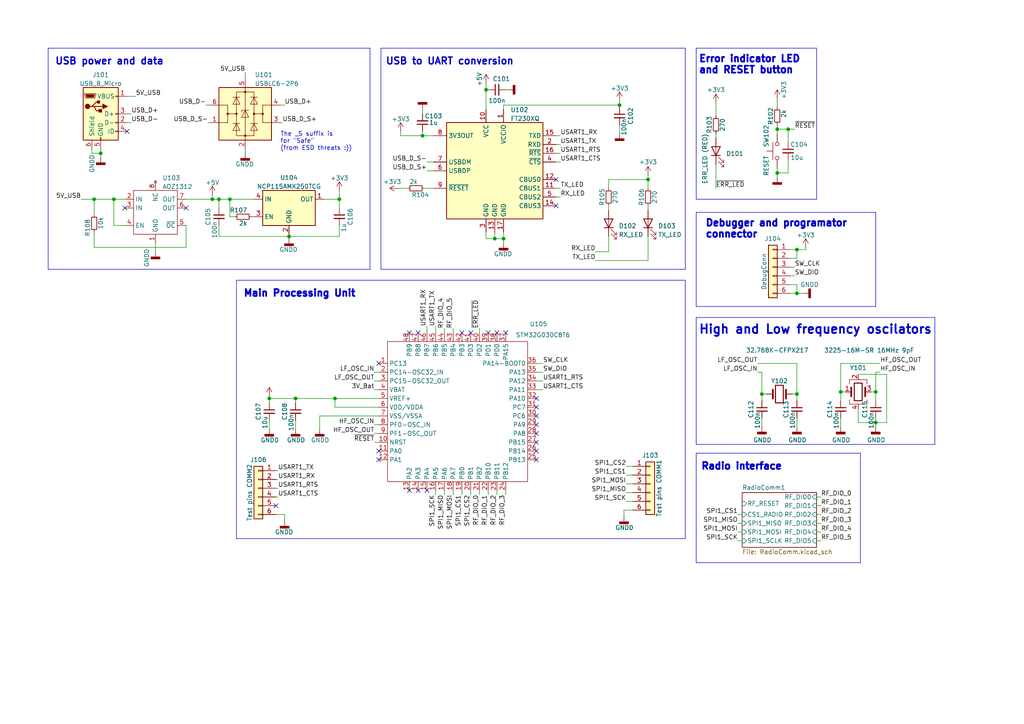
<source format=kicad_sch>
(kicad_sch (version 20230121) (generator eeschema)

  (uuid 361e19cb-cc91-422e-84ec-3a573b4fa89d)

  (paper "A4")

  (lib_symbols
    (symbol "Connector:USB_B_Micro" (pin_names (offset 1.016)) (in_bom yes) (on_board yes)
      (property "Reference" "J" (at -5.08 11.43 0)
        (effects (font (size 1.27 1.27)) (justify left))
      )
      (property "Value" "USB_B_Micro" (at -5.08 8.89 0)
        (effects (font (size 1.27 1.27)) (justify left))
      )
      (property "Footprint" "" (at 3.81 -1.27 0)
        (effects (font (size 1.27 1.27)) hide)
      )
      (property "Datasheet" "~" (at 3.81 -1.27 0)
        (effects (font (size 1.27 1.27)) hide)
      )
      (property "ki_keywords" "connector USB micro" (at 0 0 0)
        (effects (font (size 1.27 1.27)) hide)
      )
      (property "ki_description" "USB Micro Type B connector" (at 0 0 0)
        (effects (font (size 1.27 1.27)) hide)
      )
      (property "ki_fp_filters" "USB*" (at 0 0 0)
        (effects (font (size 1.27 1.27)) hide)
      )
      (symbol "USB_B_Micro_0_1"
        (rectangle (start -5.08 -7.62) (end 5.08 7.62)
          (stroke (width 0.254) (type default))
          (fill (type background))
        )
        (circle (center -3.81 2.159) (radius 0.635)
          (stroke (width 0.254) (type default))
          (fill (type outline))
        )
        (circle (center -0.635 3.429) (radius 0.381)
          (stroke (width 0.254) (type default))
          (fill (type outline))
        )
        (rectangle (start -0.127 -7.62) (end 0.127 -6.858)
          (stroke (width 0) (type default))
          (fill (type none))
        )
        (polyline
          (pts
            (xy -1.905 2.159)
            (xy 0.635 2.159)
          )
          (stroke (width 0.254) (type default))
          (fill (type none))
        )
        (polyline
          (pts
            (xy -3.175 2.159)
            (xy -2.54 2.159)
            (xy -1.27 3.429)
            (xy -0.635 3.429)
          )
          (stroke (width 0.254) (type default))
          (fill (type none))
        )
        (polyline
          (pts
            (xy -2.54 2.159)
            (xy -1.905 2.159)
            (xy -1.27 0.889)
            (xy 0 0.889)
          )
          (stroke (width 0.254) (type default))
          (fill (type none))
        )
        (polyline
          (pts
            (xy 0.635 2.794)
            (xy 0.635 1.524)
            (xy 1.905 2.159)
            (xy 0.635 2.794)
          )
          (stroke (width 0.254) (type default))
          (fill (type outline))
        )
        (polyline
          (pts
            (xy -4.318 5.588)
            (xy -1.778 5.588)
            (xy -2.032 4.826)
            (xy -4.064 4.826)
            (xy -4.318 5.588)
          )
          (stroke (width 0) (type default))
          (fill (type outline))
        )
        (polyline
          (pts
            (xy -4.699 5.842)
            (xy -4.699 5.588)
            (xy -4.445 4.826)
            (xy -4.445 4.572)
            (xy -1.651 4.572)
            (xy -1.651 4.826)
            (xy -1.397 5.588)
            (xy -1.397 5.842)
            (xy -4.699 5.842)
          )
          (stroke (width 0) (type default))
          (fill (type none))
        )
        (rectangle (start 0.254 1.27) (end -0.508 0.508)
          (stroke (width 0.254) (type default))
          (fill (type outline))
        )
        (rectangle (start 5.08 -5.207) (end 4.318 -4.953)
          (stroke (width 0) (type default))
          (fill (type none))
        )
        (rectangle (start 5.08 -2.667) (end 4.318 -2.413)
          (stroke (width 0) (type default))
          (fill (type none))
        )
        (rectangle (start 5.08 -0.127) (end 4.318 0.127)
          (stroke (width 0) (type default))
          (fill (type none))
        )
        (rectangle (start 5.08 4.953) (end 4.318 5.207)
          (stroke (width 0) (type default))
          (fill (type none))
        )
      )
      (symbol "USB_B_Micro_1_1"
        (pin power_out line (at 7.62 5.08 180) (length 2.54)
          (name "VBUS" (effects (font (size 1.27 1.27))))
          (number "1" (effects (font (size 1.27 1.27))))
        )
        (pin bidirectional line (at 7.62 -2.54 180) (length 2.54)
          (name "D-" (effects (font (size 1.27 1.27))))
          (number "2" (effects (font (size 1.27 1.27))))
        )
        (pin bidirectional line (at 7.62 0 180) (length 2.54)
          (name "D+" (effects (font (size 1.27 1.27))))
          (number "3" (effects (font (size 1.27 1.27))))
        )
        (pin passive line (at 7.62 -5.08 180) (length 2.54)
          (name "ID" (effects (font (size 1.27 1.27))))
          (number "4" (effects (font (size 1.27 1.27))))
        )
        (pin power_out line (at 0 -10.16 90) (length 2.54)
          (name "GND" (effects (font (size 1.27 1.27))))
          (number "5" (effects (font (size 1.27 1.27))))
        )
        (pin passive line (at -2.54 -10.16 90) (length 2.54)
          (name "Shield" (effects (font (size 1.27 1.27))))
          (number "6" (effects (font (size 1.27 1.27))))
        )
      )
    )
    (symbol "Connector_Generic:Conn_01x06" (pin_names (offset 1.016) hide) (in_bom yes) (on_board yes)
      (property "Reference" "J" (at 0 7.62 0)
        (effects (font (size 1.27 1.27)))
      )
      (property "Value" "Conn_01x06" (at 0 -10.16 0)
        (effects (font (size 1.27 1.27)))
      )
      (property "Footprint" "" (at 0 0 0)
        (effects (font (size 1.27 1.27)) hide)
      )
      (property "Datasheet" "~" (at 0 0 0)
        (effects (font (size 1.27 1.27)) hide)
      )
      (property "ki_keywords" "connector" (at 0 0 0)
        (effects (font (size 1.27 1.27)) hide)
      )
      (property "ki_description" "Generic connector, single row, 01x06, script generated (kicad-library-utils/schlib/autogen/connector/)" (at 0 0 0)
        (effects (font (size 1.27 1.27)) hide)
      )
      (property "ki_fp_filters" "Connector*:*_1x??_*" (at 0 0 0)
        (effects (font (size 1.27 1.27)) hide)
      )
      (symbol "Conn_01x06_1_1"
        (rectangle (start -1.27 -7.493) (end 0 -7.747)
          (stroke (width 0.1524) (type default))
          (fill (type none))
        )
        (rectangle (start -1.27 -4.953) (end 0 -5.207)
          (stroke (width 0.1524) (type default))
          (fill (type none))
        )
        (rectangle (start -1.27 -2.413) (end 0 -2.667)
          (stroke (width 0.1524) (type default))
          (fill (type none))
        )
        (rectangle (start -1.27 0.127) (end 0 -0.127)
          (stroke (width 0.1524) (type default))
          (fill (type none))
        )
        (rectangle (start -1.27 2.667) (end 0 2.413)
          (stroke (width 0.1524) (type default))
          (fill (type none))
        )
        (rectangle (start -1.27 5.207) (end 0 4.953)
          (stroke (width 0.1524) (type default))
          (fill (type none))
        )
        (rectangle (start -1.27 6.35) (end 1.27 -8.89)
          (stroke (width 0.254) (type default))
          (fill (type background))
        )
        (pin passive line (at -5.08 5.08 0) (length 3.81)
          (name "Pin_1" (effects (font (size 1.27 1.27))))
          (number "1" (effects (font (size 1.27 1.27))))
        )
        (pin passive line (at -5.08 2.54 0) (length 3.81)
          (name "Pin_2" (effects (font (size 1.27 1.27))))
          (number "2" (effects (font (size 1.27 1.27))))
        )
        (pin passive line (at -5.08 0 0) (length 3.81)
          (name "Pin_3" (effects (font (size 1.27 1.27))))
          (number "3" (effects (font (size 1.27 1.27))))
        )
        (pin passive line (at -5.08 -2.54 0) (length 3.81)
          (name "Pin_4" (effects (font (size 1.27 1.27))))
          (number "4" (effects (font (size 1.27 1.27))))
        )
        (pin passive line (at -5.08 -5.08 0) (length 3.81)
          (name "Pin_5" (effects (font (size 1.27 1.27))))
          (number "5" (effects (font (size 1.27 1.27))))
        )
        (pin passive line (at -5.08 -7.62 0) (length 3.81)
          (name "Pin_6" (effects (font (size 1.27 1.27))))
          (number "6" (effects (font (size 1.27 1.27))))
        )
      )
    )
    (symbol "CustomSymbols:AOZ1312" (in_bom yes) (on_board yes)
      (property "Reference" "U" (at -5.08 -1.27 0)
        (effects (font (size 1.27 1.27)))
      )
      (property "Value" "AOZ1312" (at -5.08 -3.81 0)
        (effects (font (size 1.27 1.27)))
      )
      (property "Footprint" "Package_SO:SO-8_3.9x4.9mm_P1.27mm" (at 0 0 0)
        (effects (font (size 1.27 1.27)) hide)
      )
      (property "Datasheet" "" (at 0 0 0)
        (effects (font (size 1.27 1.27)) hide)
      )
      (symbol "AOZ1312_0_1"
        (rectangle (start -5.08 -5.08) (end 7.62 -17.78)
          (stroke (width 0.1524) (type default))
          (fill (type none))
        )
      )
      (symbol "AOZ1312_1_1"
        (pin power_in line (at 1.27 -20.32 90) (length 2.54)
          (name "GND" (effects (font (size 1.27 1.27))))
          (number "1" (effects (font (size 1.27 1.27))))
        )
        (pin input line (at -7.62 -7.62 0) (length 2.54)
          (name "IN" (effects (font (size 1.27 1.27))))
          (number "2" (effects (font (size 1.27 1.27))))
        )
        (pin input line (at -7.62 -10.16 0) (length 2.54)
          (name "IN" (effects (font (size 1.27 1.27))))
          (number "3" (effects (font (size 1.27 1.27))))
        )
        (pin input line (at -7.62 -15.24 0) (length 2.54)
          (name "EN" (effects (font (size 1.27 1.27))))
          (number "4" (effects (font (size 1.27 1.27))))
        )
        (pin output line (at 10.16 -15.24 180) (length 2.54)
          (name "~{OC}" (effects (font (size 1.27 1.27))))
          (number "5" (effects (font (size 1.27 1.27))))
        )
        (pin output line (at 10.16 -10.16 180) (length 2.54)
          (name "OUT" (effects (font (size 1.27 1.27))))
          (number "6" (effects (font (size 1.27 1.27))))
        )
        (pin output line (at 10.16 -7.62 180) (length 2.54)
          (name "OUT" (effects (font (size 1.27 1.27))))
          (number "7" (effects (font (size 1.27 1.27))))
        )
        (pin no_connect line (at 1.27 -2.54 270) (length 2.54)
          (name "NC" (effects (font (size 1.27 1.27))))
          (number "8" (effects (font (size 1.27 1.27))))
        )
      )
    )
    (symbol "CustomSymbols:STM32G030C8T6" (in_bom yes) (on_board yes)
      (property "Reference" "U" (at -20.32 3.81 0)
        (effects (font (size 1.27 1.27)))
      )
      (property "Value" "STM32G030C8T6" (at -20.32 1.27 0)
        (effects (font (size 1.27 1.27)))
      )
      (property "Footprint" "Package_QFP:LQFP-48_7x7mm_P0.5mm" (at 7.62 -55.88 0)
        (effects (font (size 1.27 1.27)) hide)
      )
      (property "Datasheet" "" (at 0 0 0)
        (effects (font (size 1.27 1.27)) hide)
      )
      (symbol "STM32G030C8T6_0_1"
        (rectangle (start -12.7 0) (end 27.94 -40.64)
          (stroke (width 0.1524) (type default))
          (fill (type none))
        )
      )
      (symbol "STM32G030C8T6_1_1"
        (pin bidirectional line (at -15.24 -6.35 0) (length 2.54)
          (name "PC13" (effects (font (size 1.27 1.27))))
          (number "1" (effects (font (size 1.27 1.27))))
        )
        (pin input line (at -15.24 -29.21 0) (length 2.54)
          (name "NRST" (effects (font (size 1.27 1.27))))
          (number "10" (effects (font (size 1.27 1.27))))
        )
        (pin bidirectional line (at -15.24 -31.75 0) (length 2.54)
          (name "PA0" (effects (font (size 1.27 1.27))))
          (number "11" (effects (font (size 1.27 1.27))))
        )
        (pin bidirectional line (at -15.24 -34.29 0) (length 2.54)
          (name "PA1" (effects (font (size 1.27 1.27))))
          (number "12" (effects (font (size 1.27 1.27))))
        )
        (pin bidirectional line (at -6.35 -43.18 90) (length 2.54)
          (name "PA2" (effects (font (size 1.27 1.27))))
          (number "13" (effects (font (size 1.27 1.27))))
        )
        (pin bidirectional line (at -3.81 -43.18 90) (length 2.54)
          (name "PA3" (effects (font (size 1.27 1.27))))
          (number "14" (effects (font (size 1.27 1.27))))
        )
        (pin bidirectional line (at -1.27 -43.18 90) (length 2.54)
          (name "PA4" (effects (font (size 1.27 1.27))))
          (number "15" (effects (font (size 1.27 1.27))))
        )
        (pin bidirectional line (at 1.27 -43.18 90) (length 2.54)
          (name "PA5" (effects (font (size 1.27 1.27))))
          (number "16" (effects (font (size 1.27 1.27))))
        )
        (pin bidirectional line (at 3.81 -43.18 90) (length 2.54)
          (name "PA6" (effects (font (size 1.27 1.27))))
          (number "17" (effects (font (size 1.27 1.27))))
        )
        (pin bidirectional line (at 6.35 -43.18 90) (length 2.54)
          (name "PA7" (effects (font (size 1.27 1.27))))
          (number "18" (effects (font (size 1.27 1.27))))
        )
        (pin bidirectional line (at 8.89 -43.18 90) (length 2.54)
          (name "PB0" (effects (font (size 1.27 1.27))))
          (number "19" (effects (font (size 1.27 1.27))))
        )
        (pin output line (at -15.24 -8.89 0) (length 2.54)
          (name "PC14-OSC32_IN" (effects (font (size 1.27 1.27))))
          (number "2" (effects (font (size 1.27 1.27))))
        )
        (pin bidirectional line (at 11.43 -43.18 90) (length 2.54)
          (name "PB1" (effects (font (size 1.27 1.27))))
          (number "20" (effects (font (size 1.27 1.27))))
        )
        (pin bidirectional line (at 13.97 -43.18 90) (length 2.54)
          (name "PB2" (effects (font (size 1.27 1.27))))
          (number "21" (effects (font (size 1.27 1.27))))
        )
        (pin bidirectional line (at 16.51 -43.18 90) (length 2.54)
          (name "PB10" (effects (font (size 1.27 1.27))))
          (number "22" (effects (font (size 1.27 1.27))))
        )
        (pin bidirectional line (at 19.05 -43.18 90) (length 2.54)
          (name "PB11" (effects (font (size 1.27 1.27))))
          (number "23" (effects (font (size 1.27 1.27))))
        )
        (pin bidirectional line (at 21.59 -43.18 90) (length 2.54)
          (name "PB12" (effects (font (size 1.27 1.27))))
          (number "24" (effects (font (size 1.27 1.27))))
        )
        (pin bidirectional line (at 30.48 -34.29 180) (length 2.54)
          (name "PB13" (effects (font (size 1.27 1.27))))
          (number "25" (effects (font (size 1.27 1.27))))
        )
        (pin bidirectional line (at 30.48 -31.75 180) (length 2.54)
          (name "PB14" (effects (font (size 1.27 1.27))))
          (number "26" (effects (font (size 1.27 1.27))))
        )
        (pin bidirectional line (at 30.48 -29.21 180) (length 2.54)
          (name "PB15" (effects (font (size 1.27 1.27))))
          (number "27" (effects (font (size 1.27 1.27))))
        )
        (pin bidirectional line (at 30.48 -26.67 180) (length 2.54)
          (name "PA8" (effects (font (size 1.27 1.27))))
          (number "28" (effects (font (size 1.27 1.27))))
        )
        (pin bidirectional line (at 30.48 -24.13 180) (length 2.54)
          (name "PA9" (effects (font (size 1.27 1.27))))
          (number "29" (effects (font (size 1.27 1.27))))
        )
        (pin output line (at -15.24 -11.43 0) (length 2.54)
          (name "PC15-OSC32_OUT" (effects (font (size 1.27 1.27))))
          (number "3" (effects (font (size 1.27 1.27))))
        )
        (pin bidirectional line (at 30.48 -21.59 180) (length 2.54)
          (name "PC6" (effects (font (size 1.27 1.27))))
          (number "30" (effects (font (size 1.27 1.27))))
        )
        (pin bidirectional line (at 30.48 -19.05 180) (length 2.54)
          (name "PC7" (effects (font (size 1.27 1.27))))
          (number "31" (effects (font (size 1.27 1.27))))
        )
        (pin bidirectional line (at 30.48 -16.51 180) (length 2.54)
          (name "PA10" (effects (font (size 1.27 1.27))))
          (number "32" (effects (font (size 1.27 1.27))))
        )
        (pin bidirectional line (at 30.48 -13.97 180) (length 2.54)
          (name "PA11" (effects (font (size 1.27 1.27))))
          (number "33" (effects (font (size 1.27 1.27))))
        )
        (pin bidirectional line (at 30.48 -11.43 180) (length 2.54)
          (name "PA12" (effects (font (size 1.27 1.27))))
          (number "34" (effects (font (size 1.27 1.27))))
        )
        (pin bidirectional line (at 30.48 -8.89 180) (length 2.54)
          (name "PA13" (effects (font (size 1.27 1.27))))
          (number "35" (effects (font (size 1.27 1.27))))
        )
        (pin bidirectional line (at 30.48 -6.35 180) (length 2.54)
          (name "PA14-BOOT0" (effects (font (size 1.27 1.27))))
          (number "36" (effects (font (size 1.27 1.27))))
        )
        (pin bidirectional line (at 21.59 2.54 270) (length 2.54)
          (name "PA15" (effects (font (size 1.27 1.27))))
          (number "37" (effects (font (size 1.27 1.27))))
        )
        (pin bidirectional line (at 19.05 2.54 270) (length 2.54)
          (name "PD0" (effects (font (size 1.27 1.27))))
          (number "38" (effects (font (size 1.27 1.27))))
        )
        (pin bidirectional line (at 16.51 2.54 270) (length 2.54)
          (name "PD1" (effects (font (size 1.27 1.27))))
          (number "39" (effects (font (size 1.27 1.27))))
        )
        (pin power_in line (at -15.24 -13.97 0) (length 2.54)
          (name "VBAT" (effects (font (size 1.27 1.27))))
          (number "4" (effects (font (size 1.27 1.27))))
        )
        (pin bidirectional line (at 13.97 2.54 270) (length 2.54)
          (name "PD2" (effects (font (size 1.27 1.27))))
          (number "40" (effects (font (size 1.27 1.27))))
        )
        (pin bidirectional line (at 11.43 2.54 270) (length 2.54)
          (name "PD3" (effects (font (size 1.27 1.27))))
          (number "41" (effects (font (size 1.27 1.27))))
        )
        (pin bidirectional line (at 8.89 2.54 270) (length 2.54)
          (name "PB3" (effects (font (size 1.27 1.27))))
          (number "42" (effects (font (size 1.27 1.27))))
        )
        (pin bidirectional line (at 6.35 2.54 270) (length 2.54)
          (name "PB4" (effects (font (size 1.27 1.27))))
          (number "43" (effects (font (size 1.27 1.27))))
        )
        (pin bidirectional line (at 3.81 2.54 270) (length 2.54)
          (name "PB5" (effects (font (size 1.27 1.27))))
          (number "44" (effects (font (size 1.27 1.27))))
        )
        (pin bidirectional line (at 1.27 2.54 270) (length 2.54)
          (name "PB6" (effects (font (size 1.27 1.27))))
          (number "45" (effects (font (size 1.27 1.27))))
        )
        (pin bidirectional line (at -1.27 2.54 270) (length 2.54)
          (name "PB7" (effects (font (size 1.27 1.27))))
          (number "46" (effects (font (size 1.27 1.27))))
        )
        (pin bidirectional line (at -3.81 2.54 270) (length 2.54)
          (name "PB8" (effects (font (size 1.27 1.27))))
          (number "47" (effects (font (size 1.27 1.27))))
        )
        (pin bidirectional line (at -6.35 2.54 270) (length 2.54)
          (name "PB9" (effects (font (size 1.27 1.27))))
          (number "48" (effects (font (size 1.27 1.27))))
        )
        (pin power_in line (at -15.24 -16.51 0) (length 2.54)
          (name "VREF+" (effects (font (size 1.27 1.27))))
          (number "5" (effects (font (size 1.27 1.27))))
        )
        (pin power_in line (at -15.24 -19.05 0) (length 2.54)
          (name "VDD/VDDA" (effects (font (size 1.27 1.27))))
          (number "6" (effects (font (size 1.27 1.27))))
        )
        (pin power_in line (at -15.24 -21.59 0) (length 2.54)
          (name "VSS/VSSA" (effects (font (size 1.27 1.27))))
          (number "7" (effects (font (size 1.27 1.27))))
        )
        (pin input line (at -15.24 -24.13 0) (length 2.54)
          (name "PF0-OSC_IN" (effects (font (size 1.27 1.27))))
          (number "8" (effects (font (size 1.27 1.27))))
        )
        (pin output line (at -15.24 -26.67 0) (length 2.54)
          (name "PF1-OSC_OUT" (effects (font (size 1.27 1.27))))
          (number "9" (effects (font (size 1.27 1.27))))
        )
      )
    )
    (symbol "Device:C_Small" (pin_numbers hide) (pin_names (offset 0.254) hide) (in_bom yes) (on_board yes)
      (property "Reference" "C" (at 0.254 1.778 0)
        (effects (font (size 1.27 1.27)) (justify left))
      )
      (property "Value" "C_Small" (at 0.254 -2.032 0)
        (effects (font (size 1.27 1.27)) (justify left))
      )
      (property "Footprint" "" (at 0 0 0)
        (effects (font (size 1.27 1.27)) hide)
      )
      (property "Datasheet" "~" (at 0 0 0)
        (effects (font (size 1.27 1.27)) hide)
      )
      (property "ki_keywords" "capacitor cap" (at 0 0 0)
        (effects (font (size 1.27 1.27)) hide)
      )
      (property "ki_description" "Unpolarized capacitor, small symbol" (at 0 0 0)
        (effects (font (size 1.27 1.27)) hide)
      )
      (property "ki_fp_filters" "C_*" (at 0 0 0)
        (effects (font (size 1.27 1.27)) hide)
      )
      (symbol "C_Small_0_1"
        (polyline
          (pts
            (xy -1.524 -0.508)
            (xy 1.524 -0.508)
          )
          (stroke (width 0.3302) (type default))
          (fill (type none))
        )
        (polyline
          (pts
            (xy -1.524 0.508)
            (xy 1.524 0.508)
          )
          (stroke (width 0.3048) (type default))
          (fill (type none))
        )
      )
      (symbol "C_Small_1_1"
        (pin passive line (at 0 2.54 270) (length 2.032)
          (name "~" (effects (font (size 1.27 1.27))))
          (number "1" (effects (font (size 1.27 1.27))))
        )
        (pin passive line (at 0 -2.54 90) (length 2.032)
          (name "~" (effects (font (size 1.27 1.27))))
          (number "2" (effects (font (size 1.27 1.27))))
        )
      )
    )
    (symbol "Device:Crystal" (pin_numbers hide) (pin_names (offset 1.016) hide) (in_bom yes) (on_board yes)
      (property "Reference" "Y" (at 0 3.81 0)
        (effects (font (size 1.27 1.27)))
      )
      (property "Value" "Crystal" (at 0 -3.81 0)
        (effects (font (size 1.27 1.27)))
      )
      (property "Footprint" "" (at 0 0 0)
        (effects (font (size 1.27 1.27)) hide)
      )
      (property "Datasheet" "~" (at 0 0 0)
        (effects (font (size 1.27 1.27)) hide)
      )
      (property "ki_keywords" "quartz ceramic resonator oscillator" (at 0 0 0)
        (effects (font (size 1.27 1.27)) hide)
      )
      (property "ki_description" "Two pin crystal" (at 0 0 0)
        (effects (font (size 1.27 1.27)) hide)
      )
      (property "ki_fp_filters" "Crystal*" (at 0 0 0)
        (effects (font (size 1.27 1.27)) hide)
      )
      (symbol "Crystal_0_1"
        (rectangle (start -1.143 2.54) (end 1.143 -2.54)
          (stroke (width 0.3048) (type default))
          (fill (type none))
        )
        (polyline
          (pts
            (xy -2.54 0)
            (xy -1.905 0)
          )
          (stroke (width 0) (type default))
          (fill (type none))
        )
        (polyline
          (pts
            (xy -1.905 -1.27)
            (xy -1.905 1.27)
          )
          (stroke (width 0.508) (type default))
          (fill (type none))
        )
        (polyline
          (pts
            (xy 1.905 -1.27)
            (xy 1.905 1.27)
          )
          (stroke (width 0.508) (type default))
          (fill (type none))
        )
        (polyline
          (pts
            (xy 2.54 0)
            (xy 1.905 0)
          )
          (stroke (width 0) (type default))
          (fill (type none))
        )
      )
      (symbol "Crystal_1_1"
        (pin passive line (at -3.81 0 0) (length 1.27)
          (name "1" (effects (font (size 1.27 1.27))))
          (number "1" (effects (font (size 1.27 1.27))))
        )
        (pin passive line (at 3.81 0 180) (length 1.27)
          (name "2" (effects (font (size 1.27 1.27))))
          (number "2" (effects (font (size 1.27 1.27))))
        )
      )
    )
    (symbol "Device:Crystal_GND24" (pin_names (offset 1.016) hide) (in_bom yes) (on_board yes)
      (property "Reference" "Y" (at 3.175 5.08 0)
        (effects (font (size 1.27 1.27)) (justify left))
      )
      (property "Value" "Crystal_GND24" (at 3.175 3.175 0)
        (effects (font (size 1.27 1.27)) (justify left))
      )
      (property "Footprint" "" (at 0 0 0)
        (effects (font (size 1.27 1.27)) hide)
      )
      (property "Datasheet" "~" (at 0 0 0)
        (effects (font (size 1.27 1.27)) hide)
      )
      (property "ki_keywords" "quartz ceramic resonator oscillator" (at 0 0 0)
        (effects (font (size 1.27 1.27)) hide)
      )
      (property "ki_description" "Four pin crystal, GND on pins 2 and 4" (at 0 0 0)
        (effects (font (size 1.27 1.27)) hide)
      )
      (property "ki_fp_filters" "Crystal*" (at 0 0 0)
        (effects (font (size 1.27 1.27)) hide)
      )
      (symbol "Crystal_GND24_0_1"
        (rectangle (start -1.143 2.54) (end 1.143 -2.54)
          (stroke (width 0.3048) (type default))
          (fill (type none))
        )
        (polyline
          (pts
            (xy -2.54 0)
            (xy -2.032 0)
          )
          (stroke (width 0) (type default))
          (fill (type none))
        )
        (polyline
          (pts
            (xy -2.032 -1.27)
            (xy -2.032 1.27)
          )
          (stroke (width 0.508) (type default))
          (fill (type none))
        )
        (polyline
          (pts
            (xy 0 -3.81)
            (xy 0 -3.556)
          )
          (stroke (width 0) (type default))
          (fill (type none))
        )
        (polyline
          (pts
            (xy 0 3.556)
            (xy 0 3.81)
          )
          (stroke (width 0) (type default))
          (fill (type none))
        )
        (polyline
          (pts
            (xy 2.032 -1.27)
            (xy 2.032 1.27)
          )
          (stroke (width 0.508) (type default))
          (fill (type none))
        )
        (polyline
          (pts
            (xy 2.032 0)
            (xy 2.54 0)
          )
          (stroke (width 0) (type default))
          (fill (type none))
        )
        (polyline
          (pts
            (xy -2.54 -2.286)
            (xy -2.54 -3.556)
            (xy 2.54 -3.556)
            (xy 2.54 -2.286)
          )
          (stroke (width 0) (type default))
          (fill (type none))
        )
        (polyline
          (pts
            (xy -2.54 2.286)
            (xy -2.54 3.556)
            (xy 2.54 3.556)
            (xy 2.54 2.286)
          )
          (stroke (width 0) (type default))
          (fill (type none))
        )
      )
      (symbol "Crystal_GND24_1_1"
        (pin passive line (at -3.81 0 0) (length 1.27)
          (name "1" (effects (font (size 1.27 1.27))))
          (number "1" (effects (font (size 1.27 1.27))))
        )
        (pin passive line (at 0 5.08 270) (length 1.27)
          (name "2" (effects (font (size 1.27 1.27))))
          (number "2" (effects (font (size 1.27 1.27))))
        )
        (pin passive line (at 3.81 0 180) (length 1.27)
          (name "3" (effects (font (size 1.27 1.27))))
          (number "3" (effects (font (size 1.27 1.27))))
        )
        (pin passive line (at 0 -5.08 90) (length 1.27)
          (name "4" (effects (font (size 1.27 1.27))))
          (number "4" (effects (font (size 1.27 1.27))))
        )
      )
    )
    (symbol "Device:LED" (pin_numbers hide) (pin_names (offset 1.016) hide) (in_bom yes) (on_board yes)
      (property "Reference" "D" (at 0 2.54 0)
        (effects (font (size 1.27 1.27)))
      )
      (property "Value" "LED" (at 0 -2.54 0)
        (effects (font (size 1.27 1.27)))
      )
      (property "Footprint" "" (at 0 0 0)
        (effects (font (size 1.27 1.27)) hide)
      )
      (property "Datasheet" "~" (at 0 0 0)
        (effects (font (size 1.27 1.27)) hide)
      )
      (property "ki_keywords" "LED diode" (at 0 0 0)
        (effects (font (size 1.27 1.27)) hide)
      )
      (property "ki_description" "Light emitting diode" (at 0 0 0)
        (effects (font (size 1.27 1.27)) hide)
      )
      (property "ki_fp_filters" "LED* LED_SMD:* LED_THT:*" (at 0 0 0)
        (effects (font (size 1.27 1.27)) hide)
      )
      (symbol "LED_0_1"
        (polyline
          (pts
            (xy -1.27 -1.27)
            (xy -1.27 1.27)
          )
          (stroke (width 0.254) (type default))
          (fill (type none))
        )
        (polyline
          (pts
            (xy -1.27 0)
            (xy 1.27 0)
          )
          (stroke (width 0) (type default))
          (fill (type none))
        )
        (polyline
          (pts
            (xy 1.27 -1.27)
            (xy 1.27 1.27)
            (xy -1.27 0)
            (xy 1.27 -1.27)
          )
          (stroke (width 0.254) (type default))
          (fill (type none))
        )
        (polyline
          (pts
            (xy -3.048 -0.762)
            (xy -4.572 -2.286)
            (xy -3.81 -2.286)
            (xy -4.572 -2.286)
            (xy -4.572 -1.524)
          )
          (stroke (width 0) (type default))
          (fill (type none))
        )
        (polyline
          (pts
            (xy -1.778 -0.762)
            (xy -3.302 -2.286)
            (xy -2.54 -2.286)
            (xy -3.302 -2.286)
            (xy -3.302 -1.524)
          )
          (stroke (width 0) (type default))
          (fill (type none))
        )
      )
      (symbol "LED_1_1"
        (pin passive line (at -3.81 0 0) (length 2.54)
          (name "K" (effects (font (size 1.27 1.27))))
          (number "1" (effects (font (size 1.27 1.27))))
        )
        (pin passive line (at 3.81 0 180) (length 2.54)
          (name "A" (effects (font (size 1.27 1.27))))
          (number "2" (effects (font (size 1.27 1.27))))
        )
      )
    )
    (symbol "Device:R_Small" (pin_numbers hide) (pin_names (offset 0.254) hide) (in_bom yes) (on_board yes)
      (property "Reference" "R" (at 0.762 0.508 0)
        (effects (font (size 1.27 1.27)) (justify left))
      )
      (property "Value" "R_Small" (at 0.762 -1.016 0)
        (effects (font (size 1.27 1.27)) (justify left))
      )
      (property "Footprint" "" (at 0 0 0)
        (effects (font (size 1.27 1.27)) hide)
      )
      (property "Datasheet" "~" (at 0 0 0)
        (effects (font (size 1.27 1.27)) hide)
      )
      (property "ki_keywords" "R resistor" (at 0 0 0)
        (effects (font (size 1.27 1.27)) hide)
      )
      (property "ki_description" "Resistor, small symbol" (at 0 0 0)
        (effects (font (size 1.27 1.27)) hide)
      )
      (property "ki_fp_filters" "R_*" (at 0 0 0)
        (effects (font (size 1.27 1.27)) hide)
      )
      (symbol "R_Small_0_1"
        (rectangle (start -0.762 1.778) (end 0.762 -1.778)
          (stroke (width 0.2032) (type default))
          (fill (type none))
        )
      )
      (symbol "R_Small_1_1"
        (pin passive line (at 0 2.54 270) (length 0.762)
          (name "~" (effects (font (size 1.27 1.27))))
          (number "1" (effects (font (size 1.27 1.27))))
        )
        (pin passive line (at 0 -2.54 90) (length 0.762)
          (name "~" (effects (font (size 1.27 1.27))))
          (number "2" (effects (font (size 1.27 1.27))))
        )
      )
    )
    (symbol "Interface_USB:FT230XQ" (in_bom yes) (on_board yes)
      (property "Reference" "U" (at -13.97 15.24 0)
        (effects (font (size 1.27 1.27)) (justify left))
      )
      (property "Value" "FT230XQ" (at 7.62 15.24 0)
        (effects (font (size 1.27 1.27)) (justify left))
      )
      (property "Footprint" "Package_DFN_QFN:QFN-16-1EP_4x4mm_P0.65mm_EP2.1x2.1mm" (at 34.29 -15.24 0)
        (effects (font (size 1.27 1.27)) hide)
      )
      (property "Datasheet" "https://www.ftdichip.com/Support/Documents/DataSheets/ICs/DS_FT230X.pdf" (at 0 0 0)
        (effects (font (size 1.27 1.27)) hide)
      )
      (property "ki_keywords" "FTDI USB UART interface converter" (at 0 0 0)
        (effects (font (size 1.27 1.27)) hide)
      )
      (property "ki_description" "Full Speed USB to Basic UART, QFN-16" (at 0 0 0)
        (effects (font (size 1.27 1.27)) hide)
      )
      (property "ki_fp_filters" "QFN*1EP*4x4mm*P0.65mm*" (at 0 0 0)
        (effects (font (size 1.27 1.27)) hide)
      )
      (symbol "FT230XQ_0_1"
        (rectangle (start -13.97 13.97) (end 13.97 -13.97)
          (stroke (width 0.254) (type default))
          (fill (type background))
        )
      )
      (symbol "FT230XQ_1_1"
        (pin power_in line (at 2.54 17.78 270) (length 3.81)
          (name "VCCIO" (effects (font (size 1.27 1.27))))
          (number "1" (effects (font (size 1.27 1.27))))
        )
        (pin power_in line (at -2.54 17.78 270) (length 3.81)
          (name "VCC" (effects (font (size 1.27 1.27))))
          (number "10" (effects (font (size 1.27 1.27))))
        )
        (pin bidirectional line (at 17.78 -5.08 180) (length 3.81)
          (name "CBUS1" (effects (font (size 1.27 1.27))))
          (number "11" (effects (font (size 1.27 1.27))))
        )
        (pin bidirectional line (at 17.78 -2.54 180) (length 3.81)
          (name "CBUS0" (effects (font (size 1.27 1.27))))
          (number "12" (effects (font (size 1.27 1.27))))
        )
        (pin power_in line (at 0 -17.78 90) (length 3.81)
          (name "GND" (effects (font (size 1.27 1.27))))
          (number "13" (effects (font (size 1.27 1.27))))
        )
        (pin bidirectional line (at 17.78 -10.16 180) (length 3.81)
          (name "CBUS3" (effects (font (size 1.27 1.27))))
          (number "14" (effects (font (size 1.27 1.27))))
        )
        (pin output line (at 17.78 10.16 180) (length 3.81)
          (name "TXD" (effects (font (size 1.27 1.27))))
          (number "15" (effects (font (size 1.27 1.27))))
        )
        (pin output line (at 17.78 5.08 180) (length 3.81)
          (name "~{RTS}" (effects (font (size 1.27 1.27))))
          (number "16" (effects (font (size 1.27 1.27))))
        )
        (pin power_in line (at 2.54 -17.78 90) (length 3.81)
          (name "GND" (effects (font (size 1.27 1.27))))
          (number "17" (effects (font (size 1.27 1.27))))
        )
        (pin input line (at 17.78 7.62 180) (length 3.81)
          (name "RXD" (effects (font (size 1.27 1.27))))
          (number "2" (effects (font (size 1.27 1.27))))
        )
        (pin power_in line (at -2.54 -17.78 90) (length 3.81)
          (name "GND" (effects (font (size 1.27 1.27))))
          (number "3" (effects (font (size 1.27 1.27))))
        )
        (pin input line (at 17.78 2.54 180) (length 3.81)
          (name "~{CTS}" (effects (font (size 1.27 1.27))))
          (number "4" (effects (font (size 1.27 1.27))))
        )
        (pin bidirectional line (at 17.78 -7.62 180) (length 3.81)
          (name "CBUS2" (effects (font (size 1.27 1.27))))
          (number "5" (effects (font (size 1.27 1.27))))
        )
        (pin bidirectional line (at -17.78 0 0) (length 3.81)
          (name "USBDP" (effects (font (size 1.27 1.27))))
          (number "6" (effects (font (size 1.27 1.27))))
        )
        (pin bidirectional line (at -17.78 2.54 0) (length 3.81)
          (name "USBDM" (effects (font (size 1.27 1.27))))
          (number "7" (effects (font (size 1.27 1.27))))
        )
        (pin power_out line (at -17.78 10.16 0) (length 3.81)
          (name "3V3OUT" (effects (font (size 1.27 1.27))))
          (number "8" (effects (font (size 1.27 1.27))))
        )
        (pin input line (at -17.78 -5.08 0) (length 3.81)
          (name "~{RESET}" (effects (font (size 1.27 1.27))))
          (number "9" (effects (font (size 1.27 1.27))))
        )
      )
    )
    (symbol "Power_Protection:USBLC6-2P6" (pin_names hide) (in_bom yes) (on_board yes)
      (property "Reference" "U" (at 2.54 8.89 0)
        (effects (font (size 1.27 1.27)) (justify left))
      )
      (property "Value" "USBLC6-2P6" (at 2.54 -8.89 0)
        (effects (font (size 1.27 1.27)) (justify left))
      )
      (property "Footprint" "Package_TO_SOT_SMD:SOT-666" (at 0 -12.7 0)
        (effects (font (size 1.27 1.27)) hide)
      )
      (property "Datasheet" "https://www.st.com/resource/en/datasheet/usblc6-2.pdf" (at 5.08 8.89 0)
        (effects (font (size 1.27 1.27)) hide)
      )
      (property "ki_keywords" "usb ethernet video" (at 0 0 0)
        (effects (font (size 1.27 1.27)) hide)
      )
      (property "ki_description" "Very low capacitance ESD protection diode, 2 data-line, SOT-666" (at 0 0 0)
        (effects (font (size 1.27 1.27)) hide)
      )
      (property "ki_fp_filters" "SOT?666*" (at 0 0 0)
        (effects (font (size 1.27 1.27)) hide)
      )
      (symbol "USBLC6-2P6_0_1"
        (rectangle (start -7.62 -7.62) (end 7.62 7.62)
          (stroke (width 0.254) (type default))
          (fill (type background))
        )
        (circle (center -5.08 0) (radius 0.254)
          (stroke (width 0) (type default))
          (fill (type outline))
        )
        (circle (center -2.54 0) (radius 0.254)
          (stroke (width 0) (type default))
          (fill (type outline))
        )
        (rectangle (start -2.54 6.35) (end 2.54 -6.35)
          (stroke (width 0) (type default))
          (fill (type none))
        )
        (circle (center 0 -6.35) (radius 0.254)
          (stroke (width 0) (type default))
          (fill (type outline))
        )
        (polyline
          (pts
            (xy -5.08 -2.54)
            (xy -7.62 -2.54)
          )
          (stroke (width 0) (type default))
          (fill (type none))
        )
        (polyline
          (pts
            (xy -5.08 0)
            (xy -5.08 -2.54)
          )
          (stroke (width 0) (type default))
          (fill (type none))
        )
        (polyline
          (pts
            (xy -5.08 2.54)
            (xy -7.62 2.54)
          )
          (stroke (width 0) (type default))
          (fill (type none))
        )
        (polyline
          (pts
            (xy -1.524 -2.794)
            (xy -3.556 -2.794)
          )
          (stroke (width 0) (type default))
          (fill (type none))
        )
        (polyline
          (pts
            (xy -1.524 4.826)
            (xy -3.556 4.826)
          )
          (stroke (width 0) (type default))
          (fill (type none))
        )
        (polyline
          (pts
            (xy 0 -7.62)
            (xy 0 -6.35)
          )
          (stroke (width 0) (type default))
          (fill (type none))
        )
        (polyline
          (pts
            (xy 0 -6.35)
            (xy 0 1.27)
          )
          (stroke (width 0) (type default))
          (fill (type none))
        )
        (polyline
          (pts
            (xy 0 1.27)
            (xy 0 6.35)
          )
          (stroke (width 0) (type default))
          (fill (type none))
        )
        (polyline
          (pts
            (xy 0 6.35)
            (xy 0 7.62)
          )
          (stroke (width 0) (type default))
          (fill (type none))
        )
        (polyline
          (pts
            (xy 1.524 -2.794)
            (xy 3.556 -2.794)
          )
          (stroke (width 0) (type default))
          (fill (type none))
        )
        (polyline
          (pts
            (xy 1.524 4.826)
            (xy 3.556 4.826)
          )
          (stroke (width 0) (type default))
          (fill (type none))
        )
        (polyline
          (pts
            (xy 5.08 -2.54)
            (xy 7.62 -2.54)
          )
          (stroke (width 0) (type default))
          (fill (type none))
        )
        (polyline
          (pts
            (xy 5.08 0)
            (xy 5.08 -2.54)
          )
          (stroke (width 0) (type default))
          (fill (type none))
        )
        (polyline
          (pts
            (xy 5.08 2.54)
            (xy 7.62 2.54)
          )
          (stroke (width 0) (type default))
          (fill (type none))
        )
        (polyline
          (pts
            (xy -2.54 0)
            (xy -5.08 0)
            (xy -5.08 2.54)
          )
          (stroke (width 0) (type default))
          (fill (type none))
        )
        (polyline
          (pts
            (xy 2.54 0)
            (xy 5.08 0)
            (xy 5.08 2.54)
          )
          (stroke (width 0) (type default))
          (fill (type none))
        )
        (polyline
          (pts
            (xy -3.556 -4.826)
            (xy -1.524 -4.826)
            (xy -2.54 -2.794)
            (xy -3.556 -4.826)
          )
          (stroke (width 0) (type default))
          (fill (type none))
        )
        (polyline
          (pts
            (xy -3.556 2.794)
            (xy -1.524 2.794)
            (xy -2.54 4.826)
            (xy -3.556 2.794)
          )
          (stroke (width 0) (type default))
          (fill (type none))
        )
        (polyline
          (pts
            (xy -1.016 -1.016)
            (xy 1.016 -1.016)
            (xy 0 1.016)
            (xy -1.016 -1.016)
          )
          (stroke (width 0) (type default))
          (fill (type none))
        )
        (polyline
          (pts
            (xy 1.016 1.016)
            (xy 0.762 1.016)
            (xy -1.016 1.016)
            (xy -1.016 0.508)
          )
          (stroke (width 0) (type default))
          (fill (type none))
        )
        (polyline
          (pts
            (xy 3.556 -4.826)
            (xy 1.524 -4.826)
            (xy 2.54 -2.794)
            (xy 3.556 -4.826)
          )
          (stroke (width 0) (type default))
          (fill (type none))
        )
        (polyline
          (pts
            (xy 3.556 2.794)
            (xy 1.524 2.794)
            (xy 2.54 4.826)
            (xy 3.556 2.794)
          )
          (stroke (width 0) (type default))
          (fill (type none))
        )
        (circle (center 0 6.35) (radius 0.254)
          (stroke (width 0) (type default))
          (fill (type outline))
        )
        (circle (center 2.54 0) (radius 0.254)
          (stroke (width 0) (type default))
          (fill (type outline))
        )
        (circle (center 5.08 0) (radius 0.254)
          (stroke (width 0) (type default))
          (fill (type outline))
        )
      )
      (symbol "USBLC6-2P6_1_1"
        (pin passive line (at -10.16 -2.54 0) (length 2.54)
          (name "I/O1" (effects (font (size 1.27 1.27))))
          (number "1" (effects (font (size 1.27 1.27))))
        )
        (pin passive line (at 0 -10.16 90) (length 2.54)
          (name "GND" (effects (font (size 1.27 1.27))))
          (number "2" (effects (font (size 1.27 1.27))))
        )
        (pin passive line (at 10.16 -2.54 180) (length 2.54)
          (name "I/O2" (effects (font (size 1.27 1.27))))
          (number "3" (effects (font (size 1.27 1.27))))
        )
        (pin passive line (at 10.16 2.54 180) (length 2.54)
          (name "I/O2" (effects (font (size 1.27 1.27))))
          (number "4" (effects (font (size 1.27 1.27))))
        )
        (pin passive line (at 0 10.16 270) (length 2.54)
          (name "VBUS" (effects (font (size 1.27 1.27))))
          (number "5" (effects (font (size 1.27 1.27))))
        )
        (pin passive line (at -10.16 2.54 0) (length 2.54)
          (name "I/O1" (effects (font (size 1.27 1.27))))
          (number "6" (effects (font (size 1.27 1.27))))
        )
      )
    )
    (symbol "Regulator_Linear:NCP115AMX250TCG" (in_bom yes) (on_board yes)
      (property "Reference" "U" (at 2.54 10.16 0)
        (effects (font (size 1.27 1.27)))
      )
      (property "Value" "NCP115AMX250TCG" (at 10.16 7.62 0)
        (effects (font (size 1.27 1.27)))
      )
      (property "Footprint" "Package_DFN_QFN:OnSemi_XDFN4-1EP_1.0x1.0mm_EP0.52x0.52mm" (at 0 0 0)
        (effects (font (size 1.27 1.27)) hide)
      )
      (property "Datasheet" "https://www.onsemi.com/pub/Collateral/NCP115-D.PDF" (at 0 0 0)
        (effects (font (size 1.27 1.27)) hide)
      )
      (property "ki_keywords" "Single Output LDO" (at 0 0 0)
        (effects (font (size 1.27 1.27)) hide)
      )
      (property "ki_description" "300mA Low-Dropout Linear Regulators, 2.5V output voltage, LDO with low noise and enable pin, XDFN-4" (at 0 0 0)
        (effects (font (size 1.27 1.27)) hide)
      )
      (property "ki_fp_filters" "OnSemi*XDFN4*1EP*1.0x1.0mm*" (at 0 0 0)
        (effects (font (size 1.27 1.27)) hide)
      )
      (symbol "NCP115AMX250TCG_0_1"
        (rectangle (start -7.62 5.08) (end 7.62 -5.08)
          (stroke (width 0.254) (type default))
          (fill (type background))
        )
      )
      (symbol "NCP115AMX250TCG_1_1"
        (pin power_out line (at 10.16 2.54 180) (length 2.54)
          (name "OUT" (effects (font (size 1.27 1.27))))
          (number "1" (effects (font (size 1.27 1.27))))
        )
        (pin power_in line (at 0 -7.62 90) (length 2.54)
          (name "GND" (effects (font (size 1.27 1.27))))
          (number "2" (effects (font (size 1.27 1.27))))
        )
        (pin input line (at -10.16 -2.54 0) (length 2.54)
          (name "EN" (effects (font (size 1.27 1.27))))
          (number "3" (effects (font (size 1.27 1.27))))
        )
        (pin power_in line (at -10.16 2.54 0) (length 2.54)
          (name "IN" (effects (font (size 1.27 1.27))))
          (number "4" (effects (font (size 1.27 1.27))))
        )
        (pin passive line (at 0 -7.62 90) (length 2.54) hide
          (name "GND" (effects (font (size 1.27 1.27))))
          (number "5" (effects (font (size 1.27 1.27))))
        )
      )
    )
    (symbol "Switch:SW_Push" (pin_numbers hide) (pin_names (offset 1.016) hide) (in_bom yes) (on_board yes)
      (property "Reference" "SW" (at 1.27 2.54 0)
        (effects (font (size 1.27 1.27)) (justify left))
      )
      (property "Value" "SW_Push" (at 0 -1.524 0)
        (effects (font (size 1.27 1.27)))
      )
      (property "Footprint" "" (at 0 5.08 0)
        (effects (font (size 1.27 1.27)) hide)
      )
      (property "Datasheet" "~" (at 0 5.08 0)
        (effects (font (size 1.27 1.27)) hide)
      )
      (property "ki_keywords" "switch normally-open pushbutton push-button" (at 0 0 0)
        (effects (font (size 1.27 1.27)) hide)
      )
      (property "ki_description" "Push button switch, generic, two pins" (at 0 0 0)
        (effects (font (size 1.27 1.27)) hide)
      )
      (symbol "SW_Push_0_1"
        (circle (center -2.032 0) (radius 0.508)
          (stroke (width 0) (type default))
          (fill (type none))
        )
        (polyline
          (pts
            (xy 0 1.27)
            (xy 0 3.048)
          )
          (stroke (width 0) (type default))
          (fill (type none))
        )
        (polyline
          (pts
            (xy 2.54 1.27)
            (xy -2.54 1.27)
          )
          (stroke (width 0) (type default))
          (fill (type none))
        )
        (circle (center 2.032 0) (radius 0.508)
          (stroke (width 0) (type default))
          (fill (type none))
        )
        (pin passive line (at -5.08 0 0) (length 2.54)
          (name "1" (effects (font (size 1.27 1.27))))
          (number "1" (effects (font (size 1.27 1.27))))
        )
        (pin passive line (at 5.08 0 180) (length 2.54)
          (name "2" (effects (font (size 1.27 1.27))))
          (number "2" (effects (font (size 1.27 1.27))))
        )
      )
    )
    (symbol "power:+3V3" (power) (pin_names (offset 0)) (in_bom yes) (on_board yes)
      (property "Reference" "#PWR" (at 0 -3.81 0)
        (effects (font (size 1.27 1.27)) hide)
      )
      (property "Value" "+3V3" (at 0 3.556 0)
        (effects (font (size 1.27 1.27)))
      )
      (property "Footprint" "" (at 0 0 0)
        (effects (font (size 1.27 1.27)) hide)
      )
      (property "Datasheet" "" (at 0 0 0)
        (effects (font (size 1.27 1.27)) hide)
      )
      (property "ki_keywords" "power-flag" (at 0 0 0)
        (effects (font (size 1.27 1.27)) hide)
      )
      (property "ki_description" "Power symbol creates a global label with name \"+3V3\"" (at 0 0 0)
        (effects (font (size 1.27 1.27)) hide)
      )
      (symbol "+3V3_0_1"
        (polyline
          (pts
            (xy -0.762 1.27)
            (xy 0 2.54)
          )
          (stroke (width 0) (type default))
          (fill (type none))
        )
        (polyline
          (pts
            (xy 0 0)
            (xy 0 2.54)
          )
          (stroke (width 0) (type default))
          (fill (type none))
        )
        (polyline
          (pts
            (xy 0 2.54)
            (xy 0.762 1.27)
          )
          (stroke (width 0) (type default))
          (fill (type none))
        )
      )
      (symbol "+3V3_1_1"
        (pin power_in line (at 0 0 90) (length 0) hide
          (name "+3V3" (effects (font (size 1.27 1.27))))
          (number "1" (effects (font (size 1.27 1.27))))
        )
      )
    )
    (symbol "power:+5V" (power) (pin_names (offset 0)) (in_bom yes) (on_board yes)
      (property "Reference" "#PWR" (at 0 -3.81 0)
        (effects (font (size 1.27 1.27)) hide)
      )
      (property "Value" "+5V" (at 0 3.556 0)
        (effects (font (size 1.27 1.27)))
      )
      (property "Footprint" "" (at 0 0 0)
        (effects (font (size 1.27 1.27)) hide)
      )
      (property "Datasheet" "" (at 0 0 0)
        (effects (font (size 1.27 1.27)) hide)
      )
      (property "ki_keywords" "power-flag" (at 0 0 0)
        (effects (font (size 1.27 1.27)) hide)
      )
      (property "ki_description" "Power symbol creates a global label with name \"+5V\"" (at 0 0 0)
        (effects (font (size 1.27 1.27)) hide)
      )
      (symbol "+5V_0_1"
        (polyline
          (pts
            (xy -0.762 1.27)
            (xy 0 2.54)
          )
          (stroke (width 0) (type default))
          (fill (type none))
        )
        (polyline
          (pts
            (xy 0 0)
            (xy 0 2.54)
          )
          (stroke (width 0) (type default))
          (fill (type none))
        )
        (polyline
          (pts
            (xy 0 2.54)
            (xy 0.762 1.27)
          )
          (stroke (width 0) (type default))
          (fill (type none))
        )
      )
      (symbol "+5V_1_1"
        (pin power_in line (at 0 0 90) (length 0) hide
          (name "+5V" (effects (font (size 1.27 1.27))))
          (number "1" (effects (font (size 1.27 1.27))))
        )
      )
    )
    (symbol "power:GNDD" (power) (pin_names (offset 0)) (in_bom yes) (on_board yes)
      (property "Reference" "#PWR" (at 0 -6.35 0)
        (effects (font (size 1.27 1.27)) hide)
      )
      (property "Value" "GNDD" (at 0 -3.175 0)
        (effects (font (size 1.27 1.27)))
      )
      (property "Footprint" "" (at 0 0 0)
        (effects (font (size 1.27 1.27)) hide)
      )
      (property "Datasheet" "" (at 0 0 0)
        (effects (font (size 1.27 1.27)) hide)
      )
      (property "ki_keywords" "power-flag" (at 0 0 0)
        (effects (font (size 1.27 1.27)) hide)
      )
      (property "ki_description" "Power symbol creates a global label with name \"GNDD\" , digital ground" (at 0 0 0)
        (effects (font (size 1.27 1.27)) hide)
      )
      (symbol "GNDD_0_1"
        (rectangle (start -1.27 -1.524) (end 1.27 -2.032)
          (stroke (width 0.254) (type default))
          (fill (type outline))
        )
        (polyline
          (pts
            (xy 0 0)
            (xy 0 -1.524)
          )
          (stroke (width 0) (type default))
          (fill (type none))
        )
      )
      (symbol "GNDD_1_1"
        (pin power_in line (at 0 0 270) (length 0) hide
          (name "GNDD" (effects (font (size 1.27 1.27))))
          (number "1" (effects (font (size 1.27 1.27))))
        )
      )
    )
  )

  (junction (at 225.425 50.165) (diameter 0) (color 0 0 0 0)
    (uuid 0092f500-33d6-46c1-9569-23c106d93090)
  )
  (junction (at 83.82 68.58) (diameter 0) (color 0 0 0 0)
    (uuid 0a9ffb95-e1de-45ef-8a39-7e1aa56f82b6)
  )
  (junction (at 85.725 115.57) (diameter 0) (color 0 0 0 0)
    (uuid 1b23bb43-788e-402d-aaeb-b9816997e4a0)
  )
  (junction (at 254 122.555) (diameter 0) (color 0 0 0 0)
    (uuid 2677efcb-ba40-4eec-aa39-322efdea5e21)
  )
  (junction (at 27.305 57.785) (diameter 0) (color 0 0 0 0)
    (uuid 3734a40a-dfca-4777-b876-95e646eb3d1c)
  )
  (junction (at 220.98 114.3) (diameter 0) (color 0 0 0 0)
    (uuid 3fd4120d-85e9-472a-ad81-6fa075f6833e)
  )
  (junction (at 225.425 37.465) (diameter 0) (color 0 0 0 0)
    (uuid 424a8333-b5b0-4699-bb53-c68c000fa061)
  )
  (junction (at 33.02 57.785) (diameter 0) (color 0 0 0 0)
    (uuid 4643b475-0400-4227-b425-07f33156d126)
  )
  (junction (at 66.675 57.785) (diameter 0) (color 0 0 0 0)
    (uuid 4f14753c-6f55-400d-af5b-3a4bb74b2ce7)
  )
  (junction (at 98.425 57.785) (diameter 0) (color 0 0 0 0)
    (uuid 50bd8e88-fea2-4886-b0e5-1730b23f7153)
  )
  (junction (at 228.6 37.465) (diameter 0) (color 0 0 0 0)
    (uuid 5a187e49-b5e8-427a-acfd-bdf9fb456c84)
  )
  (junction (at 231.14 85.09) (diameter 0) (color 0 0 0 0)
    (uuid 63c1c2b2-bd03-42c6-a921-1988f3f437f5)
  )
  (junction (at 179.705 30.48) (diameter 0) (color 0 0 0 0)
    (uuid 8be64e88-0757-49e5-a8ff-18bc23431be7)
  )
  (junction (at 29.21 44.45) (diameter 0) (color 0 0 0 0)
    (uuid 8d4eb911-5333-4884-ba78-20b0413c2588)
  )
  (junction (at 143.51 69.215) (diameter 0) (color 0 0 0 0)
    (uuid 90e2e0a8-e539-4f36-a0c9-f232d2c830d7)
  )
  (junction (at 63.5 57.785) (diameter 0) (color 0 0 0 0)
    (uuid 96c769f2-2651-4084-bccb-bd59243abf27)
  )
  (junction (at 78.105 115.57) (diameter 0) (color 0 0 0 0)
    (uuid 9ba2752e-7330-4000-96bd-64cfd6a29ff2)
  )
  (junction (at 231.14 114.3) (diameter 0) (color 0 0 0 0)
    (uuid afef7175-6c35-48e2-9b9b-467c43cfd948)
  )
  (junction (at 254 113.665) (diameter 0) (color 0 0 0 0)
    (uuid bdafab3b-a4bf-4b75-9d75-b6df641be71c)
  )
  (junction (at 122.555 39.37) (diameter 0) (color 0 0 0 0)
    (uuid cc7b928b-c9a1-4ddf-8b51-a9d24053c334)
  )
  (junction (at 146.05 69.215) (diameter 0) (color 0 0 0 0)
    (uuid ce56011f-6896-4f75-b2b3-d1180a648725)
  )
  (junction (at 97.155 115.57) (diameter 0) (color 0 0 0 0)
    (uuid d2e468a5-07e3-4d88-96c8-681fb6fcf66b)
  )
  (junction (at 140.97 26.035) (diameter 0) (color 0 0 0 0)
    (uuid def7aef5-2895-4ff9-947a-aee0bf7563ce)
  )
  (junction (at 61.595 57.785) (diameter 0) (color 0 0 0 0)
    (uuid ef290eb7-dc60-4c05-8f41-94cfbb2aca84)
  )
  (junction (at 243.84 113.665) (diameter 0) (color 0 0 0 0)
    (uuid f743347b-35e8-47fd-b40f-ec9c7421fc09)
  )
  (junction (at 187.96 52.07) (diameter 0) (color 0 0 0 0)
    (uuid fe025bb2-d3e4-4769-a398-18de527fb207)
  )
  (junction (at 231.14 72.39) (diameter 0) (color 0 0 0 0)
    (uuid fe3254a1-7969-439d-be2e-b9e1aa651430)
  )

  (no_connect (at 155.575 130.81) (uuid 0365ea73-8db1-4aee-a5c9-f1acbe9f01e3))
  (no_connect (at 161.29 59.69) (uuid 05ed6b98-b9b4-438a-bd0d-ef105fbfff48))
  (no_connect (at 121.285 142.24) (uuid 1446e4ed-7d05-48d0-aeaf-2dfd317ebcf3))
  (no_connect (at 136.525 96.52) (uuid 1a8f586d-9dae-4510-b709-896004d24469))
  (no_connect (at 109.855 105.41) (uuid 226bf31b-c65c-4761-be4d-edf5e61988f1))
  (no_connect (at 146.685 96.52) (uuid 2754ec2f-fbbe-45c4-adb8-b02f2e007757))
  (no_connect (at 121.285 96.52) (uuid 2a59a8db-373e-4e7e-b088-fece139ed27a))
  (no_connect (at 109.855 130.81) (uuid 34771118-a671-4aa8-9b7f-eed1c8b04142))
  (no_connect (at 141.605 96.52) (uuid 4160fe0c-b4af-4be5-a3ec-03547c510fb9))
  (no_connect (at 133.985 96.52) (uuid 44338654-7b11-4991-99c9-15c31aea6bdf))
  (no_connect (at 123.825 142.24) (uuid 4538c292-8615-4562-84d5-4ff961b65b9f))
  (no_connect (at 155.575 118.11) (uuid 46c43475-1ae3-4614-aefa-f306957ea36b))
  (no_connect (at 109.855 133.35) (uuid 51b5ec69-0704-4031-a158-d0e37230c146))
  (no_connect (at 155.575 128.27) (uuid 5f92d795-a245-4160-8027-62a9cd87fed5))
  (no_connect (at 155.575 115.57) (uuid 637fbc6d-4686-49a1-9009-984b33c66842))
  (no_connect (at 36.195 60.325) (uuid 6b29af4b-1d00-478d-a0ab-f1a27808650e))
  (no_connect (at 161.29 52.07) (uuid 7d2fff6b-338f-4b04-8789-7a8117866c77))
  (no_connect (at 118.745 142.24) (uuid 8b6d5f8c-6ad0-4540-ba88-1af518b20ee4))
  (no_connect (at 118.745 96.52) (uuid 93c65ec0-970f-4052-ad14-cc5685d32281))
  (no_connect (at 155.575 125.73) (uuid aa24b300-c537-40ec-a429-57924cd23d6f))
  (no_connect (at 155.575 133.35) (uuid b4de3f5d-14ad-4da0-9f30-8bd12ef13519))
  (no_connect (at 53.975 60.325) (uuid c28c2796-d850-4b84-be24-bc2e4429218a))
  (no_connect (at 144.145 96.52) (uuid c866cf9d-39af-455b-ab6c-2acbf35cd105))
  (no_connect (at 36.83 38.1) (uuid e01dea70-5262-4b94-bba2-d913665e1a3a))
  (no_connect (at 155.575 120.65) (uuid f2b583e0-1505-4cc5-b733-567bf65165db))
  (no_connect (at 155.575 123.19) (uuid f58076be-9404-46b6-93e8-71c5d9e65b52))
  (no_connect (at 80.01 146.685) (uuid fca22830-a66a-4252-b8e1-fa798a0b38ed))

  (wire (pts (xy 85.725 115.57) (xy 85.725 116.84))
    (stroke (width 0) (type default))
    (uuid 007d8026-726d-4cad-a543-a4c9b094fd3d)
  )
  (wire (pts (xy 109.855 118.11) (xy 97.155 118.11))
    (stroke (width 0) (type default))
    (uuid 015591f3-9240-408d-a7f4-bca318d03053)
  )
  (wire (pts (xy 73.66 62.865) (xy 73.025 62.865))
    (stroke (width 0) (type default))
    (uuid 02cc6673-c2a1-47c8-8fe2-2a13e0f82c67)
  )
  (wire (pts (xy 82.55 149.225) (xy 80.01 149.225))
    (stroke (width 0) (type default))
    (uuid 07aa2e11-971d-4b12-b485-84ba14feced2)
  )
  (wire (pts (xy 231.14 72.39) (xy 233.68 72.39))
    (stroke (width 0) (type default))
    (uuid 09974d62-27e3-4290-9eb6-0cb6297b41cc)
  )
  (wire (pts (xy 162.56 54.61) (xy 161.29 54.61))
    (stroke (width 0) (type default))
    (uuid 0a90f5cf-4bbc-424a-ade9-9f97aa2fcc00)
  )
  (wire (pts (xy 220.98 121.285) (xy 220.98 123.825))
    (stroke (width 0) (type default))
    (uuid 0db325ef-7786-49b2-a7be-c01aa9288681)
  )
  (wire (pts (xy 66.675 62.865) (xy 66.675 57.785))
    (stroke (width 0) (type default))
    (uuid 0deea05f-b519-429f-a1e8-9bcb86d81ceb)
  )
  (polyline (pts (xy 107.315 13.97) (xy 13.97 13.97))
    (stroke (width 0) (type default))
    (uuid 1070b384-0ba0-4745-b28c-4aad24072443)
  )

  (wire (pts (xy 123.825 94.615) (xy 123.825 96.52))
    (stroke (width 0) (type default))
    (uuid 11591cef-bd7a-4b5b-8360-dbf234884527)
  )
  (wire (pts (xy 140.97 26.035) (xy 140.97 31.75))
    (stroke (width 0) (type default))
    (uuid 12610293-0688-4cd5-b63b-a46765f371a0)
  )
  (wire (pts (xy 26.67 44.45) (xy 29.21 44.45))
    (stroke (width 0) (type default))
    (uuid 1375f7c1-c4a9-428c-b586-485372ead77c)
  )
  (wire (pts (xy 140.97 24.13) (xy 140.97 26.035))
    (stroke (width 0) (type default))
    (uuid 1492aa18-ca5f-4031-9818-1428388b1161)
  )
  (wire (pts (xy 155.575 107.95) (xy 157.48 107.95))
    (stroke (width 0) (type default))
    (uuid 14b0a2d2-4515-4a4f-8e92-c9c049e01963)
  )
  (polyline (pts (xy 201.93 128.905) (xy 271.145 128.905))
    (stroke (width 0) (type default))
    (uuid 14f724b1-fc9e-4017-9a0f-80e0a1ae836f)
  )

  (wire (pts (xy 231.14 116.205) (xy 231.14 114.3))
    (stroke (width 0) (type default))
    (uuid 181ab06c-9a34-48df-8f8b-210e2f118665)
  )
  (wire (pts (xy 225.425 37.465) (xy 228.6 37.465))
    (stroke (width 0) (type default))
    (uuid 185f7693-3189-4779-bc22-a4f06939359c)
  )
  (wire (pts (xy 236.855 149.225) (xy 238.125 149.225))
    (stroke (width 0) (type default))
    (uuid 187aefc5-4799-4f64-ad9f-8360e3a2df49)
  )
  (wire (pts (xy 236.855 144.145) (xy 238.125 144.145))
    (stroke (width 0) (type default))
    (uuid 197ec861-a5a0-4c25-85f0-66944222e356)
  )
  (wire (pts (xy 146.685 142.24) (xy 146.685 143.51))
    (stroke (width 0) (type default))
    (uuid 1dfa6593-414e-4328-85ef-62b9eed83114)
  )
  (wire (pts (xy 176.53 73.025) (xy 176.53 68.58))
    (stroke (width 0) (type default))
    (uuid 1e068a5d-c16e-498c-8c1f-6683cb3978b7)
  )
  (wire (pts (xy 181.61 140.335) (xy 183.515 140.335))
    (stroke (width 0) (type default))
    (uuid 1e242c98-bf3d-45ef-9cf1-6a67673afde0)
  )
  (wire (pts (xy 146.685 26.035) (xy 147.32 26.035))
    (stroke (width 0) (type default))
    (uuid 226026ba-ebd4-4749-a3ca-953b45b0e9dc)
  )
  (wire (pts (xy 53.975 71.755) (xy 27.305 71.755))
    (stroke (width 0) (type default))
    (uuid 2268d4de-383b-499c-88d8-0050d56489e7)
  )
  (wire (pts (xy 207.645 29.845) (xy 207.645 33.655))
    (stroke (width 0) (type default))
    (uuid 2387624c-f076-48f7-ac78-f983ff149b2e)
  )
  (wire (pts (xy 146.05 67.31) (xy 146.05 69.215))
    (stroke (width 0) (type default))
    (uuid 239fed40-1e93-4e50-9677-9044fd5bd854)
  )
  (polyline (pts (xy 249.555 163.195) (xy 201.93 163.195))
    (stroke (width 0) (type default))
    (uuid 250b2183-48d7-4840-b082-24d2de97fe1d)
  )

  (wire (pts (xy 61.595 57.785) (xy 63.5 57.785))
    (stroke (width 0) (type default))
    (uuid 25e067d3-5674-4912-9a32-285e7a70b5c3)
  )
  (wire (pts (xy 29.21 44.45) (xy 29.21 45.72))
    (stroke (width 0) (type default))
    (uuid 2658044d-3e31-4c83-96f5-6f6d807ce546)
  )
  (wire (pts (xy 53.975 57.785) (xy 61.595 57.785))
    (stroke (width 0) (type default))
    (uuid 28a9ec3d-4199-4267-8206-b96d657d28c9)
  )
  (wire (pts (xy 27.305 71.755) (xy 27.305 67.31))
    (stroke (width 0) (type default))
    (uuid 2962329a-7ab2-4570-a062-007220c5da95)
  )
  (polyline (pts (xy 254 61.595) (xy 254 88.9))
    (stroke (width 0) (type default))
    (uuid 2e2b07f5-7eec-4064-a9ac-360761631d23)
  )

  (wire (pts (xy 233.68 72.39) (xy 233.68 71.755))
    (stroke (width 0) (type default))
    (uuid 2f31e98e-ab4a-4547-9931-987f3fa133cf)
  )
  (wire (pts (xy 123.19 54.61) (xy 125.73 54.61))
    (stroke (width 0) (type default))
    (uuid 2f8abbda-468e-4ca7-8fb3-97a8de2b6127)
  )
  (wire (pts (xy 248.92 118.745) (xy 248.92 122.555))
    (stroke (width 0) (type default))
    (uuid 30144ea0-b91d-49c8-8c2c-dddef70f26ab)
  )
  (wire (pts (xy 172.72 73.025) (xy 176.53 73.025))
    (stroke (width 0) (type default))
    (uuid 30a8b428-0dd6-40e6-a874-a28acb6b4b4b)
  )
  (wire (pts (xy 85.725 121.92) (xy 85.725 124.46))
    (stroke (width 0) (type default))
    (uuid 33063903-e972-4e61-926b-4c4e8f344d5d)
  )
  (wire (pts (xy 187.96 52.07) (xy 187.96 54.61))
    (stroke (width 0) (type default))
    (uuid 35344358-2d37-4d1a-a3c0-be74ab3da563)
  )
  (wire (pts (xy 236.855 156.845) (xy 238.125 156.845))
    (stroke (width 0) (type default))
    (uuid 355a3b91-f89c-440d-be04-6109deb74bf6)
  )
  (wire (pts (xy 61.595 56.515) (xy 61.595 57.785))
    (stroke (width 0) (type default))
    (uuid 3576f478-2619-4c01-a019-0baefec8504d)
  )
  (wire (pts (xy 122.555 31.75) (xy 122.555 33.02))
    (stroke (width 0) (type default))
    (uuid 36641385-4d5f-4eb4-b49c-15def48a5385)
  )
  (wire (pts (xy 230.505 77.47) (xy 229.235 77.47))
    (stroke (width 0) (type default))
    (uuid 3678150b-ff44-4be8-8ed5-60946af0b762)
  )
  (polyline (pts (xy 201.93 57.785) (xy 236.855 57.785))
    (stroke (width 0) (type default))
    (uuid 36928f03-31ef-4f2b-b8df-0bb9fcc21469)
  )

  (wire (pts (xy 143.51 67.31) (xy 143.51 69.215))
    (stroke (width 0) (type default))
    (uuid 369a0144-e79d-4300-97a4-287c419c355e)
  )
  (wire (pts (xy 63.5 60.325) (xy 63.5 57.785))
    (stroke (width 0) (type default))
    (uuid 369b2ce4-f1ff-4bdb-9b90-d8c4ea9d63ee)
  )
  (wire (pts (xy 78.105 116.84) (xy 78.105 115.57))
    (stroke (width 0) (type default))
    (uuid 36eafab7-3c22-4e82-b25f-5dae1f6385aa)
  )
  (wire (pts (xy 131.445 95.25) (xy 131.445 96.52))
    (stroke (width 0) (type default))
    (uuid 36ee4c32-910a-4688-bc9c-39fa875ab576)
  )
  (wire (pts (xy 236.855 151.765) (xy 238.125 151.765))
    (stroke (width 0) (type default))
    (uuid 36fc1288-dc1f-4119-98b0-61f4df5d4cc0)
  )
  (wire (pts (xy 231.14 121.285) (xy 231.14 123.825))
    (stroke (width 0) (type default))
    (uuid 3716b106-7450-408d-9e7c-f891710cdb31)
  )
  (polyline (pts (xy 201.93 13.97) (xy 201.93 57.785))
    (stroke (width 0) (type default))
    (uuid 37607c4a-404c-4b3e-8285-808d31e02b93)
  )

  (wire (pts (xy 181.61 142.875) (xy 183.515 142.875))
    (stroke (width 0) (type default))
    (uuid 37fae19f-808e-48f4-bf12-1bdbf012b207)
  )
  (wire (pts (xy 63.5 57.785) (xy 66.675 57.785))
    (stroke (width 0) (type default))
    (uuid 381ad0a7-8c45-4770-a661-af5045924ad1)
  )
  (wire (pts (xy 78.105 114.935) (xy 78.105 115.57))
    (stroke (width 0) (type default))
    (uuid 3a1ffa23-2d94-40ef-951b-3cdcefee4077)
  )
  (wire (pts (xy 236.855 154.305) (xy 238.125 154.305))
    (stroke (width 0) (type default))
    (uuid 3a6cf39e-14ca-480a-a965-cfa194999a52)
  )
  (wire (pts (xy 126.365 142.24) (xy 126.365 143.51))
    (stroke (width 0) (type default))
    (uuid 3d7e510a-bbc3-4881-9562-e599b132271b)
  )
  (wire (pts (xy 243.84 105.41) (xy 243.84 113.665))
    (stroke (width 0) (type default))
    (uuid 3e207d85-bc5d-4a1e-a027-66f2bd2004d7)
  )
  (wire (pts (xy 225.425 28.575) (xy 225.425 31.115))
    (stroke (width 0) (type default))
    (uuid 3e7ea9c2-a41e-4dc5-9b5c-f96b35c3e62c)
  )
  (wire (pts (xy 108.585 113.03) (xy 109.855 113.03))
    (stroke (width 0) (type default))
    (uuid 441735a5-6225-436c-82f3-22980fff168f)
  )
  (wire (pts (xy 231.14 85.09) (xy 233.045 85.09))
    (stroke (width 0) (type default))
    (uuid 45ba5f3e-d115-44ad-a435-b1cbed693576)
  )
  (wire (pts (xy 116.205 38.1) (xy 116.205 39.37))
    (stroke (width 0) (type default))
    (uuid 460423eb-6f65-45f8-8c8d-7f029a4f6480)
  )
  (wire (pts (xy 27.305 57.785) (xy 33.02 57.785))
    (stroke (width 0) (type default))
    (uuid 46ab800d-9555-44de-af89-73ac726be63f)
  )
  (wire (pts (xy 162.56 39.37) (xy 161.29 39.37))
    (stroke (width 0) (type default))
    (uuid 46ac3842-4a71-4091-90ed-9ebf04d9457a)
  )
  (wire (pts (xy 254 121.285) (xy 254 122.555))
    (stroke (width 0) (type default))
    (uuid 475867e6-a07a-4593-96ee-f8f477a912bd)
  )
  (wire (pts (xy 66.675 57.785) (xy 73.66 57.785))
    (stroke (width 0) (type default))
    (uuid 4871bcc2-69b1-44c7-81ac-442337dff15b)
  )
  (polyline (pts (xy 68.58 156.21) (xy 68.58 81.28))
    (stroke (width 0) (type default))
    (uuid 4881f7af-754e-4756-ae77-8d9bfad4305d)
  )

  (wire (pts (xy 80.645 139.065) (xy 80.01 139.065))
    (stroke (width 0) (type default))
    (uuid 48eb8c07-01f4-4e5e-a52b-bbdee7ba7918)
  )
  (polyline (pts (xy 201.93 92.075) (xy 201.93 128.905))
    (stroke (width 0) (type default))
    (uuid 49c78445-e2d1-47d7-aba3-f859d602f11c)
  )

  (wire (pts (xy 187.96 50.8) (xy 187.96 52.07))
    (stroke (width 0) (type default))
    (uuid 49d81b0f-b1fc-44b9-a87c-b23fe16e0b23)
  )
  (polyline (pts (xy 13.97 13.97) (xy 13.97 78.105))
    (stroke (width 0) (type default))
    (uuid 4a3d6acf-92f5-4281-b4a1-0df086a91f59)
  )

  (wire (pts (xy 36.195 65.405) (xy 33.02 65.405))
    (stroke (width 0) (type default))
    (uuid 4bb30fe5-5211-4270-a640-f3b79a0f4849)
  )
  (wire (pts (xy 45.085 70.485) (xy 45.085 73.025))
    (stroke (width 0) (type default))
    (uuid 4c89edce-f8e4-47f7-8caf-040754ea62ad)
  )
  (wire (pts (xy 257.175 122.555) (xy 254 122.555))
    (stroke (width 0) (type default))
    (uuid 4d32b664-c9cf-4abf-83cb-41628dfe70f6)
  )
  (wire (pts (xy 83.82 68.58) (xy 98.425 68.58))
    (stroke (width 0) (type default))
    (uuid 4dda836a-f79c-4d70-a0b4-7b7f20a8a3dc)
  )
  (polyline (pts (xy 201.93 88.9) (xy 254 88.9))
    (stroke (width 0) (type default))
    (uuid 5138db62-9acb-4657-8a13-4032102c65fa)
  )

  (wire (pts (xy 23.495 57.785) (xy 27.305 57.785))
    (stroke (width 0) (type default))
    (uuid 515f8a9a-9fa9-4904-b5c4-b87d0ae17746)
  )
  (wire (pts (xy 123.825 49.53) (xy 125.73 49.53))
    (stroke (width 0) (type default))
    (uuid 559b3155-ce81-4dde-b419-7eab3dfe211b)
  )
  (wire (pts (xy 63.5 68.58) (xy 83.82 68.58))
    (stroke (width 0) (type default))
    (uuid 57f1efbd-e4fb-4076-ad9d-21a38ab43d8a)
  )
  (wire (pts (xy 146.05 69.215) (xy 146.05 70.485))
    (stroke (width 0) (type default))
    (uuid 5c4053b0-0a1c-4f6e-8ff6-56858e824d61)
  )
  (wire (pts (xy 187.96 75.565) (xy 187.96 68.58))
    (stroke (width 0) (type default))
    (uuid 5c69f8a5-876d-44f0-9ca2-ba66dfea9157)
  )
  (wire (pts (xy 162.56 57.15) (xy 161.29 57.15))
    (stroke (width 0) (type default))
    (uuid 5d22e19d-511a-47fe-a186-b197e5e86ac5)
  )
  (wire (pts (xy 225.425 50.165) (xy 225.425 51.435))
    (stroke (width 0) (type default))
    (uuid 5d2ab27a-684d-4c19-b2d6-02e8eea7b811)
  )
  (wire (pts (xy 187.96 52.07) (xy 176.53 52.07))
    (stroke (width 0) (type default))
    (uuid 5e230d13-a8df-470d-bd2e-5f6f7dd45a1d)
  )
  (wire (pts (xy 81.915 35.56) (xy 81.28 35.56))
    (stroke (width 0) (type default))
    (uuid 5e6333fe-199e-4f6c-8507-a24cd0da300f)
  )
  (wire (pts (xy 115.57 54.61) (xy 118.11 54.61))
    (stroke (width 0) (type default))
    (uuid 60dee4eb-fe4f-4e3d-a123-14d2352d2158)
  )
  (wire (pts (xy 140.97 67.31) (xy 140.97 69.215))
    (stroke (width 0) (type default))
    (uuid 61c3e741-a114-4f94-9792-e24c09f9bab4)
  )
  (polyline (pts (xy 236.855 13.97) (xy 201.93 13.97))
    (stroke (width 0) (type default))
    (uuid 62432345-4dbf-426d-9554-d02a5b86291d)
  )

  (wire (pts (xy 230.505 80.01) (xy 229.235 80.01))
    (stroke (width 0) (type default))
    (uuid 6383d89d-9379-4324-b0ad-5cb9c4b604b4)
  )
  (wire (pts (xy 213.995 151.765) (xy 215.265 151.765))
    (stroke (width 0) (type default))
    (uuid 63c468bb-264a-44c5-9187-f6fedaf94091)
  )
  (wire (pts (xy 108.585 125.73) (xy 109.855 125.73))
    (stroke (width 0) (type default))
    (uuid 64848b4e-16a7-4586-b0ba-2651645a31de)
  )
  (wire (pts (xy 63.5 68.58) (xy 63.5 65.405))
    (stroke (width 0) (type default))
    (uuid 64ce5773-144f-475b-acd2-ba20788ce361)
  )
  (wire (pts (xy 144.145 142.24) (xy 144.145 143.51))
    (stroke (width 0) (type default))
    (uuid 657988d4-c9c2-4b8e-ab46-26f20c35ea6f)
  )
  (wire (pts (xy 71.12 43.18) (xy 71.12 44.45))
    (stroke (width 0) (type default))
    (uuid 65e40f7d-fd33-4ac3-8a85-81cb3033f79e)
  )
  (wire (pts (xy 254 113.665) (xy 254 116.205))
    (stroke (width 0) (type default))
    (uuid 66fde015-cbd6-4197-b636-f635c4e1d49d)
  )
  (wire (pts (xy 228.6 50.165) (xy 225.425 50.165))
    (stroke (width 0) (type default))
    (uuid 6842cfb5-d36e-486b-9d2a-126e85d8ccc2)
  )
  (polyline (pts (xy 107.315 78.105) (xy 107.315 13.97))
    (stroke (width 0) (type default))
    (uuid 684b6b27-8c7c-40ba-aa2f-59fbdd7299df)
  )

  (wire (pts (xy 254 122.555) (xy 254 123.825))
    (stroke (width 0) (type default))
    (uuid 68ff291c-8e8d-4f92-bf61-7c565aed7cec)
  )
  (wire (pts (xy 155.575 105.41) (xy 157.48 105.41))
    (stroke (width 0) (type default))
    (uuid 6b817ebb-853b-4b1d-9b24-2ef9d8c9ccb1)
  )
  (polyline (pts (xy 249.555 131.445) (xy 249.555 163.195))
    (stroke (width 0) (type default))
    (uuid 6bc379bd-f828-4f36-9da3-bc38a74a2f82)
  )

  (wire (pts (xy 220.98 116.205) (xy 220.98 114.3))
    (stroke (width 0) (type default))
    (uuid 6c3bc1d5-0843-42b8-b495-0a86ca14c2d8)
  )
  (wire (pts (xy 255.27 107.95) (xy 254 107.95))
    (stroke (width 0) (type default))
    (uuid 6c86d3be-4cd8-4f30-8de6-2d520216fad5)
  )
  (wire (pts (xy 78.105 121.92) (xy 78.105 124.46))
    (stroke (width 0) (type default))
    (uuid 6d51ddd5-4972-4aa9-8784-6123f63e31cf)
  )
  (polyline (pts (xy 271.145 128.905) (xy 271.145 92.075))
    (stroke (width 0) (type default))
    (uuid 6e61689f-5780-4a1c-bc2b-2b5ede22c7fc)
  )

  (wire (pts (xy 82.55 151.13) (xy 82.55 149.225))
    (stroke (width 0) (type default))
    (uuid 6fb4919e-9c11-4026-a638-ac2688985e15)
  )
  (polyline (pts (xy 201.93 163.195) (xy 201.93 131.445))
    (stroke (width 0) (type default))
    (uuid 712db110-0592-463f-81b6-b73ac0290e58)
  )

  (wire (pts (xy 162.56 46.99) (xy 161.29 46.99))
    (stroke (width 0) (type default))
    (uuid 7299772c-25b2-4a99-a182-0d282295258e)
  )
  (wire (pts (xy 243.84 121.285) (xy 243.84 123.825))
    (stroke (width 0) (type default))
    (uuid 72a76969-4275-45e6-983c-f58de3a577a9)
  )
  (wire (pts (xy 220.98 107.95) (xy 220.98 114.3))
    (stroke (width 0) (type default))
    (uuid 7700d671-ea09-48d2-9997-9bee0085321d)
  )
  (wire (pts (xy 116.205 39.37) (xy 122.555 39.37))
    (stroke (width 0) (type default))
    (uuid 77b938f3-3726-409c-8592-8e8905f1fd19)
  )
  (wire (pts (xy 92.71 120.65) (xy 92.71 124.46))
    (stroke (width 0) (type default))
    (uuid 7b2a3e47-2858-484b-b55d-6c7645c3117d)
  )
  (wire (pts (xy 141.605 143.51) (xy 141.605 142.24))
    (stroke (width 0) (type default))
    (uuid 7b58534a-edfe-4919-870d-0c1fbaf1ff7e)
  )
  (wire (pts (xy 123.825 46.99) (xy 125.73 46.99))
    (stroke (width 0) (type default))
    (uuid 8004f696-76ec-4301-89f2-80544cc1da48)
  )
  (polyline (pts (xy 110.49 78.105) (xy 110.49 13.97))
    (stroke (width 0) (type default))
    (uuid 80c23d19-ac8b-43c4-bf64-1d0b6593b3d0)
  )

  (wire (pts (xy 187.96 59.69) (xy 187.96 60.96))
    (stroke (width 0) (type default))
    (uuid 81030c79-da1f-435c-a641-e5154ccb621f)
  )
  (wire (pts (xy 136.525 142.24) (xy 136.525 143.51))
    (stroke (width 0) (type default))
    (uuid 81ffed1b-9997-4ad4-92ba-ecec6afd40ff)
  )
  (wire (pts (xy 176.53 52.07) (xy 176.53 54.61))
    (stroke (width 0) (type default))
    (uuid 8281563c-643f-4a50-9207-94486a6f7eac)
  )
  (wire (pts (xy 176.53 59.69) (xy 176.53 60.96))
    (stroke (width 0) (type default))
    (uuid 82fff0c9-594c-43b3-9c92-c8e297f4b588)
  )
  (wire (pts (xy 219.71 105.41) (xy 231.14 105.41))
    (stroke (width 0) (type default))
    (uuid 834450ef-841f-49b8-9386-03915ac9b178)
  )
  (wire (pts (xy 236.855 146.685) (xy 238.125 146.685))
    (stroke (width 0) (type default))
    (uuid 85297e6e-dd2f-4939-af7c-ed5717a1acac)
  )
  (wire (pts (xy 243.84 113.665) (xy 243.84 116.205))
    (stroke (width 0) (type default))
    (uuid 85ed3be3-b5b6-46bc-ad00-127465fdd880)
  )
  (wire (pts (xy 155.575 113.03) (xy 157.48 113.03))
    (stroke (width 0) (type default))
    (uuid 88e6cbf5-7408-4f4a-8fbb-aaf2af8ae30a)
  )
  (wire (pts (xy 231.14 74.93) (xy 231.14 72.39))
    (stroke (width 0) (type default))
    (uuid 89a968f4-ea8e-4090-ab9b-7b87756951a2)
  )
  (wire (pts (xy 27.305 57.785) (xy 27.305 62.23))
    (stroke (width 0) (type default))
    (uuid 8cdacd6c-6d34-482c-b45b-2a6d703ee46e)
  )
  (wire (pts (xy 85.725 115.57) (xy 97.155 115.57))
    (stroke (width 0) (type default))
    (uuid 8d0b8e0a-e18a-4735-b52a-4aa45059b84e)
  )
  (wire (pts (xy 229.235 85.09) (xy 231.14 85.09))
    (stroke (width 0) (type default))
    (uuid 8d1a221f-e9bc-444b-8f46-dae3775c5975)
  )
  (wire (pts (xy 228.6 37.465) (xy 230.505 37.465))
    (stroke (width 0) (type default))
    (uuid 8d401e21-5165-4e71-8054-6a81f16c24d7)
  )
  (wire (pts (xy 231.14 105.41) (xy 231.14 114.3))
    (stroke (width 0) (type default))
    (uuid 90dc3fbc-f2e7-4cfe-aed9-e7ce59beba99)
  )
  (wire (pts (xy 131.445 142.24) (xy 131.445 143.51))
    (stroke (width 0) (type default))
    (uuid 91d0516f-4a8f-413f-be7b-77f987cad23b)
  )
  (wire (pts (xy 248.92 108.585) (xy 257.175 108.585))
    (stroke (width 0) (type default))
    (uuid 92151626-9b3b-47f4-bbdb-bcf186a7d204)
  )
  (wire (pts (xy 98.425 57.785) (xy 98.425 55.245))
    (stroke (width 0) (type default))
    (uuid 9386a8f8-0dc9-45a5-9825-d21d7484cfa0)
  )
  (wire (pts (xy 59.69 30.48) (xy 60.96 30.48))
    (stroke (width 0) (type default))
    (uuid 952effa5-74f1-4ecf-a4e6-61067ff77e15)
  )
  (wire (pts (xy 140.97 69.215) (xy 143.51 69.215))
    (stroke (width 0) (type default))
    (uuid 956d0917-e219-4533-96fe-292ac3de54ee)
  )
  (wire (pts (xy 213.995 149.225) (xy 215.265 149.225))
    (stroke (width 0) (type default))
    (uuid 9616eaf0-07bb-43f0-b3ec-5fe36794a314)
  )
  (wire (pts (xy 229.235 72.39) (xy 231.14 72.39))
    (stroke (width 0) (type default))
    (uuid 9654d0b3-16ef-4967-b523-1ec5f4a0361c)
  )
  (wire (pts (xy 29.21 43.18) (xy 29.21 44.45))
    (stroke (width 0) (type default))
    (uuid 98d1afc1-d90a-4cba-8be5-19ac12d71ffe)
  )
  (wire (pts (xy 219.71 107.95) (xy 220.98 107.95))
    (stroke (width 0) (type default))
    (uuid 99a2e298-abd5-4b70-a9e3-ab6cc6f5c171)
  )
  (wire (pts (xy 220.98 114.3) (xy 222.25 114.3))
    (stroke (width 0) (type default))
    (uuid 99f1b03c-decc-4197-9e46-bf9eaf5f1ebc)
  )
  (wire (pts (xy 245.11 113.665) (xy 243.84 113.665))
    (stroke (width 0) (type default))
    (uuid 9b241740-ef6c-405a-a7a0-367d939df45d)
  )
  (polyline (pts (xy 198.755 81.28) (xy 198.755 156.21))
    (stroke (width 0) (type default))
    (uuid 9b279351-3993-467b-a359-0b270cebbdea)
  )

  (wire (pts (xy 252.73 113.665) (xy 254 113.665))
    (stroke (width 0) (type default))
    (uuid 9b32d263-b32b-4c45-a9d4-0f39bec6f1ce)
  )
  (polyline (pts (xy 198.755 78.105) (xy 110.49 78.105))
    (stroke (width 0) (type default))
    (uuid 9bef794e-2596-4ce9-b144-19ae054bfe8b)
  )

  (wire (pts (xy 80.645 136.525) (xy 80.01 136.525))
    (stroke (width 0) (type default))
    (uuid 9cfe1216-32eb-4add-b4be-ddbade0fca4c)
  )
  (wire (pts (xy 133.985 142.24) (xy 133.985 143.51))
    (stroke (width 0) (type default))
    (uuid 9f5c9c2f-cc19-4eeb-a3fa-e0dbc6fb6b18)
  )
  (polyline (pts (xy 110.49 13.97) (xy 198.755 13.97))
    (stroke (width 0) (type default))
    (uuid a02d55a7-3447-42c1-af74-52d37a12688e)
  )

  (wire (pts (xy 60.325 35.56) (xy 60.96 35.56))
    (stroke (width 0) (type default))
    (uuid a0bdde91-2e4e-4fbb-910a-e4bcade39f34)
  )
  (wire (pts (xy 146.05 30.48) (xy 146.05 31.75))
    (stroke (width 0) (type default))
    (uuid a29d0059-c697-49b6-b2fa-11c1bce1103c)
  )
  (wire (pts (xy 98.425 60.325) (xy 98.425 57.785))
    (stroke (width 0) (type default))
    (uuid a3a5c47f-804c-4145-87d0-cd57b1ea6902)
  )
  (wire (pts (xy 162.56 44.45) (xy 161.29 44.45))
    (stroke (width 0) (type default))
    (uuid a54ff6b4-7ece-4198-8509-0cd2129a0249)
  )
  (wire (pts (xy 146.05 30.48) (xy 179.705 30.48))
    (stroke (width 0) (type default))
    (uuid a8c48ffd-e3c2-4aaa-abe6-6bd1a059423d)
  )
  (wire (pts (xy 225.425 48.895) (xy 225.425 50.165))
    (stroke (width 0) (type default))
    (uuid ac213bb9-ad04-4144-92fb-03cd0ba4509c)
  )
  (wire (pts (xy 139.065 143.51) (xy 139.065 142.24))
    (stroke (width 0) (type default))
    (uuid ac36ad21-7a28-403d-b402-83dfc71eb9c0)
  )
  (wire (pts (xy 108.585 110.49) (xy 109.855 110.49))
    (stroke (width 0) (type default))
    (uuid ad01ed1d-5ee0-4e39-b06d-c9dc272e05b0)
  )
  (wire (pts (xy 122.555 39.37) (xy 122.555 38.1))
    (stroke (width 0) (type default))
    (uuid aea398ac-ca29-442c-a3b8-dfdf6ee8b7cd)
  )
  (wire (pts (xy 181.61 135.255) (xy 183.515 135.255))
    (stroke (width 0) (type default))
    (uuid af9ecc6f-d2a9-48ba-8e0d-4276180becbd)
  )
  (wire (pts (xy 108.585 107.95) (xy 109.855 107.95))
    (stroke (width 0) (type default))
    (uuid b0efbb0f-f897-4114-b46d-a8c3b692a2fb)
  )
  (wire (pts (xy 78.105 115.57) (xy 85.725 115.57))
    (stroke (width 0) (type default))
    (uuid b1c18120-b2b2-4876-a0b0-6938659f0ded)
  )
  (wire (pts (xy 179.705 29.21) (xy 179.705 30.48))
    (stroke (width 0) (type default))
    (uuid b2b56b62-7fce-449e-98a1-1b813549b92f)
  )
  (wire (pts (xy 172.72 75.565) (xy 187.96 75.565))
    (stroke (width 0) (type default))
    (uuid b39da9b3-af96-4bf9-ba75-d6876f8d918b)
  )
  (wire (pts (xy 180.975 147.955) (xy 183.515 147.955))
    (stroke (width 0) (type default))
    (uuid b40fc206-9118-45ee-96f9-2604cd21c524)
  )
  (wire (pts (xy 71.12 20.955) (xy 71.12 22.86))
    (stroke (width 0) (type default))
    (uuid b5ee1fcb-86ea-4610-9ec2-87bb7dfd169a)
  )
  (polyline (pts (xy 201.93 61.595) (xy 201.93 88.9))
    (stroke (width 0) (type default))
    (uuid b8d40aef-9f84-4d19-9302-3f1537afb085)
  )

  (wire (pts (xy 108.585 128.27) (xy 109.855 128.27))
    (stroke (width 0) (type default))
    (uuid b93e8a11-317e-4b6f-8246-0361329c7217)
  )
  (polyline (pts (xy 68.58 81.28) (xy 198.755 81.28))
    (stroke (width 0) (type default))
    (uuid ba4cf9a2-c09c-4bab-a9b3-0a356ca2fc8a)
  )

  (wire (pts (xy 257.175 108.585) (xy 257.175 122.555))
    (stroke (width 0) (type default))
    (uuid ba735bc7-4393-42ec-abd2-5be79f025a55)
  )
  (wire (pts (xy 36.83 35.56) (xy 38.1 35.56))
    (stroke (width 0) (type default))
    (uuid c0740864-af00-485a-981d-5fe156c85a73)
  )
  (wire (pts (xy 33.02 65.405) (xy 33.02 57.785))
    (stroke (width 0) (type default))
    (uuid c1e01945-ea36-4869-8afd-749f23e69f17)
  )
  (wire (pts (xy 126.365 94.615) (xy 126.365 96.52))
    (stroke (width 0) (type default))
    (uuid c1f23a73-c658-43da-a3f0-e16e8907c53e)
  )
  (wire (pts (xy 143.51 69.215) (xy 146.05 69.215))
    (stroke (width 0) (type default))
    (uuid c273fa70-ab5f-497d-ac84-be200bf49407)
  )
  (wire (pts (xy 108.585 123.19) (xy 109.855 123.19))
    (stroke (width 0) (type default))
    (uuid c377f3a6-0c92-4e76-b8a1-3c244675247c)
  )
  (wire (pts (xy 231.14 82.55) (xy 231.14 85.09))
    (stroke (width 0) (type default))
    (uuid c50b6e38-7a23-41c7-aa14-8d176ab87400)
  )
  (wire (pts (xy 122.555 39.37) (xy 125.73 39.37))
    (stroke (width 0) (type default))
    (uuid c5419282-b50d-4b3f-a3f4-7c1fe602028e)
  )
  (wire (pts (xy 80.645 141.605) (xy 80.01 141.605))
    (stroke (width 0) (type default))
    (uuid c7ee1046-5ade-45fb-8eb8-2c5b2f0db531)
  )
  (wire (pts (xy 26.67 43.18) (xy 26.67 44.45))
    (stroke (width 0) (type default))
    (uuid c8e19215-d813-474c-bffb-efda3f50f44d)
  )
  (polyline (pts (xy 254 61.595) (xy 201.93 61.595))
    (stroke (width 0) (type default))
    (uuid caa2785f-0c2f-488d-bff3-307c640fce91)
  )

  (wire (pts (xy 97.155 118.11) (xy 97.155 115.57))
    (stroke (width 0) (type default))
    (uuid cafd987e-09b0-4961-93ff-658bc419f94a)
  )
  (wire (pts (xy 139.065 95.25) (xy 139.065 96.52))
    (stroke (width 0) (type default))
    (uuid cb9e4448-4d42-4ccb-bf61-ce469b12f6a6)
  )
  (polyline (pts (xy 68.58 156.21) (xy 198.755 156.21))
    (stroke (width 0) (type default))
    (uuid cc294c22-4a91-4ff7-ad2b-2db5adb46ef7)
  )

  (wire (pts (xy 98.425 68.58) (xy 98.425 65.405))
    (stroke (width 0) (type default))
    (uuid cd18ed2f-46da-488f-bfb4-afe812e4b8d2)
  )
  (wire (pts (xy 128.905 95.25) (xy 128.905 96.52))
    (stroke (width 0) (type default))
    (uuid cdaefe76-742f-4785-8e92-bcb3e91772e3)
  )
  (wire (pts (xy 53.975 65.405) (xy 53.975 71.755))
    (stroke (width 0) (type default))
    (uuid cde0b344-0cd9-4a1e-ab4f-c18a3b3e80e6)
  )
  (wire (pts (xy 36.83 27.94) (xy 39.37 27.94))
    (stroke (width 0) (type default))
    (uuid cde88cb9-b5a9-45b8-8eca-6b75b8a109bc)
  )
  (wire (pts (xy 83.82 67.945) (xy 83.82 68.58))
    (stroke (width 0) (type default))
    (uuid cef9de25-2788-4259-8ddc-8ddbbde344cc)
  )
  (wire (pts (xy 213.995 154.305) (xy 215.265 154.305))
    (stroke (width 0) (type default))
    (uuid cf772802-5b76-4968-9bac-74a8534108ae)
  )
  (wire (pts (xy 207.645 38.735) (xy 207.645 40.005))
    (stroke (width 0) (type default))
    (uuid cf8bb888-c554-4a82-9a85-c9eefee3e573)
  )
  (wire (pts (xy 82.55 30.48) (xy 81.28 30.48))
    (stroke (width 0) (type default))
    (uuid d37138d1-bbe7-41aa-8441-fd41efe55940)
  )
  (wire (pts (xy 228.6 37.465) (xy 228.6 41.275))
    (stroke (width 0) (type default))
    (uuid d4586835-787b-4d95-93c6-be8cbf672f03)
  )
  (wire (pts (xy 229.235 74.93) (xy 231.14 74.93))
    (stroke (width 0) (type default))
    (uuid d5179d2a-e08c-465f-9e95-5e128f16d9dd)
  )
  (wire (pts (xy 33.02 57.785) (xy 36.195 57.785))
    (stroke (width 0) (type default))
    (uuid d5f13cb8-06bf-4c92-b435-fdfd415ff98a)
  )
  (wire (pts (xy 93.98 57.785) (xy 98.425 57.785))
    (stroke (width 0) (type default))
    (uuid d623dd37-8b0a-485b-999b-4526051a0af6)
  )
  (wire (pts (xy 248.92 122.555) (xy 254 122.555))
    (stroke (width 0) (type default))
    (uuid d933e30c-5b94-45df-bbdd-990fed858fb7)
  )
  (wire (pts (xy 162.56 41.91) (xy 161.29 41.91))
    (stroke (width 0) (type default))
    (uuid debbabb5-b41a-42b9-b54e-c217db9bee54)
  )
  (wire (pts (xy 97.155 115.57) (xy 109.855 115.57))
    (stroke (width 0) (type default))
    (uuid e01bdadd-a5ce-4193-8cc2-8c1a847a67dd)
  )
  (polyline (pts (xy 198.755 13.97) (xy 198.755 78.105))
    (stroke (width 0) (type default))
    (uuid e10ab47a-6905-4cd5-8e31-bd710774cd79)
  )

  (wire (pts (xy 80.645 144.145) (xy 80.01 144.145))
    (stroke (width 0) (type default))
    (uuid e2a47fba-5a60-4258-8253-de26510cd6ff)
  )
  (polyline (pts (xy 236.855 57.785) (xy 236.855 13.97))
    (stroke (width 0) (type default))
    (uuid e395bcb6-c6f9-4fab-84b9-c58c2e2c0ff2)
  )

  (wire (pts (xy 128.905 142.24) (xy 128.905 143.51))
    (stroke (width 0) (type default))
    (uuid e3efa5e7-b997-45e1-b497-ef6459322e8b)
  )
  (wire (pts (xy 229.235 82.55) (xy 231.14 82.55))
    (stroke (width 0) (type default))
    (uuid e46cea50-f1fe-4090-a419-3ccddb40d5ba)
  )
  (wire (pts (xy 83.82 68.58) (xy 83.82 69.215))
    (stroke (width 0) (type default))
    (uuid e720cc39-5bcb-41ba-8773-3531c70f7ae6)
  )
  (wire (pts (xy 225.425 37.465) (xy 225.425 38.735))
    (stroke (width 0) (type default))
    (uuid e9453944-2b07-4851-9ee3-5299a8fed520)
  )
  (wire (pts (xy 231.14 114.3) (xy 229.87 114.3))
    (stroke (width 0) (type default))
    (uuid e9a734ea-8ddb-4484-b107-3431afedb347)
  )
  (wire (pts (xy 92.71 120.65) (xy 109.855 120.65))
    (stroke (width 0) (type default))
    (uuid eddf101b-c23e-4438-b2e0-1d88c4936eb6)
  )
  (wire (pts (xy 179.705 31.115) (xy 179.705 30.48))
    (stroke (width 0) (type default))
    (uuid eddf7b92-dcc2-470b-aae1-1280c17a96d4)
  )
  (wire (pts (xy 255.27 105.41) (xy 243.84 105.41))
    (stroke (width 0) (type default))
    (uuid ef3a9eec-c9a3-4af2-8fbc-03b3e58a99f3)
  )
  (wire (pts (xy 225.425 36.195) (xy 225.425 37.465))
    (stroke (width 0) (type default))
    (uuid eff72bf7-c65e-4669-92c9-89a7be248716)
  )
  (polyline (pts (xy 201.93 131.445) (xy 249.555 131.445))
    (stroke (width 0) (type default))
    (uuid f0181329-3377-4f80-a2bf-b90ed7dfe50f)
  )

  (wire (pts (xy 254 107.95) (xy 254 113.665))
    (stroke (width 0) (type default))
    (uuid f01c5961-2f5d-4a62-b3a6-a1cdf2dc5760)
  )
  (wire (pts (xy 36.83 33.02) (xy 38.1 33.02))
    (stroke (width 0) (type default))
    (uuid f075b937-8b9a-435c-8849-4408d5822f75)
  )
  (wire (pts (xy 181.61 137.795) (xy 183.515 137.795))
    (stroke (width 0) (type default))
    (uuid f0a4f637-cb24-4a6e-962b-196ad5885632)
  )
  (wire (pts (xy 155.575 110.49) (xy 157.48 110.49))
    (stroke (width 0) (type default))
    (uuid f15db818-f919-4ff6-a036-33690eed16e1)
  )
  (polyline (pts (xy 13.97 78.105) (xy 107.315 78.105))
    (stroke (width 0) (type default))
    (uuid f1d3a328-7219-4cee-a3d3-9370f0dae250)
  )

  (wire (pts (xy 181.61 145.415) (xy 183.515 145.415))
    (stroke (width 0) (type default))
    (uuid f2c261ec-6d9c-4e24-ac0c-1e964e8b0dbd)
  )
  (wire (pts (xy 228.6 46.355) (xy 228.6 50.165))
    (stroke (width 0) (type default))
    (uuid f35f0c52-5d6c-46c3-ac13-516946f32e24)
  )
  (wire (pts (xy 67.945 62.865) (xy 66.675 62.865))
    (stroke (width 0) (type default))
    (uuid f37095ba-f095-471c-bf14-676d04359f0f)
  )
  (wire (pts (xy 179.705 36.195) (xy 179.705 38.735))
    (stroke (width 0) (type default))
    (uuid f3f2f86a-bd8e-4c41-8b61-d1ae1b7af48f)
  )
  (wire (pts (xy 180.975 149.86) (xy 180.975 147.955))
    (stroke (width 0) (type default))
    (uuid f69338dc-570c-4671-9535-0262fe6ecd00)
  )
  (wire (pts (xy 213.995 156.845) (xy 215.265 156.845))
    (stroke (width 0) (type default))
    (uuid f713e186-2b12-4c87-9246-8f2e1c89e48d)
  )
  (polyline (pts (xy 271.145 92.075) (xy 201.93 92.075))
    (stroke (width 0) (type default))
    (uuid f79adae0-e3c7-447d-9cf1-05189b16c31b)
  )

  (wire (pts (xy 141.605 26.035) (xy 140.97 26.035))
    (stroke (width 0) (type default))
    (uuid f809397a-6e9d-496b-81d5-6ed19c1ea07f)
  )
  (wire (pts (xy 207.645 47.625) (xy 207.645 54.61))
    (stroke (width 0) (type default))
    (uuid fba3c0f0-d1e8-4700-a116-1bca8f1fd37d)
  )

  (text "Debugger and programator\nconnector" (at 204.47 69.215 0)
    (effects (font (size 2 2) (thickness 0.508) bold) (justify left bottom))
    (uuid 0b66220e-5f04-4e59-ad93-12351ddacfab)
  )
  (text "High and Low frequency oscilators" (at 202.565 97.155 0)
    (effects (font (size 2.54 2.54) (thickness 0.508) bold) (justify left bottom))
    (uuid 5dcf16e7-1fd0-4de3-9d9c-379983fca7e3)
  )
  (text "USB power and data" (at 15.875 19.05 0)
    (effects (font (size 2 2) (thickness 0.4) bold) (justify left bottom))
    (uuid 9c4199e4-2194-4605-891d-ef6a974db4bd)
  )
  (text "Main Processing Unit" (at 70.485 86.36 0)
    (effects (font (size 2 2) (thickness 0.508) bold) (justify left bottom))
    (uuid b6e5710f-e8b2-49ae-9bdd-d3bc88b70920)
  )
  (text "Radio interface" (at 203.2 136.525 0)
    (effects (font (size 2 2) (thickness 0.508) bold) (justify left bottom))
    (uuid c378986c-da7d-4861-967a-3c8bf3e26f15)
  )
  (text "The _S suffix is\nfor \"Safe\" \n(from ESD threats :))"
    (at 81.28 43.815 0)
    (effects (font (size 1.27 1.27)) (justify left bottom))
    (uuid d0c50a39-f762-4282-9340-c1f7cabc6065)
  )
  (text "Error indicator LED\nand RESET button" (at 202.565 21.59 0)
    (effects (font (size 2 2) (thickness 0.508) bold) (justify left bottom))
    (uuid f135abcd-f1a3-4ee3-9d9d-34ee1dc22d7d)
  )
  (text "USB to UART conversion" (at 111.76 19.05 0)
    (effects (font (size 2 2) (thickness 0.4) bold) (justify left bottom))
    (uuid f3a84461-f493-4b4f-841a-c6202462ebbe)
  )

  (label "RF_DIO_0" (at 238.125 144.145 0) (fields_autoplaced)
    (effects (font (size 1.27 1.27)) (justify left bottom))
    (uuid 00cdd8dd-6599-46b9-9548-cbf8cc80a2c5)
  )
  (label "~{RESET}" (at 230.505 37.465 0) (fields_autoplaced)
    (effects (font (size 1.27 1.27)) (justify left bottom))
    (uuid 00d3aa1d-2f76-4498-9458-468bada6d78f)
  )
  (label "SPI1_MOSI" (at 213.995 154.305 180) (fields_autoplaced)
    (effects (font (size 1.27 1.27)) (justify right bottom))
    (uuid 01428608-e13f-4bc7-a870-bd327eb6f70b)
  )
  (label "~{RESET}" (at 108.585 128.27 180) (fields_autoplaced)
    (effects (font (size 1.27 1.27)) (justify right bottom))
    (uuid 02187c1a-6cf0-475a-8ced-25d1cfed3b89)
  )
  (label "SW_DIO" (at 230.505 80.01 0) (fields_autoplaced)
    (effects (font (size 1.27 1.27)) (justify left bottom))
    (uuid 0eebc8eb-3a73-4ba6-b69f-e37ce649e774)
  )
  (label "USART1_CTS" (at 157.48 113.03 0) (fields_autoplaced)
    (effects (font (size 1.27 1.27)) (justify left bottom))
    (uuid 12e54b2b-b88e-4da9-af94-c05ff7109924)
  )
  (label "SW_DIO" (at 157.48 107.95 0) (fields_autoplaced)
    (effects (font (size 1.27 1.27)) (justify left bottom))
    (uuid 158f0359-e532-465e-8d43-af583f80e7dc)
  )
  (label "LF_OSC_IN" (at 219.71 107.95 180) (fields_autoplaced)
    (effects (font (size 1.27 1.27)) (justify right bottom))
    (uuid 22b5808b-be58-4592-9044-c36ad2f2aff7)
  )
  (label "SW_CLK" (at 157.48 105.41 0) (fields_autoplaced)
    (effects (font (size 1.27 1.27)) (justify left bottom))
    (uuid 24bf8b3f-e27b-4bce-8fd9-808b67f32dd9)
  )
  (label "SPI1_CS1" (at 181.61 137.795 180) (fields_autoplaced)
    (effects (font (size 1.27 1.27)) (justify right bottom))
    (uuid 2a346cd5-e56b-404a-b413-ce806bed0c7a)
  )
  (label "SPI1_MISO" (at 181.61 142.875 180) (fields_autoplaced)
    (effects (font (size 1.27 1.27)) (justify right bottom))
    (uuid 32718aae-942c-4345-84e5-5b78c51ccb7f)
  )
  (label "RF_DIO_5" (at 131.445 95.25 90) (fields_autoplaced)
    (effects (font (size 1.27 1.27)) (justify left bottom))
    (uuid 3360dcfb-9d69-4178-9189-89588c8759e1)
  )
  (label "USB_D-" (at 38.1 35.56 0) (fields_autoplaced)
    (effects (font (size 1.27 1.27)) (justify left bottom))
    (uuid 358b55cb-c3ab-4d70-af67-7d824bf2f869)
  )
  (label "SPI1_SCK" (at 213.995 156.845 180) (fields_autoplaced)
    (effects (font (size 1.27 1.27)) (justify right bottom))
    (uuid 384ed4ae-ebfb-447c-b2e8-b3187669e538)
  )
  (label "USART1_RX" (at 162.56 39.37 0) (fields_autoplaced)
    (effects (font (size 1.27 1.27)) (justify left bottom))
    (uuid 4a7b0335-706a-42f5-816e-66095ad7e9f2)
  )
  (label "USART1_RTS" (at 162.56 44.45 0) (fields_autoplaced)
    (effects (font (size 1.27 1.27)) (justify left bottom))
    (uuid 573ad059-23bc-4bc1-aebf-fee6a73a1430)
  )
  (label "USB_D_S+" (at 123.825 49.53 180) (fields_autoplaced)
    (effects (font (size 1.27 1.27)) (justify right bottom))
    (uuid 57a7db86-b913-4c6a-a178-ac95c27bd14c)
  )
  (label "USART1_RTS" (at 157.48 110.49 0) (fields_autoplaced)
    (effects (font (size 1.27 1.27)) (justify left bottom))
    (uuid 5b62baeb-1ffb-4626-9750-1c9912eee638)
  )
  (label "TX_LED" (at 172.72 75.565 180) (fields_autoplaced)
    (effects (font (size 1.27 1.27)) (justify right bottom))
    (uuid 5c0b3080-fcdd-49f3-bf67-b2a0fe80e077)
  )
  (label "LF_OSC_OUT" (at 219.71 105.41 180) (fields_autoplaced)
    (effects (font (size 1.27 1.27)) (justify right bottom))
    (uuid 5e0e9c1f-c6f9-4425-837d-e2a66f5e6365)
  )
  (label "TX_LED" (at 162.56 54.61 0) (fields_autoplaced)
    (effects (font (size 1.27 1.27)) (justify left bottom))
    (uuid 5fea8ee2-a971-4e7f-8335-469ba578b415)
  )
  (label "USB_D_S-" (at 123.825 46.99 180) (fields_autoplaced)
    (effects (font (size 1.27 1.27)) (justify right bottom))
    (uuid 5ff8f835-a722-466e-bd1b-619ddb5e21e1)
  )
  (label "RF_DIO_4" (at 238.125 154.305 0) (fields_autoplaced)
    (effects (font (size 1.27 1.27)) (justify left bottom))
    (uuid 61b9600e-8800-48df-b161-82a0964ffed8)
  )
  (label "USART1_TX" (at 126.365 94.615 90) (fields_autoplaced)
    (effects (font (size 1.27 1.27)) (justify left bottom))
    (uuid 63f32686-315e-4a54-a721-5181344381cd)
  )
  (label "RX_LED" (at 172.72 73.025 180) (fields_autoplaced)
    (effects (font (size 1.27 1.27)) (justify right bottom))
    (uuid 64edfda2-8025-4873-a030-da259f76a3d0)
  )
  (label "RF_DIO_1" (at 238.125 146.685 0) (fields_autoplaced)
    (effects (font (size 1.27 1.27)) (justify left bottom))
    (uuid 674611ca-433c-4c70-bab0-a68b7366dd47)
  )
  (label "~{ERR_LED}" (at 207.645 54.61 0) (fields_autoplaced)
    (effects (font (size 1.27 1.27)) (justify left bottom))
    (uuid 691cf7fc-c8e7-4269-af75-a5aed3422a7b)
  )
  (label "USART1_TX" (at 80.645 136.525 0) (fields_autoplaced)
    (effects (font (size 1.27 1.27)) (justify left bottom))
    (uuid 696fc088-4291-47da-af7d-51d3a3174744)
  )
  (label "SPI1_MISO" (at 128.905 143.51 270) (fields_autoplaced)
    (effects (font (size 1.27 1.27)) (justify right bottom))
    (uuid 6a27d4d3-4df0-4e9c-b2ab-093be66b7cb1)
  )
  (label "HF_OSC_OUT" (at 255.27 105.41 0) (fields_autoplaced)
    (effects (font (size 1.27 1.27)) (justify left bottom))
    (uuid 6abf663f-4dab-49bb-a6db-afb57e58bcee)
  )
  (label "USART1_CTS" (at 162.56 46.99 0) (fields_autoplaced)
    (effects (font (size 1.27 1.27)) (justify left bottom))
    (uuid 6b2c7c49-fd1e-4fd9-8100-3a58794a7b63)
  )
  (label "~{ERR_LED}" (at 139.065 95.25 90) (fields_autoplaced)
    (effects (font (size 1.27 1.27)) (justify left bottom))
    (uuid 6ed5cf8b-7003-4852-87c0-1cb94308ed7e)
  )
  (label "HF_OSC_IN" (at 255.27 107.95 0) (fields_autoplaced)
    (effects (font (size 1.27 1.27)) (justify left bottom))
    (uuid 7b88f22c-e913-4c00-9132-5c5a450ef585)
  )
  (label "SPI1_CS1" (at 213.995 149.225 180) (fields_autoplaced)
    (effects (font (size 1.27 1.27)) (justify right bottom))
    (uuid 7bae867f-f325-4e11-9c1b-b15c01062e1a)
  )
  (label "LF_OSC_OUT" (at 108.585 110.49 180) (fields_autoplaced)
    (effects (font (size 1.27 1.27)) (justify right bottom))
    (uuid 7c8cc0ab-26aa-4af5-ac40-807ec516dfbc)
  )
  (label "SPI1_MISO" (at 213.995 151.765 180) (fields_autoplaced)
    (effects (font (size 1.27 1.27)) (justify right bottom))
    (uuid 7d737039-f172-4960-b574-019c191c76a5)
  )
  (label "USART1_CTS" (at 80.645 144.145 0) (fields_autoplaced)
    (effects (font (size 1.27 1.27)) (justify left bottom))
    (uuid 8377201b-bba4-454a-9527-fff16dd8cfc7)
  )
  (label "RF_DIO_5" (at 238.125 156.845 0) (fields_autoplaced)
    (effects (font (size 1.27 1.27)) (justify left bottom))
    (uuid 86c2c02d-375f-40bf-8ca0-8fb86b7ee76e)
  )
  (label "RF_DIO_3" (at 238.125 151.765 0) (fields_autoplaced)
    (effects (font (size 1.27 1.27)) (justify left bottom))
    (uuid 892f1f42-8999-42ec-8498-a8fb28ef1bc5)
  )
  (label "SPI1_MOSI" (at 181.61 140.335 180) (fields_autoplaced)
    (effects (font (size 1.27 1.27)) (justify right bottom))
    (uuid 8f2eba8b-6f14-4f77-8895-b0dc7d8715a9)
  )
  (label "5V_USB" (at 39.37 27.94 0) (fields_autoplaced)
    (effects (font (size 1.27 1.27)) (justify left bottom))
    (uuid 90fde1da-c438-41a9-adee-ebecaf283cbd)
  )
  (label "RF_DIO_1" (at 141.605 143.51 270) (fields_autoplaced)
    (effects (font (size 1.27 1.27)) (justify right bottom))
    (uuid 9645f996-9717-4a1a-9569-3eccaf1c1ed6)
  )
  (label "USART1_TX" (at 162.56 41.91 0) (fields_autoplaced)
    (effects (font (size 1.27 1.27)) (justify left bottom))
    (uuid 9aa333bc-e302-4e9a-a9af-2e32911e8980)
  )
  (label "USB_D_S-" (at 60.325 35.56 180) (fields_autoplaced)
    (effects (font (size 1.27 1.27)) (justify right bottom))
    (uuid 9c1e065d-3876-487e-962e-75d500e73bda)
  )
  (label "SPI1_CS2" (at 136.525 143.51 270) (fields_autoplaced)
    (effects (font (size 1.27 1.27)) (justify right bottom))
    (uuid 9d7b451f-52e5-424e-9524-fe24b50a26e3)
  )
  (label "USART1_RX" (at 80.645 139.065 0) (fields_autoplaced)
    (effects (font (size 1.27 1.27)) (justify left bottom))
    (uuid 9f6a1146-0c53-48e9-a913-0789f59f8a9a)
  )
  (label "HF_OSC_IN" (at 108.585 123.19 180) (fields_autoplaced)
    (effects (font (size 1.27 1.27)) (justify right bottom))
    (uuid a169ccfa-4961-41d7-91ba-c9875d4ffbcf)
  )
  (label "RF_DIO_3" (at 146.685 143.51 270) (fields_autoplaced)
    (effects (font (size 1.27 1.27)) (justify right bottom))
    (uuid a2d1be05-4248-4f8e-aaaa-79201d8276c8)
  )
  (label "SPI1_MOSI" (at 131.445 143.51 270) (fields_autoplaced)
    (effects (font (size 1.27 1.27)) (justify right bottom))
    (uuid a3347464-0b3a-410a-9675-f1d64c1baac0)
  )
  (label "5V_USB" (at 71.12 20.955 180) (fields_autoplaced)
    (effects (font (size 1.27 1.27)) (justify right bottom))
    (uuid a35f01b0-dca3-4d91-bbd0-32f6789da904)
  )
  (label "RF_DIO_0" (at 139.065 143.51 270) (fields_autoplaced)
    (effects (font (size 1.27 1.27)) (justify right bottom))
    (uuid acd86fb8-25d8-44c9-bd48-348a40fdcb94)
  )
  (label "RX_LED" (at 162.56 57.15 0) (fields_autoplaced)
    (effects (font (size 1.27 1.27)) (justify left bottom))
    (uuid aea0d651-d47f-43cd-a1fe-083e81ed5c48)
  )
  (label "USART1_RTS" (at 80.645 141.605 0) (fields_autoplaced)
    (effects (font (size 1.27 1.27)) (justify left bottom))
    (uuid af4565b7-c851-468e-b9f1-c5f6647407fa)
  )
  (label "USB_D+" (at 38.1 33.02 0) (fields_autoplaced)
    (effects (font (size 1.27 1.27)) (justify left bottom))
    (uuid b2d3c4f4-f380-48f1-8848-e4fdb2285d70)
  )
  (label "USB_D_S+" (at 81.915 35.56 0) (fields_autoplaced)
    (effects (font (size 1.27 1.27)) (justify left bottom))
    (uuid bb506dd4-1322-46e6-b609-a5d4732fcff8)
  )
  (label "USB_D+" (at 82.55 30.48 0) (fields_autoplaced)
    (effects (font (size 1.27 1.27)) (justify left bottom))
    (uuid cf04a9a3-872d-494b-bff3-fe46a717b238)
  )
  (label "HF_OSC_OUT" (at 108.585 125.73 180) (fields_autoplaced)
    (effects (font (size 1.27 1.27)) (justify right bottom))
    (uuid d4680739-06de-48f4-9387-9738237123cb)
  )
  (label "USART1_RX" (at 123.825 94.615 90) (fields_autoplaced)
    (effects (font (size 1.27 1.27)) (justify left bottom))
    (uuid d4b5624d-38c6-43d3-ac41-5bd561b7a2ee)
  )
  (label "LF_OSC_IN" (at 108.585 107.95 180) (fields_autoplaced)
    (effects (font (size 1.27 1.27)) (justify right bottom))
    (uuid d9619ce1-4558-412c-9138-1d0362b308b4)
  )
  (label "RF_DIO_2" (at 144.145 143.51 270) (fields_autoplaced)
    (effects (font (size 1.27 1.27)) (justify right bottom))
    (uuid dd037c2b-7d60-499a-a7ab-676ae447edaf)
  )
  (label "SPI1_SCK" (at 181.61 145.415 180) (fields_autoplaced)
    (effects (font (size 1.27 1.27)) (justify right bottom))
    (uuid ddb00d28-8107-4aa6-b3c5-c768747b47cb)
  )
  (label "SW_CLK" (at 230.505 77.47 0) (fields_autoplaced)
    (effects (font (size 1.27 1.27)) (justify left bottom))
    (uuid e05b8334-ee60-4531-95eb-b7cf23ee7814)
  )
  (label "RF_DIO_2" (at 238.125 149.225 0) (fields_autoplaced)
    (effects (font (size 1.27 1.27)) (justify left bottom))
    (uuid e112c6a7-bc8d-4662-a1ad-965d0648cdf6)
  )
  (label "USB_D-" (at 59.69 30.48 180) (fields_autoplaced)
    (effects (font (size 1.27 1.27)) (justify right bottom))
    (uuid e28e8f55-a064-4076-82ba-2543d98aeac8)
  )
  (label "SPI1_SCK" (at 126.365 143.51 270) (fields_autoplaced)
    (effects (font (size 1.27 1.27)) (justify right bottom))
    (uuid e58d3333-d0be-40bc-ba57-fc81b062052a)
  )
  (label "RF_DIO_4" (at 128.905 95.25 90) (fields_autoplaced)
    (effects (font (size 1.27 1.27)) (justify left bottom))
    (uuid ebba87b7-70d9-4e99-80b5-76fb04b90287)
  )
  (label "SPI1_CS2" (at 181.61 135.255 180) (fields_autoplaced)
    (effects (font (size 1.27 1.27)) (justify right bottom))
    (uuid f04f8875-c8ee-40ec-bd67-59648d298010)
  )
  (label "5V_USB" (at 23.495 57.785 180) (fields_autoplaced)
    (effects (font (size 1.27 1.27)) (justify right bottom))
    (uuid f1b98552-7eaa-4ed8-a485-8082b71d20fe)
  )
  (label "3V_Bat" (at 108.585 113.03 180) (fields_autoplaced)
    (effects (font (size 1.27 1.27)) (justify right bottom))
    (uuid f3fa9dbe-74a3-4fa0-bcbd-79b02d7fb9c5)
  )
  (label "SPI1_CS1" (at 133.985 143.51 270) (fields_autoplaced)
    (effects (font (size 1.27 1.27)) (justify right bottom))
    (uuid fd24966c-75ad-4811-a4ef-c50e2efd39b1)
  )

  (symbol (lib_id "Device:R_Small") (at 27.305 64.77 0) (mirror y) (unit 1)
    (in_bom yes) (on_board yes) (dnp no)
    (uuid 0c440f85-b7c2-43d1-ab21-7b1ee9d29b65)
    (property "Reference" "R108" (at 25.4 63.5 90)
      (effects (font (size 1.27 1.27)) (justify right))
    )
    (property "Value" "10k" (at 29.21 62.865 90)
      (effects (font (size 1.27 1.27)) (justify right))
    )
    (property "Footprint" "Resistor_SMD:R_0805_2012Metric_Pad1.20x1.40mm_HandSolder" (at 27.305 64.77 0)
      (effects (font (size 1.27 1.27)) hide)
    )
    (property "Datasheet" "~" (at 27.305 64.77 0)
      (effects (font (size 1.27 1.27)) hide)
    )
    (pin "1" (uuid 3e50568a-c79c-42e1-a6e2-6bd74b7c4add))
    (pin "2" (uuid 8ce56731-791f-448d-874c-2856b56d8dd7))
    (instances
      (project "Weatherever_board_rev1"
        (path "/e63e39d7-6ac0-4ffd-8aa3-1841a4541b55"
          (reference "R108") (unit 1)
        )
        (path "/e63e39d7-6ac0-4ffd-8aa3-1841a4541b55/d4942633-f47c-4824-8407-5ebb1716d5e1"
          (reference "R608") (unit 1)
        )
      )
    )
  )

  (symbol (lib_id "Device:Crystal") (at 226.06 114.3 180) (unit 1)
    (in_bom yes) (on_board yes) (dnp no)
    (uuid 0ed82c17-cb16-492f-b19b-6c52e474c71a)
    (property "Reference" "Y102" (at 226.06 110.49 0)
      (effects (font (size 1.27 1.27)))
    )
    (property "Value" "32.768K-CFPX217" (at 225.425 101.6 0)
      (effects (font (size 1.27 1.27)))
    )
    (property "Footprint" "Crystal:Crystal_SMD_TXC_7A-2Pin_5x3.2mm" (at 226.06 114.3 0)
      (effects (font (size 1.27 1.27)) hide)
    )
    (property "Datasheet" "~" (at 226.06 114.3 0)
      (effects (font (size 1.27 1.27)) hide)
    )
    (pin "1" (uuid a1a1dcf4-8bae-4876-a44d-eb3697cb750b))
    (pin "2" (uuid 88853720-0a51-48fc-90d2-1d795f99ac95))
    (instances
      (project "Weatherever_board_rev1"
        (path "/e63e39d7-6ac0-4ffd-8aa3-1841a4541b55"
          (reference "Y102") (unit 1)
        )
        (path "/e63e39d7-6ac0-4ffd-8aa3-1841a4541b55/d4942633-f47c-4824-8407-5ebb1716d5e1"
          (reference "Y602") (unit 1)
        )
      )
    )
  )

  (symbol (lib_id "Device:C_Small") (at 254 118.745 0) (unit 1)
    (in_bom yes) (on_board yes) (dnp no)
    (uuid 0f096dbe-d76b-4529-95a9-d95c9424bcbc)
    (property "Reference" "C115" (at 250.825 118.745 90)
      (effects (font (size 1.27 1.27)))
    )
    (property "Value" "100n" (at 252.73 121.92 90)
      (effects (font (size 1.27 1.27)))
    )
    (property "Footprint" "Capacitor_SMD:C_0805_2012Metric_Pad1.18x1.45mm_HandSolder" (at 254 118.745 0)
      (effects (font (size 1.27 1.27)) hide)
    )
    (property "Datasheet" "~" (at 254 118.745 0)
      (effects (font (size 1.27 1.27)) hide)
    )
    (pin "1" (uuid cd2e4b0e-39af-451d-92f9-8d9be2babe36))
    (pin "2" (uuid cd718dff-13c7-4005-a871-90c04328c143))
    (instances
      (project "Weatherever_board_rev1"
        (path "/e63e39d7-6ac0-4ffd-8aa3-1841a4541b55"
          (reference "C115") (unit 1)
        )
        (path "/e63e39d7-6ac0-4ffd-8aa3-1841a4541b55/d4942633-f47c-4824-8407-5ebb1716d5e1"
          (reference "C610") (unit 1)
        )
      )
    )
  )

  (symbol (lib_id "power:GNDD") (at 146.05 70.485 0) (mirror y) (unit 1)
    (in_bom yes) (on_board yes) (dnp no)
    (uuid 13673d36-acca-4413-9cf1-9100869060c9)
    (property "Reference" "#PWR0121" (at 146.05 76.835 0)
      (effects (font (size 1.27 1.27)) hide)
    )
    (property "Value" "GNDD" (at 148.59 73.66 0)
      (effects (font (size 1.27 1.27)) (justify left))
    )
    (property "Footprint" "" (at 146.05 70.485 0)
      (effects (font (size 1.27 1.27)) hide)
    )
    (property "Datasheet" "" (at 146.05 70.485 0)
      (effects (font (size 1.27 1.27)) hide)
    )
    (pin "1" (uuid 9a2c0826-ebe6-42a0-83e7-5ac772ff49a9))
    (instances
      (project "Weatherever_board_rev1"
        (path "/e63e39d7-6ac0-4ffd-8aa3-1841a4541b55"
          (reference "#PWR0121") (unit 1)
        )
        (path "/e63e39d7-6ac0-4ffd-8aa3-1841a4541b55/d4942633-f47c-4824-8407-5ebb1716d5e1"
          (reference "#PWR0621") (unit 1)
        )
      )
    )
  )

  (symbol (lib_id "power:GNDD") (at 83.82 69.215 0) (mirror y) (unit 1)
    (in_bom yes) (on_board yes) (dnp no)
    (uuid 1ebab6bf-ea6b-4b2d-8318-275a0accde19)
    (property "Reference" "#PWR0120" (at 83.82 75.565 0)
      (effects (font (size 1.27 1.27)) hide)
    )
    (property "Value" "GNDD" (at 86.36 72.39 0)
      (effects (font (size 1.27 1.27)) (justify left))
    )
    (property "Footprint" "" (at 83.82 69.215 0)
      (effects (font (size 1.27 1.27)) hide)
    )
    (property "Datasheet" "" (at 83.82 69.215 0)
      (effects (font (size 1.27 1.27)) hide)
    )
    (pin "1" (uuid 0fca3cde-6058-4105-a2a8-0c99ed090588))
    (instances
      (project "Weatherever_board_rev1"
        (path "/e63e39d7-6ac0-4ffd-8aa3-1841a4541b55"
          (reference "#PWR0120") (unit 1)
        )
        (path "/e63e39d7-6ac0-4ffd-8aa3-1841a4541b55/d4942633-f47c-4824-8407-5ebb1716d5e1"
          (reference "#PWR0620") (unit 1)
        )
      )
    )
  )

  (symbol (lib_id "power:+3V3") (at 98.425 55.245 0) (mirror y) (unit 1)
    (in_bom yes) (on_board yes) (dnp no) (fields_autoplaced)
    (uuid 247b34ce-107f-47d0-8b07-caeabcc924e9)
    (property "Reference" "#PWR0116" (at 98.425 59.055 0)
      (effects (font (size 1.27 1.27)) hide)
    )
    (property "Value" "+3V3" (at 98.425 51.6692 0)
      (effects (font (size 1.27 1.27)))
    )
    (property "Footprint" "" (at 98.425 55.245 0)
      (effects (font (size 1.27 1.27)) hide)
    )
    (property "Datasheet" "" (at 98.425 55.245 0)
      (effects (font (size 1.27 1.27)) hide)
    )
    (pin "1" (uuid fa390119-6999-41a2-aa58-8fa9f786d81e))
    (instances
      (project "Weatherever_board_rev1"
        (path "/e63e39d7-6ac0-4ffd-8aa3-1841a4541b55"
          (reference "#PWR0116") (unit 1)
        )
        (path "/e63e39d7-6ac0-4ffd-8aa3-1841a4541b55/d4942633-f47c-4824-8407-5ebb1716d5e1"
          (reference "#PWR0616") (unit 1)
        )
      )
    )
  )

  (symbol (lib_id "Device:R_Small") (at 207.645 36.195 0) (mirror y) (unit 1)
    (in_bom yes) (on_board yes) (dnp no)
    (uuid 387f559f-d2c1-41f8-bd1d-e6c2955764ed)
    (property "Reference" "R103" (at 205.74 33.655 90)
      (effects (font (size 1.27 1.27)) (justify right))
    )
    (property "Value" "270" (at 209.55 34.29 90)
      (effects (font (size 1.27 1.27)) (justify right))
    )
    (property "Footprint" "Resistor_SMD:R_0805_2012Metric_Pad1.20x1.40mm_HandSolder" (at 207.645 36.195 0)
      (effects (font (size 1.27 1.27)) hide)
    )
    (property "Datasheet" "~" (at 207.645 36.195 0)
      (effects (font (size 1.27 1.27)) hide)
    )
    (pin "1" (uuid 013a9ab4-1e4b-4281-84cc-4a2f3dca51a1))
    (pin "2" (uuid b8198567-2607-48e4-af6c-bba2dacc7d10))
    (instances
      (project "Weatherever_board_rev1"
        (path "/e63e39d7-6ac0-4ffd-8aa3-1841a4541b55"
          (reference "R103") (unit 1)
        )
        (path "/e63e39d7-6ac0-4ffd-8aa3-1841a4541b55/d4942633-f47c-4824-8407-5ebb1716d5e1"
          (reference "R603") (unit 1)
        )
      )
    )
  )

  (symbol (lib_id "Device:C_Small") (at 144.145 26.035 90) (mirror x) (unit 1)
    (in_bom yes) (on_board yes) (dnp no)
    (uuid 39908f50-4d77-44f9-84d3-bbe4a196d319)
    (property "Reference" "C101" (at 145.415 22.86 90)
      (effects (font (size 1.27 1.27)))
    )
    (property "Value" "100n" (at 144.145 29.21 90)
      (effects (font (size 1.27 1.27)))
    )
    (property "Footprint" "Capacitor_SMD:C_0805_2012Metric_Pad1.18x1.45mm_HandSolder" (at 144.145 26.035 0)
      (effects (font (size 1.27 1.27)) hide)
    )
    (property "Datasheet" "~" (at 144.145 26.035 0)
      (effects (font (size 1.27 1.27)) hide)
    )
    (pin "1" (uuid 8531ced3-5488-48a2-bc7f-07d52b8f2828))
    (pin "2" (uuid 96d1af13-222a-4c9e-ad63-fa9b6c81b05d))
    (instances
      (project "Weatherever_board_rev1"
        (path "/e63e39d7-6ac0-4ffd-8aa3-1841a4541b55"
          (reference "C101") (unit 1)
        )
        (path "/e63e39d7-6ac0-4ffd-8aa3-1841a4541b55/d4942633-f47c-4824-8407-5ebb1716d5e1"
          (reference "C601") (unit 1)
        )
      )
    )
  )

  (symbol (lib_id "power:+5V") (at 140.97 24.13 0) (unit 1)
    (in_bom yes) (on_board yes) (dnp no)
    (uuid 3c6a128b-11de-4a1f-8a47-3ebfefa18f17)
    (property "Reference" "#PWR0101" (at 140.97 27.94 0)
      (effects (font (size 1.27 1.27)) hide)
    )
    (property "Value" "+5V" (at 139.065 20.955 90)
      (effects (font (size 1.27 1.27)) (justify right))
    )
    (property "Footprint" "" (at 140.97 24.13 0)
      (effects (font (size 1.27 1.27)) hide)
    )
    (property "Datasheet" "" (at 140.97 24.13 0)
      (effects (font (size 1.27 1.27)) hide)
    )
    (pin "1" (uuid fe91d0ea-3da1-4572-a72f-4ce6b7d962ff))
    (instances
      (project "Weatherever_board_rev1"
        (path "/e63e39d7-6ac0-4ffd-8aa3-1841a4541b55"
          (reference "#PWR0101") (unit 1)
        )
        (path "/e63e39d7-6ac0-4ffd-8aa3-1841a4541b55/d4942633-f47c-4824-8407-5ebb1716d5e1"
          (reference "#PWR0602") (unit 1)
        )
      )
    )
  )

  (symbol (lib_id "Device:C_Small") (at 179.705 33.655 0) (mirror y) (unit 1)
    (in_bom yes) (on_board yes) (dnp no)
    (uuid 3d4bc128-e7aa-4628-9d9e-1195556d1cac)
    (property "Reference" "C102" (at 182.88 33.655 90)
      (effects (font (size 1.27 1.27)))
    )
    (property "Value" "100n" (at 180.975 36.83 90)
      (effects (font (size 1.27 1.27)))
    )
    (property "Footprint" "Capacitor_SMD:C_0805_2012Metric_Pad1.18x1.45mm_HandSolder" (at 179.705 33.655 0)
      (effects (font (size 1.27 1.27)) hide)
    )
    (property "Datasheet" "~" (at 179.705 33.655 0)
      (effects (font (size 1.27 1.27)) hide)
    )
    (pin "1" (uuid eb6fae20-d59b-4fca-b5be-a4f558ee2901))
    (pin "2" (uuid 679af943-21d5-4220-bf1d-b59c8f892b5e))
    (instances
      (project "Weatherever_board_rev1"
        (path "/e63e39d7-6ac0-4ffd-8aa3-1841a4541b55"
          (reference "C102") (unit 1)
        )
        (path "/e63e39d7-6ac0-4ffd-8aa3-1841a4541b55/d4942633-f47c-4824-8407-5ebb1716d5e1"
          (reference "C602") (unit 1)
        )
      )
    )
  )

  (symbol (lib_id "power:GNDD") (at 180.975 149.86 0) (unit 1)
    (in_bom yes) (on_board yes) (dnp no)
    (uuid 3fc35af4-4031-438c-9fde-e7de11b957d2)
    (property "Reference" "#PWR0127" (at 180.975 156.21 0)
      (effects (font (size 1.27 1.27)) hide)
    )
    (property "Value" "GNDD" (at 178.435 153.035 0)
      (effects (font (size 1.27 1.27)) (justify left))
    )
    (property "Footprint" "" (at 180.975 149.86 0)
      (effects (font (size 1.27 1.27)) hide)
    )
    (property "Datasheet" "" (at 180.975 149.86 0)
      (effects (font (size 1.27 1.27)) hide)
    )
    (pin "1" (uuid 38377865-39ed-4175-bde7-46cd1d84bcfd))
    (instances
      (project "Weatherever_board_rev1"
        (path "/e63e39d7-6ac0-4ffd-8aa3-1841a4541b55"
          (reference "#PWR0127") (unit 1)
        )
        (path "/e63e39d7-6ac0-4ffd-8aa3-1841a4541b55/d4942633-f47c-4824-8407-5ebb1716d5e1"
          (reference "#PWR0627") (unit 1)
        )
      )
    )
  )

  (symbol (lib_id "power:+3V3") (at 78.105 114.935 0) (unit 1)
    (in_bom yes) (on_board yes) (dnp no) (fields_autoplaced)
    (uuid 41525491-c4b2-436b-9622-8d3b5a240d91)
    (property "Reference" "#PWR0129" (at 78.105 118.745 0)
      (effects (font (size 1.27 1.27)) hide)
    )
    (property "Value" "+3V3" (at 78.105 111.3592 0)
      (effects (font (size 1.27 1.27)) hide)
    )
    (property "Footprint" "" (at 78.105 114.935 0)
      (effects (font (size 1.27 1.27)) hide)
    )
    (property "Datasheet" "" (at 78.105 114.935 0)
      (effects (font (size 1.27 1.27)) hide)
    )
    (pin "1" (uuid 83ffe9c4-e20f-43c0-846e-37aaa93f2131))
    (instances
      (project "Weatherever_board_rev1"
        (path "/e63e39d7-6ac0-4ffd-8aa3-1841a4541b55"
          (reference "#PWR0129") (unit 1)
        )
        (path "/e63e39d7-6ac0-4ffd-8aa3-1841a4541b55/d4942633-f47c-4824-8407-5ebb1716d5e1"
          (reference "#PWR0629") (unit 1)
        )
      )
    )
  )

  (symbol (lib_id "power:GNDD") (at 92.71 124.46 0) (unit 1)
    (in_bom yes) (on_board yes) (dnp no)
    (uuid 4cea06ff-29f9-4224-abf8-66cd620bc2f9)
    (property "Reference" "#PWR0134" (at 92.71 130.81 0)
      (effects (font (size 1.27 1.27)) hide)
    )
    (property "Value" "GNDD" (at 90.17 127.635 0)
      (effects (font (size 1.27 1.27)) (justify left))
    )
    (property "Footprint" "" (at 92.71 124.46 0)
      (effects (font (size 1.27 1.27)) hide)
    )
    (property "Datasheet" "" (at 92.71 124.46 0)
      (effects (font (size 1.27 1.27)) hide)
    )
    (pin "1" (uuid b3ca0b97-0d0d-46cd-91ae-870ef672d85d))
    (instances
      (project "Weatherever_board_rev1"
        (path "/e63e39d7-6ac0-4ffd-8aa3-1841a4541b55"
          (reference "#PWR0134") (unit 1)
        )
        (path "/e63e39d7-6ac0-4ffd-8aa3-1841a4541b55/d4942633-f47c-4824-8407-5ebb1716d5e1"
          (reference "#PWR0634") (unit 1)
        )
      )
    )
  )

  (symbol (lib_id "Device:C_Small") (at 228.6 43.815 0) (mirror y) (unit 1)
    (in_bom yes) (on_board yes) (dnp no)
    (uuid 4d439f63-10e6-4814-8996-cf06e49af8fc)
    (property "Reference" "C104" (at 231.775 41.91 0)
      (effects (font (size 1.27 1.27)))
    )
    (property "Value" "10u" (at 231.14 45.72 0)
      (effects (font (size 1.27 1.27)))
    )
    (property "Footprint" "Capacitor_SMD:C_0805_2012Metric_Pad1.18x1.45mm_HandSolder" (at 228.6 43.815 0)
      (effects (font (size 1.27 1.27)) hide)
    )
    (property "Datasheet" "~" (at 228.6 43.815 0)
      (effects (font (size 1.27 1.27)) hide)
    )
    (pin "1" (uuid 20493584-24c4-4da5-bf58-79b8c948cc21))
    (pin "2" (uuid 01515b3d-3b29-4b63-ae56-aa267f90a122))
    (instances
      (project "Weatherever_board_rev1"
        (path "/e63e39d7-6ac0-4ffd-8aa3-1841a4541b55"
          (reference "C104") (unit 1)
        )
        (path "/e63e39d7-6ac0-4ffd-8aa3-1841a4541b55/d4942633-f47c-4824-8407-5ebb1716d5e1"
          (reference "C604") (unit 1)
        )
      )
    )
  )

  (symbol (lib_id "power:GNDD") (at 254 123.825 0) (unit 1)
    (in_bom yes) (on_board yes) (dnp no)
    (uuid 4d6eec96-afba-4603-9e70-7651c390aecf)
    (property "Reference" "#PWR0150" (at 254 130.175 0)
      (effects (font (size 1.27 1.27)) hide)
    )
    (property "Value" "GNDD" (at 251.46 127.635 0)
      (effects (font (size 1.27 1.27)) (justify left))
    )
    (property "Footprint" "" (at 254 123.825 0)
      (effects (font (size 1.27 1.27)) hide)
    )
    (property "Datasheet" "" (at 254 123.825 0)
      (effects (font (size 1.27 1.27)) hide)
    )
    (pin "1" (uuid 21509618-2543-4d30-9d7d-7431994f3df1))
    (instances
      (project "Weatherever_board_rev1"
        (path "/e63e39d7-6ac0-4ffd-8aa3-1841a4541b55"
          (reference "#PWR0150") (unit 1)
        )
        (path "/e63e39d7-6ac0-4ffd-8aa3-1841a4541b55/d4942633-f47c-4824-8407-5ebb1716d5e1"
          (reference "#PWR0608") (unit 1)
        )
      )
    )
  )

  (symbol (lib_id "power:GNDD") (at 231.14 123.825 0) (unit 1)
    (in_bom yes) (on_board yes) (dnp no)
    (uuid 5926ee28-e42e-4873-bc8f-cce0d7539c2d)
    (property "Reference" "#PWR0148" (at 231.14 130.175 0)
      (effects (font (size 1.27 1.27)) hide)
    )
    (property "Value" "GNDD" (at 228.6 127.635 0)
      (effects (font (size 1.27 1.27)) (justify left))
    )
    (property "Footprint" "" (at 231.14 123.825 0)
      (effects (font (size 1.27 1.27)) hide)
    )
    (property "Datasheet" "" (at 231.14 123.825 0)
      (effects (font (size 1.27 1.27)) hide)
    )
    (pin "1" (uuid bf7de29b-6e8b-46c9-9c62-3ee0801c8410))
    (instances
      (project "Weatherever_board_rev1"
        (path "/e63e39d7-6ac0-4ffd-8aa3-1841a4541b55"
          (reference "#PWR0148") (unit 1)
        )
        (path "/e63e39d7-6ac0-4ffd-8aa3-1841a4541b55/d4942633-f47c-4824-8407-5ebb1716d5e1"
          (reference "#PWR0648") (unit 1)
        )
      )
    )
  )

  (symbol (lib_id "Connector_Generic:Conn_01x06") (at 224.155 77.47 0) (mirror y) (unit 1)
    (in_bom yes) (on_board yes) (dnp no)
    (uuid 5e17c6ac-58ff-4a05-b7c2-f46a616cbedb)
    (property "Reference" "J104" (at 224.155 69.215 0)
      (effects (font (size 1.27 1.27)))
    )
    (property "Value" "DebugConn" (at 221.615 78.74 90)
      (effects (font (size 1.27 1.27)))
    )
    (property "Footprint" "Connector_IDC:IDC-Header_2x03_P2.54mm_Vertical" (at 224.155 77.47 0)
      (effects (font (size 1.27 1.27)) hide)
    )
    (property "Datasheet" "~" (at 224.155 77.47 0)
      (effects (font (size 1.27 1.27)) hide)
    )
    (pin "1" (uuid 3953960d-2901-41ed-a62f-9fb8cf149343))
    (pin "2" (uuid 03eea83f-1c2d-4f94-bf0b-ec66e589b4aa))
    (pin "3" (uuid a04ad3ec-33ac-49a4-99d2-9d9d8ef193c2))
    (pin "4" (uuid 941bde1d-8e9c-4ce0-b9d5-38931d838c75))
    (pin "5" (uuid c595bfaa-b3b8-498d-a5f1-7114b7ded6fc))
    (pin "6" (uuid a3572c28-3fa7-4b22-b885-dbc2e4848157))
    (instances
      (project "Weatherever_board_rev1"
        (path "/e63e39d7-6ac0-4ffd-8aa3-1841a4541b55"
          (reference "J104") (unit 1)
        )
        (path "/e63e39d7-6ac0-4ffd-8aa3-1841a4541b55/d4942633-f47c-4824-8407-5ebb1716d5e1"
          (reference "J604") (unit 1)
        )
      )
    )
  )

  (symbol (lib_id "power:+5V") (at 61.595 56.515 0) (unit 1)
    (in_bom yes) (on_board yes) (dnp no) (fields_autoplaced)
    (uuid 5ff4596f-beac-4d83-8d3b-9eeb7f024126)
    (property "Reference" "#PWR0117" (at 61.595 60.325 0)
      (effects (font (size 1.27 1.27)) hide)
    )
    (property "Value" "+5V" (at 61.595 52.9392 0)
      (effects (font (size 1.27 1.27)))
    )
    (property "Footprint" "" (at 61.595 56.515 0)
      (effects (font (size 1.27 1.27)) hide)
    )
    (property "Datasheet" "" (at 61.595 56.515 0)
      (effects (font (size 1.27 1.27)) hide)
    )
    (pin "1" (uuid 3f4bc199-eeec-4d51-90b3-97421d58cc8f))
    (instances
      (project "Weatherever_board_rev1"
        (path "/e63e39d7-6ac0-4ffd-8aa3-1841a4541b55"
          (reference "#PWR0117") (unit 1)
        )
        (path "/e63e39d7-6ac0-4ffd-8aa3-1841a4541b55/d4942633-f47c-4824-8407-5ebb1716d5e1"
          (reference "#PWR0617") (unit 1)
        )
      )
    )
  )

  (symbol (lib_id "power:+3V3") (at 179.705 29.21 0) (mirror y) (unit 1)
    (in_bom yes) (on_board yes) (dnp no) (fields_autoplaced)
    (uuid 61dce2c5-4b7a-4e58-8eab-f88f06a0b3a1)
    (property "Reference" "#PWR0105" (at 179.705 33.02 0)
      (effects (font (size 1.27 1.27)) hide)
    )
    (property "Value" "+3V3" (at 179.705 25.6342 0)
      (effects (font (size 1.27 1.27)))
    )
    (property "Footprint" "" (at 179.705 29.21 0)
      (effects (font (size 1.27 1.27)) hide)
    )
    (property "Datasheet" "" (at 179.705 29.21 0)
      (effects (font (size 1.27 1.27)) hide)
    )
    (pin "1" (uuid 2ffc8f88-3762-4933-a2b7-3f3f8439966a))
    (instances
      (project "Weatherever_board_rev1"
        (path "/e63e39d7-6ac0-4ffd-8aa3-1841a4541b55"
          (reference "#PWR0105") (unit 1)
        )
        (path "/e63e39d7-6ac0-4ffd-8aa3-1841a4541b55/d4942633-f47c-4824-8407-5ebb1716d5e1"
          (reference "#PWR0605") (unit 1)
        )
      )
    )
  )

  (symbol (lib_id "Device:R_Small") (at 70.485 62.865 270) (mirror x) (unit 1)
    (in_bom yes) (on_board yes) (dnp no)
    (uuid 650d4b01-308e-4e58-bcf3-5aebca92169e)
    (property "Reference" "R107" (at 71.755 60.96 90)
      (effects (font (size 1.27 1.27)) (justify right))
    )
    (property "Value" "2k" (at 71.755 64.77 90)
      (effects (font (size 1.27 1.27)) (justify right))
    )
    (property "Footprint" "Resistor_SMD:R_0805_2012Metric_Pad1.20x1.40mm_HandSolder" (at 70.485 62.865 0)
      (effects (font (size 1.27 1.27)) hide)
    )
    (property "Datasheet" "~" (at 70.485 62.865 0)
      (effects (font (size 1.27 1.27)) hide)
    )
    (pin "1" (uuid f58691cf-aed9-42c4-9333-7a46c31f89c1))
    (pin "2" (uuid ca923cdd-0b11-49d6-9eb8-9604d10af7ef))
    (instances
      (project "Weatherever_board_rev1"
        (path "/e63e39d7-6ac0-4ffd-8aa3-1841a4541b55"
          (reference "R107") (unit 1)
        )
        (path "/e63e39d7-6ac0-4ffd-8aa3-1841a4541b55/d4942633-f47c-4824-8407-5ebb1716d5e1"
          (reference "R607") (unit 1)
        )
      )
    )
  )

  (symbol (lib_id "power:+3V3") (at 115.57 54.61 90) (mirror x) (unit 1)
    (in_bom yes) (on_board yes) (dnp no)
    (uuid 6bc98a95-98b0-437b-8453-d659c3024a21)
    (property "Reference" "#PWR0115" (at 119.38 54.61 0)
      (effects (font (size 1.27 1.27)) hide)
    )
    (property "Value" "+3V3" (at 111.125 52.705 90)
      (effects (font (size 1.27 1.27)) (justify right))
    )
    (property "Footprint" "" (at 115.57 54.61 0)
      (effects (font (size 1.27 1.27)) hide)
    )
    (property "Datasheet" "" (at 115.57 54.61 0)
      (effects (font (size 1.27 1.27)) hide)
    )
    (pin "1" (uuid 5747b26c-db90-4936-8d76-dd555963d365))
    (instances
      (project "Weatherever_board_rev1"
        (path "/e63e39d7-6ac0-4ffd-8aa3-1841a4541b55"
          (reference "#PWR0115") (unit 1)
        )
        (path "/e63e39d7-6ac0-4ffd-8aa3-1841a4541b55/d4942633-f47c-4824-8407-5ebb1716d5e1"
          (reference "#PWR0615") (unit 1)
        )
      )
    )
  )

  (symbol (lib_id "power:+3V3") (at 207.645 29.845 0) (mirror y) (unit 1)
    (in_bom yes) (on_board yes) (dnp no)
    (uuid 6d96f60b-6fd9-494c-a02d-a7d8a396baef)
    (property "Reference" "#PWR0106" (at 207.645 33.655 0)
      (effects (font (size 1.27 1.27)) hide)
    )
    (property "Value" "+3V3" (at 207.645 26.035 0)
      (effects (font (size 1.27 1.27)))
    )
    (property "Footprint" "" (at 207.645 29.845 0)
      (effects (font (size 1.27 1.27)) hide)
    )
    (property "Datasheet" "" (at 207.645 29.845 0)
      (effects (font (size 1.27 1.27)) hide)
    )
    (pin "1" (uuid 4e75baf3-1d6f-4671-9b06-681a40c9b722))
    (instances
      (project "Weatherever_board_rev1"
        (path "/e63e39d7-6ac0-4ffd-8aa3-1841a4541b55"
          (reference "#PWR0106") (unit 1)
        )
        (path "/e63e39d7-6ac0-4ffd-8aa3-1841a4541b55/d4942633-f47c-4824-8407-5ebb1716d5e1"
          (reference "#PWR0606") (unit 1)
        )
      )
    )
  )

  (symbol (lib_id "Device:C_Small") (at 85.725 119.38 0) (unit 1)
    (in_bom yes) (on_board yes) (dnp no)
    (uuid 6eaef029-d651-4c55-999c-4d0ed1112c62)
    (property "Reference" "C108" (at 82.55 119.38 90)
      (effects (font (size 1.27 1.27)))
    )
    (property "Value" "100n" (at 84.455 122.555 90)
      (effects (font (size 1.27 1.27)))
    )
    (property "Footprint" "Capacitor_SMD:C_0805_2012Metric_Pad1.18x1.45mm_HandSolder" (at 85.725 119.38 0)
      (effects (font (size 1.27 1.27)) hide)
    )
    (property "Datasheet" "~" (at 85.725 119.38 0)
      (effects (font (size 1.27 1.27)) hide)
    )
    (pin "1" (uuid 5ff84438-a306-4e75-a9da-0cc0ad71ead8))
    (pin "2" (uuid 7769e802-7fa1-45d9-815d-a91ea02addf9))
    (instances
      (project "Weatherever_board_rev1"
        (path "/e63e39d7-6ac0-4ffd-8aa3-1841a4541b55"
          (reference "C108") (unit 1)
        )
        (path "/e63e39d7-6ac0-4ffd-8aa3-1841a4541b55/d4942633-f47c-4824-8407-5ebb1716d5e1"
          (reference "C608") (unit 1)
        )
      )
    )
  )

  (symbol (lib_id "Device:R_Small") (at 225.425 33.655 0) (mirror y) (unit 1)
    (in_bom yes) (on_board yes) (dnp no)
    (uuid 6eedd9be-1b81-48e2-a6e6-b2e76ad87c2d)
    (property "Reference" "R102" (at 223.52 31.115 90)
      (effects (font (size 1.27 1.27)) (justify right))
    )
    (property "Value" "2k" (at 227.33 31.75 90)
      (effects (font (size 1.27 1.27)) (justify right))
    )
    (property "Footprint" "Resistor_SMD:R_0805_2012Metric_Pad1.20x1.40mm_HandSolder" (at 225.425 33.655 0)
      (effects (font (size 1.27 1.27)) hide)
    )
    (property "Datasheet" "~" (at 225.425 33.655 0)
      (effects (font (size 1.27 1.27)) hide)
    )
    (pin "1" (uuid 87f31d6b-0398-4dae-a024-c7aff37e6675))
    (pin "2" (uuid 130cbd0a-ccde-4455-85ec-943d9565e901))
    (instances
      (project "Weatherever_board_rev1"
        (path "/e63e39d7-6ac0-4ffd-8aa3-1841a4541b55"
          (reference "R102") (unit 1)
        )
        (path "/e63e39d7-6ac0-4ffd-8aa3-1841a4541b55/d4942633-f47c-4824-8407-5ebb1716d5e1"
          (reference "R602") (unit 1)
        )
      )
    )
  )

  (symbol (lib_id "Switch:SW_Push") (at 225.425 43.815 90) (unit 1)
    (in_bom yes) (on_board yes) (dnp no)
    (uuid 715a03ef-8f41-427e-b233-b4d85f3b3c15)
    (property "Reference" "SW102" (at 222.25 36.195 0)
      (effects (font (size 1.27 1.27)) (justify right))
    )
    (property "Value" "RESET" (at 222.25 45.085 0)
      (effects (font (size 1.27 1.27)) (justify right))
    )
    (property "Footprint" "Button_Switch_SMD:SW_Push_1P1T_NO_6x6mm_H9.5mm" (at 220.345 43.815 0)
      (effects (font (size 1.27 1.27)) hide)
    )
    (property "Datasheet" "~" (at 220.345 43.815 0)
      (effects (font (size 1.27 1.27)) hide)
    )
    (pin "1" (uuid 61ac241c-d0b3-4677-a240-06f30bd80a7f))
    (pin "2" (uuid 527b6b72-8216-4b0a-b46e-8c5a842939ac))
    (instances
      (project "Weatherever_board_rev1"
        (path "/e63e39d7-6ac0-4ffd-8aa3-1841a4541b55"
          (reference "SW102") (unit 1)
        )
        (path "/e63e39d7-6ac0-4ffd-8aa3-1841a4541b55/d4942633-f47c-4824-8407-5ebb1716d5e1"
          (reference "SW601") (unit 1)
        )
      )
    )
  )

  (symbol (lib_id "power:GNDD") (at 45.085 73.025 0) (mirror y) (unit 1)
    (in_bom yes) (on_board yes) (dnp no)
    (uuid 74a9f7c1-60d5-494a-afbe-f40fbb43c719)
    (property "Reference" "#PWR0122" (at 45.085 79.375 0)
      (effects (font (size 1.27 1.27)) hide)
    )
    (property "Value" "GNDD" (at 42.545 77.47 90)
      (effects (font (size 1.27 1.27)) (justify left))
    )
    (property "Footprint" "" (at 45.085 73.025 0)
      (effects (font (size 1.27 1.27)) hide)
    )
    (property "Datasheet" "" (at 45.085 73.025 0)
      (effects (font (size 1.27 1.27)) hide)
    )
    (pin "1" (uuid 9c5b4413-0fb9-4e83-b31e-15d65c1d2d54))
    (instances
      (project "Weatherever_board_rev1"
        (path "/e63e39d7-6ac0-4ffd-8aa3-1841a4541b55"
          (reference "#PWR0122") (unit 1)
        )
        (path "/e63e39d7-6ac0-4ffd-8aa3-1841a4541b55/d4942633-f47c-4824-8407-5ebb1716d5e1"
          (reference "#PWR0622") (unit 1)
        )
      )
    )
  )

  (symbol (lib_id "Device:LED") (at 207.645 43.815 90) (unit 1)
    (in_bom yes) (on_board yes) (dnp no)
    (uuid 7a70ef2c-3379-432b-b0d8-bf97e38a8a6b)
    (property "Reference" "D101" (at 210.566 44.5678 90)
      (effects (font (size 1.27 1.27)) (justify right))
    )
    (property "Value" "ERR_LED (RED)" (at 204.47 38.735 0)
      (effects (font (size 1.27 1.27)) (justify right))
    )
    (property "Footprint" "Diode_SMD:D_0805_2012Metric_Pad1.15x1.40mm_HandSolder" (at 207.645 43.815 0)
      (effects (font (size 1.27 1.27)) hide)
    )
    (property "Datasheet" "~" (at 207.645 43.815 0)
      (effects (font (size 1.27 1.27)) hide)
    )
    (pin "1" (uuid e2844568-7dc4-4dc4-81f6-2512cf09b34e))
    (pin "2" (uuid c0ec7ac6-7a18-4163-b995-b2afd162e14e))
    (instances
      (project "Weatherever_board_rev1"
        (path "/e63e39d7-6ac0-4ffd-8aa3-1841a4541b55"
          (reference "D101") (unit 1)
        )
        (path "/e63e39d7-6ac0-4ffd-8aa3-1841a4541b55/d4942633-f47c-4824-8407-5ebb1716d5e1"
          (reference "D601") (unit 1)
        )
      )
    )
  )

  (symbol (lib_id "Connector_Generic:Conn_01x06") (at 74.93 141.605 0) (mirror y) (unit 1)
    (in_bom yes) (on_board yes) (dnp no)
    (uuid 7edbd5dd-9011-47e6-8d43-ab1876048857)
    (property "Reference" "J106" (at 74.93 133.35 0)
      (effects (font (size 1.27 1.27)))
    )
    (property "Value" "Test pins COMM2" (at 72.39 142.875 90)
      (effects (font (size 1.27 1.27)))
    )
    (property "Footprint" "Connector_PinHeader_2.54mm:PinHeader_2x03_P2.54mm_Vertical" (at 74.93 141.605 0)
      (effects (font (size 1.27 1.27)) hide)
    )
    (property "Datasheet" "~" (at 74.93 141.605 0)
      (effects (font (size 1.27 1.27)) hide)
    )
    (pin "1" (uuid 9073df53-e0dc-4800-9816-28c1f9cd28cb))
    (pin "2" (uuid a8b83af8-749b-4532-8d3b-0f5b1af5ece4))
    (pin "3" (uuid 056d518b-66e0-431f-9e3d-10ea12b7380a))
    (pin "4" (uuid ec9974fe-b390-48b9-8ee5-82db2ba6e4e3))
    (pin "5" (uuid d61654c2-11e9-446a-aee3-2ded72dd192d))
    (pin "6" (uuid 7d89dab0-a6b9-4184-8a3e-b549346b2179))
    (instances
      (project "Weatherever_board_rev1"
        (path "/e63e39d7-6ac0-4ffd-8aa3-1841a4541b55"
          (reference "J106") (unit 1)
        )
        (path "/e63e39d7-6ac0-4ffd-8aa3-1841a4541b55/d4942633-f47c-4824-8407-5ebb1716d5e1"
          (reference "J606") (unit 1)
        )
      )
    )
  )

  (symbol (lib_id "Device:R_Small") (at 120.65 54.61 90) (mirror x) (unit 1)
    (in_bom yes) (on_board yes) (dnp no)
    (uuid 8182dc82-302e-4de9-80a9-a8caeeb8c3bb)
    (property "Reference" "R104" (at 119.38 56.515 90)
      (effects (font (size 1.27 1.27)) (justify right))
    )
    (property "Value" "2k" (at 118.745 52.705 90)
      (effects (font (size 1.27 1.27)) (justify right))
    )
    (property "Footprint" "Resistor_SMD:R_0805_2012Metric_Pad1.20x1.40mm_HandSolder" (at 120.65 54.61 0)
      (effects (font (size 1.27 1.27)) hide)
    )
    (property "Datasheet" "~" (at 120.65 54.61 0)
      (effects (font (size 1.27 1.27)) hide)
    )
    (pin "1" (uuid 2f42e830-d580-4a4b-baf2-f61ddd2ede77))
    (pin "2" (uuid b4f85656-f74b-4be4-9e74-05f1e9c7ec64))
    (instances
      (project "Weatherever_board_rev1"
        (path "/e63e39d7-6ac0-4ffd-8aa3-1841a4541b55"
          (reference "R104") (unit 1)
        )
        (path "/e63e39d7-6ac0-4ffd-8aa3-1841a4541b55/d4942633-f47c-4824-8407-5ebb1716d5e1"
          (reference "R604") (unit 1)
        )
      )
    )
  )

  (symbol (lib_id "Connector:USB_B_Micro") (at 29.21 33.02 0) (unit 1)
    (in_bom yes) (on_board yes) (dnp no) (fields_autoplaced)
    (uuid 86abc844-834d-40d5-a337-5b32efb7a32f)
    (property "Reference" "J101" (at 29.21 21.7002 0)
      (effects (font (size 1.27 1.27)))
    )
    (property "Value" "USB_B_Micro" (at 29.21 24.2371 0)
      (effects (font (size 1.27 1.27)))
    )
    (property "Footprint" "Connector_USB:USB_Micro-B_Amphenol_10118194_Horizontal" (at 33.02 34.29 0)
      (effects (font (size 1.27 1.27)) hide)
    )
    (property "Datasheet" "~" (at 33.02 34.29 0)
      (effects (font (size 1.27 1.27)) hide)
    )
    (pin "1" (uuid ead27225-e7fb-4eeb-adbf-5670961635db))
    (pin "2" (uuid 87ab7fb9-b5c4-4649-a0d8-3ee4b82dff8d))
    (pin "3" (uuid e0c4790e-83de-4884-abe0-65c4d11edc4d))
    (pin "4" (uuid b0a69e83-2c4c-4165-95aa-3564245bb1c6))
    (pin "5" (uuid 8635f454-642d-4b4f-a1bc-e8f2fa83ee34))
    (pin "6" (uuid 0e89e641-53fc-42cd-a9f3-ebd2bf45447e))
    (instances
      (project "Weatherever_board_rev1"
        (path "/e63e39d7-6ac0-4ffd-8aa3-1841a4541b55"
          (reference "J101") (unit 1)
        )
        (path "/e63e39d7-6ac0-4ffd-8aa3-1841a4541b55/d4942633-f47c-4824-8407-5ebb1716d5e1"
          (reference "J601") (unit 1)
        )
      )
    )
  )

  (symbol (lib_id "power:+3V3") (at 233.68 71.755 0) (unit 1)
    (in_bom yes) (on_board yes) (dnp no) (fields_autoplaced)
    (uuid 8ccee047-9196-4a4b-9334-f6f20f9a2240)
    (property "Reference" "#PWR0125" (at 233.68 75.565 0)
      (effects (font (size 1.27 1.27)) hide)
    )
    (property "Value" "+3V3" (at 233.68 68.1792 0)
      (effects (font (size 1.27 1.27)))
    )
    (property "Footprint" "" (at 233.68 71.755 0)
      (effects (font (size 1.27 1.27)) hide)
    )
    (property "Datasheet" "" (at 233.68 71.755 0)
      (effects (font (size 1.27 1.27)) hide)
    )
    (pin "1" (uuid 4da1ece4-5a9b-4a39-8498-96a26675863c))
    (instances
      (project "Weatherever_board_rev1"
        (path "/e63e39d7-6ac0-4ffd-8aa3-1841a4541b55"
          (reference "#PWR0125") (unit 1)
        )
        (path "/e63e39d7-6ac0-4ffd-8aa3-1841a4541b55/d4942633-f47c-4824-8407-5ebb1716d5e1"
          (reference "#PWR0625") (unit 1)
        )
      )
    )
  )

  (symbol (lib_id "Regulator_Linear:NCP115AMX250TCG") (at 83.82 60.325 0) (unit 1)
    (in_bom yes) (on_board yes) (dnp no) (fields_autoplaced)
    (uuid 8d130967-8010-475d-8477-98f00c135287)
    (property "Reference" "U104" (at 83.82 51.5452 0)
      (effects (font (size 1.27 1.27)))
    )
    (property "Value" "NCP115AMX250TCG" (at 83.82 54.0821 0)
      (effects (font (size 1.27 1.27)))
    )
    (property "Footprint" "Package_DFN_QFN:OnSemi_XDFN4-1EP_1.0x1.0mm_EP0.52x0.52mm" (at 83.82 60.325 0)
      (effects (font (size 1.27 1.27)) hide)
    )
    (property "Datasheet" "https://www.onsemi.com/pub/Collateral/NCP115-D.PDF" (at 83.82 60.325 0)
      (effects (font (size 1.27 1.27)) hide)
    )
    (pin "1" (uuid aa3a5901-93b5-4976-bb3f-1be7e3f4292a))
    (pin "2" (uuid aeb2ec34-a608-4219-9df8-419bfa4c8237))
    (pin "3" (uuid 4f7ed674-18d6-4699-aad6-2fa55e2f656f))
    (pin "4" (uuid c8277433-f0c3-41d4-bfce-705846f27bdb))
    (pin "5" (uuid bfbe5a9e-5889-4d21-be0e-7eb6c51f3738))
    (instances
      (project "Weatherever_board_rev1"
        (path "/e63e39d7-6ac0-4ffd-8aa3-1841a4541b55"
          (reference "U104") (unit 1)
        )
        (path "/e63e39d7-6ac0-4ffd-8aa3-1841a4541b55/d4942633-f47c-4824-8407-5ebb1716d5e1"
          (reference "U604") (unit 1)
        )
      )
    )
  )

  (symbol (lib_id "power:GNDD") (at 71.12 44.45 0) (mirror y) (unit 1)
    (in_bom yes) (on_board yes) (dnp no)
    (uuid 94960dbc-cc69-47ff-aaf4-2f587ae145ca)
    (property "Reference" "#PWR0111" (at 71.12 50.8 0)
      (effects (font (size 1.27 1.27)) hide)
    )
    (property "Value" "GNDD" (at 73.66 47.625 0)
      (effects (font (size 1.27 1.27)) (justify left))
    )
    (property "Footprint" "" (at 71.12 44.45 0)
      (effects (font (size 1.27 1.27)) hide)
    )
    (property "Datasheet" "" (at 71.12 44.45 0)
      (effects (font (size 1.27 1.27)) hide)
    )
    (pin "1" (uuid c3284733-6409-425f-8dd5-178f967706d4))
    (instances
      (project "Weatherever_board_rev1"
        (path "/e63e39d7-6ac0-4ffd-8aa3-1841a4541b55"
          (reference "#PWR0111") (unit 1)
        )
        (path "/e63e39d7-6ac0-4ffd-8aa3-1841a4541b55/d4942633-f47c-4824-8407-5ebb1716d5e1"
          (reference "#PWR0611") (unit 1)
        )
      )
    )
  )

  (symbol (lib_id "Device:C_Small") (at 220.98 118.745 0) (unit 1)
    (in_bom yes) (on_board yes) (dnp no)
    (uuid 9916d214-5f5e-40da-898e-5f2b0dff488b)
    (property "Reference" "C112" (at 217.805 118.745 90)
      (effects (font (size 1.27 1.27)))
    )
    (property "Value" "100n" (at 219.71 121.92 90)
      (effects (font (size 1.27 1.27)))
    )
    (property "Footprint" "Capacitor_SMD:C_0805_2012Metric_Pad1.18x1.45mm_HandSolder" (at 220.98 118.745 0)
      (effects (font (size 1.27 1.27)) hide)
    )
    (property "Datasheet" "~" (at 220.98 118.745 0)
      (effects (font (size 1.27 1.27)) hide)
    )
    (pin "1" (uuid 537d2654-345e-4c43-9f1c-928540307379))
    (pin "2" (uuid 84c392a6-a516-4d32-8fd1-c38eca009383))
    (instances
      (project "Weatherever_board_rev1"
        (path "/e63e39d7-6ac0-4ffd-8aa3-1841a4541b55"
          (reference "C112") (unit 1)
        )
        (path "/e63e39d7-6ac0-4ffd-8aa3-1841a4541b55/d4942633-f47c-4824-8407-5ebb1716d5e1"
          (reference "C612") (unit 1)
        )
      )
    )
  )

  (symbol (lib_id "Device:C_Small") (at 98.425 62.865 0) (mirror y) (unit 1)
    (in_bom yes) (on_board yes) (dnp no)
    (uuid 9d695348-ef47-4a05-9ef4-3964fd1a87ec)
    (property "Reference" "C106" (at 101.6 62.865 90)
      (effects (font (size 1.27 1.27)))
    )
    (property "Value" "1u" (at 99.695 66.04 90)
      (effects (font (size 1.27 1.27)))
    )
    (property "Footprint" "Capacitor_SMD:C_0805_2012Metric_Pad1.18x1.45mm_HandSolder" (at 98.425 62.865 0)
      (effects (font (size 1.27 1.27)) hide)
    )
    (property "Datasheet" "~" (at 98.425 62.865 0)
      (effects (font (size 1.27 1.27)) hide)
    )
    (pin "1" (uuid 24ebfa6b-deda-4b30-8b74-b64386fcce91))
    (pin "2" (uuid 31d78515-918f-4721-87e9-fc1a268c0f93))
    (instances
      (project "Weatherever_board_rev1"
        (path "/e63e39d7-6ac0-4ffd-8aa3-1841a4541b55"
          (reference "C106") (unit 1)
        )
        (path "/e63e39d7-6ac0-4ffd-8aa3-1841a4541b55/d4942633-f47c-4824-8407-5ebb1716d5e1"
          (reference "C606") (unit 1)
        )
      )
    )
  )

  (symbol (lib_id "power:+3V3") (at 225.425 28.575 0) (unit 1)
    (in_bom yes) (on_board yes) (dnp no)
    (uuid 9f733022-e35c-4586-9ad0-df0bd55968df)
    (property "Reference" "#PWR0104" (at 225.425 32.385 0)
      (effects (font (size 1.27 1.27)) hide)
    )
    (property "Value" "+3V3" (at 227.33 23.495 90)
      (effects (font (size 1.27 1.27)) (justify right))
    )
    (property "Footprint" "" (at 225.425 28.575 0)
      (effects (font (size 1.27 1.27)) hide)
    )
    (property "Datasheet" "" (at 225.425 28.575 0)
      (effects (font (size 1.27 1.27)) hide)
    )
    (pin "1" (uuid b131cd75-aa13-4f7e-ac14-72b8231f8660))
    (instances
      (project "Weatherever_board_rev1"
        (path "/e63e39d7-6ac0-4ffd-8aa3-1841a4541b55"
          (reference "#PWR0104") (unit 1)
        )
        (path "/e63e39d7-6ac0-4ffd-8aa3-1841a4541b55/d4942633-f47c-4824-8407-5ebb1716d5e1"
          (reference "#PWR0604") (unit 1)
        )
      )
    )
  )

  (symbol (lib_id "Connector_Generic:Conn_01x06") (at 188.595 140.335 0) (unit 1)
    (in_bom yes) (on_board yes) (dnp no)
    (uuid a45853b7-a1c3-4e51-aaf8-1ec5c6b26f0b)
    (property "Reference" "J103" (at 188.595 132.08 0)
      (effects (font (size 1.27 1.27)))
    )
    (property "Value" "Test pins COMM1" (at 191.135 141.605 90)
      (effects (font (size 1.27 1.27)))
    )
    (property "Footprint" "Connector_PinHeader_2.54mm:PinHeader_2x03_P2.54mm_Vertical" (at 188.595 140.335 0)
      (effects (font (size 1.27 1.27)) hide)
    )
    (property "Datasheet" "~" (at 188.595 140.335 0)
      (effects (font (size 1.27 1.27)) hide)
    )
    (pin "1" (uuid e09d756f-8ecd-4276-a341-e78f151db374))
    (pin "2" (uuid a7cb4cd9-7bda-413a-95ac-90ebeb104f14))
    (pin "3" (uuid 1f4cbc50-fa41-47b6-a79e-18aaa8cb84c5))
    (pin "4" (uuid ec12444a-ca4f-4219-b5d5-4037bd571440))
    (pin "5" (uuid d74a480e-fd3a-4c1d-aa19-e349b3abd479))
    (pin "6" (uuid b074f168-6359-4c17-bfdd-646f5ed9ea74))
    (instances
      (project "Weatherever_board_rev1"
        (path "/e63e39d7-6ac0-4ffd-8aa3-1841a4541b55"
          (reference "J103") (unit 1)
        )
        (path "/e63e39d7-6ac0-4ffd-8aa3-1841a4541b55/d4942633-f47c-4824-8407-5ebb1716d5e1"
          (reference "J603") (unit 1)
        )
      )
    )
  )

  (symbol (lib_id "power:GNDD") (at 78.105 124.46 0) (unit 1)
    (in_bom yes) (on_board yes) (dnp no)
    (uuid a55e50dc-9b1f-438c-8849-14533ae24c63)
    (property "Reference" "#PWR0132" (at 78.105 130.81 0)
      (effects (font (size 1.27 1.27)) hide)
    )
    (property "Value" "GNDD" (at 75.565 127.635 0)
      (effects (font (size 1.27 1.27)) (justify left))
    )
    (property "Footprint" "" (at 78.105 124.46 0)
      (effects (font (size 1.27 1.27)) hide)
    )
    (property "Datasheet" "" (at 78.105 124.46 0)
      (effects (font (size 1.27 1.27)) hide)
    )
    (pin "1" (uuid 60b422d7-6790-4a95-9234-db8c82ffc600))
    (instances
      (project "Weatherever_board_rev1"
        (path "/e63e39d7-6ac0-4ffd-8aa3-1841a4541b55"
          (reference "#PWR0132") (unit 1)
        )
        (path "/e63e39d7-6ac0-4ffd-8aa3-1841a4541b55/d4942633-f47c-4824-8407-5ebb1716d5e1"
          (reference "#PWR0632") (unit 1)
        )
      )
    )
  )

  (symbol (lib_id "power:GNDD") (at 233.045 85.09 90) (unit 1)
    (in_bom yes) (on_board yes) (dnp no)
    (uuid a96652f0-6ab9-48fa-98df-29f777d77f0b)
    (property "Reference" "#PWR0128" (at 239.395 85.09 0)
      (effects (font (size 1.27 1.27)) hide)
    )
    (property "Value" "GNDD" (at 237.49 82.55 90)
      (effects (font (size 1.27 1.27)) (justify left))
    )
    (property "Footprint" "" (at 233.045 85.09 0)
      (effects (font (size 1.27 1.27)) hide)
    )
    (property "Datasheet" "" (at 233.045 85.09 0)
      (effects (font (size 1.27 1.27)) hide)
    )
    (pin "1" (uuid 065c4116-0d92-4ef9-90da-a6a284b36062))
    (instances
      (project "Weatherever_board_rev1"
        (path "/e63e39d7-6ac0-4ffd-8aa3-1841a4541b55"
          (reference "#PWR0128") (unit 1)
        )
        (path "/e63e39d7-6ac0-4ffd-8aa3-1841a4541b55/d4942633-f47c-4824-8407-5ebb1716d5e1"
          (reference "#PWR0628") (unit 1)
        )
      )
    )
  )

  (symbol (lib_id "Device:C_Small") (at 122.555 35.56 0) (mirror x) (unit 1)
    (in_bom yes) (on_board yes) (dnp no)
    (uuid ad6c4eb5-dfe5-4b49-b232-2df467452a55)
    (property "Reference" "C103" (at 125.73 33.655 0)
      (effects (font (size 1.27 1.27)))
    )
    (property "Value" "1u" (at 125.73 35.56 0)
      (effects (font (size 1.27 1.27)))
    )
    (property "Footprint" "Capacitor_SMD:C_0805_2012Metric_Pad1.18x1.45mm_HandSolder" (at 122.555 35.56 0)
      (effects (font (size 1.27 1.27)) hide)
    )
    (property "Datasheet" "~" (at 122.555 35.56 0)
      (effects (font (size 1.27 1.27)) hide)
    )
    (pin "1" (uuid 0b295466-6d4e-41ce-a483-1f080c94d487))
    (pin "2" (uuid 57840f1d-9ec5-41ee-9948-b99eb3b69c58))
    (instances
      (project "Weatherever_board_rev1"
        (path "/e63e39d7-6ac0-4ffd-8aa3-1841a4541b55"
          (reference "C103") (unit 1)
        )
        (path "/e63e39d7-6ac0-4ffd-8aa3-1841a4541b55/d4942633-f47c-4824-8407-5ebb1716d5e1"
          (reference "C603") (unit 1)
        )
      )
    )
  )

  (symbol (lib_id "Device:Crystal_GND24") (at 248.92 113.665 0) (unit 1)
    (in_bom yes) (on_board yes) (dnp no)
    (uuid b0e08e88-fe56-46d8-ae28-aa54509f548c)
    (property "Reference" "Y101" (at 248.92 106.68 0)
      (effects (font (size 1.27 1.27)))
    )
    (property "Value" "3225-16M-SR 16MHz 9pF" (at 252.095 101.6 0)
      (effects (font (size 1.27 1.27)))
    )
    (property "Footprint" "Crystal:Crystal_SMD_TXC_7M-4Pin_3.2x2.5mm_HandSoldering" (at 248.92 113.665 0)
      (effects (font (size 1.27 1.27)) hide)
    )
    (property "Datasheet" "~" (at 248.92 113.665 0)
      (effects (font (size 1.27 1.27)) hide)
    )
    (pin "1" (uuid 8f0f3d12-dc1d-4c25-a3a5-62510aeff0b1))
    (pin "2" (uuid 27be5587-6ccf-4ab1-83d0-cdca71c119b3))
    (pin "3" (uuid 823f3c43-d340-4b73-b7ac-3eabbc0ec982))
    (pin "4" (uuid 4ac21f0c-841f-46fb-b1d1-86b93d2edcbc))
    (instances
      (project "Weatherever_board_rev1"
        (path "/e63e39d7-6ac0-4ffd-8aa3-1841a4541b55"
          (reference "Y101") (unit 1)
        )
        (path "/e63e39d7-6ac0-4ffd-8aa3-1841a4541b55/d4942633-f47c-4824-8407-5ebb1716d5e1"
          (reference "Y603") (unit 1)
        )
      )
    )
  )

  (symbol (lib_id "power:+3V3") (at 187.96 50.8 0) (mirror y) (unit 1)
    (in_bom yes) (on_board yes) (dnp no)
    (uuid b1294915-9a94-4229-aa36-4025b1fd737c)
    (property "Reference" "#PWR0113" (at 187.96 54.61 0)
      (effects (font (size 1.27 1.27)) hide)
    )
    (property "Value" "+3V3" (at 187.96 46.99 0)
      (effects (font (size 1.27 1.27)))
    )
    (property "Footprint" "" (at 187.96 50.8 0)
      (effects (font (size 1.27 1.27)) hide)
    )
    (property "Datasheet" "" (at 187.96 50.8 0)
      (effects (font (size 1.27 1.27)) hide)
    )
    (pin "1" (uuid cf48501c-b6c3-454e-8e4d-66ce049e5509))
    (instances
      (project "Weatherever_board_rev1"
        (path "/e63e39d7-6ac0-4ffd-8aa3-1841a4541b55"
          (reference "#PWR0113") (unit 1)
        )
        (path "/e63e39d7-6ac0-4ffd-8aa3-1841a4541b55/d4942633-f47c-4824-8407-5ebb1716d5e1"
          (reference "#PWR0613") (unit 1)
        )
      )
    )
  )

  (symbol (lib_id "power:GNDD") (at 179.705 38.735 0) (mirror y) (unit 1)
    (in_bom yes) (on_board yes) (dnp no)
    (uuid b4002645-500b-426c-954a-db1d44c88917)
    (property "Reference" "#PWR0110" (at 179.705 45.085 0)
      (effects (font (size 1.27 1.27)) hide)
    )
    (property "Value" "GNDD" (at 177.165 43.18 90)
      (effects (font (size 1.27 1.27)) (justify left) hide)
    )
    (property "Footprint" "" (at 179.705 38.735 0)
      (effects (font (size 1.27 1.27)) hide)
    )
    (property "Datasheet" "" (at 179.705 38.735 0)
      (effects (font (size 1.27 1.27)) hide)
    )
    (pin "1" (uuid 09746911-0387-4955-a0b1-683db35b32a2))
    (instances
      (project "Weatherever_board_rev1"
        (path "/e63e39d7-6ac0-4ffd-8aa3-1841a4541b55"
          (reference "#PWR0110") (unit 1)
        )
        (path "/e63e39d7-6ac0-4ffd-8aa3-1841a4541b55/d4942633-f47c-4824-8407-5ebb1716d5e1"
          (reference "#PWR0610") (unit 1)
        )
      )
    )
  )

  (symbol (lib_id "power:GNDD") (at 82.55 151.13 0) (mirror y) (unit 1)
    (in_bom yes) (on_board yes) (dnp no)
    (uuid bac769b6-3fb9-4181-9b64-e68e60fe96fe)
    (property "Reference" "#PWR0140" (at 82.55 157.48 0)
      (effects (font (size 1.27 1.27)) hide)
    )
    (property "Value" "GNDD" (at 85.09 154.305 0)
      (effects (font (size 1.27 1.27)) (justify left))
    )
    (property "Footprint" "" (at 82.55 151.13 0)
      (effects (font (size 1.27 1.27)) hide)
    )
    (property "Datasheet" "" (at 82.55 151.13 0)
      (effects (font (size 1.27 1.27)) hide)
    )
    (pin "1" (uuid b95a160c-2e3f-41dc-a7f4-65dcdb4866e4))
    (instances
      (project "Weatherever_board_rev1"
        (path "/e63e39d7-6ac0-4ffd-8aa3-1841a4541b55"
          (reference "#PWR0140") (unit 1)
        )
        (path "/e63e39d7-6ac0-4ffd-8aa3-1841a4541b55/d4942633-f47c-4824-8407-5ebb1716d5e1"
          (reference "#PWR0640") (unit 1)
        )
      )
    )
  )

  (symbol (lib_id "Device:R_Small") (at 176.53 57.15 0) (mirror y) (unit 1)
    (in_bom yes) (on_board yes) (dnp no)
    (uuid bf588a66-663e-4d43-ab40-2b2225dc50f8)
    (property "Reference" "R105" (at 174.625 54.61 90)
      (effects (font (size 1.27 1.27)) (justify right))
    )
    (property "Value" "270" (at 178.435 55.245 90)
      (effects (font (size 1.27 1.27)) (justify right))
    )
    (property "Footprint" "Resistor_SMD:R_0805_2012Metric_Pad1.20x1.40mm_HandSolder" (at 176.53 57.15 0)
      (effects (font (size 1.27 1.27)) hide)
    )
    (property "Datasheet" "~" (at 176.53 57.15 0)
      (effects (font (size 1.27 1.27)) hide)
    )
    (pin "1" (uuid 347ecb80-257f-4a46-af2f-e0211cc9ac49))
    (pin "2" (uuid c0a5d876-1cee-4eb0-8587-adb4a4fe5bdc))
    (instances
      (project "Weatherever_board_rev1"
        (path "/e63e39d7-6ac0-4ffd-8aa3-1841a4541b55"
          (reference "R105") (unit 1)
        )
        (path "/e63e39d7-6ac0-4ffd-8aa3-1841a4541b55/d4942633-f47c-4824-8407-5ebb1716d5e1"
          (reference "R605") (unit 1)
        )
      )
    )
  )

  (symbol (lib_id "Device:C_Small") (at 243.84 118.745 0) (unit 1)
    (in_bom yes) (on_board yes) (dnp no)
    (uuid c12d8c4a-930f-43f6-91ed-c5183e612867)
    (property "Reference" "C114" (at 240.665 118.745 90)
      (effects (font (size 1.27 1.27)))
    )
    (property "Value" "100n" (at 242.57 121.92 90)
      (effects (font (size 1.27 1.27)))
    )
    (property "Footprint" "Capacitor_SMD:C_0805_2012Metric_Pad1.18x1.45mm_HandSolder" (at 243.84 118.745 0)
      (effects (font (size 1.27 1.27)) hide)
    )
    (property "Datasheet" "~" (at 243.84 118.745 0)
      (effects (font (size 1.27 1.27)) hide)
    )
    (pin "1" (uuid dbe2f0a7-18f1-4121-b930-172581e59653))
    (pin "2" (uuid b4b6bef7-136b-4727-8a1a-8ecdb46e213d))
    (instances
      (project "Weatherever_board_rev1"
        (path "/e63e39d7-6ac0-4ffd-8aa3-1841a4541b55"
          (reference "C114") (unit 1)
        )
        (path "/e63e39d7-6ac0-4ffd-8aa3-1841a4541b55/d4942633-f47c-4824-8407-5ebb1716d5e1"
          (reference "C609") (unit 1)
        )
      )
    )
  )

  (symbol (lib_id "power:GNDD") (at 85.725 124.46 0) (unit 1)
    (in_bom yes) (on_board yes) (dnp no)
    (uuid c1857dd0-0f45-4b17-9ba6-5efefe41c850)
    (property "Reference" "#PWR0133" (at 85.725 130.81 0)
      (effects (font (size 1.27 1.27)) hide)
    )
    (property "Value" "GNDD" (at 83.185 127.635 0)
      (effects (font (size 1.27 1.27)) (justify left))
    )
    (property "Footprint" "" (at 85.725 124.46 0)
      (effects (font (size 1.27 1.27)) hide)
    )
    (property "Datasheet" "" (at 85.725 124.46 0)
      (effects (font (size 1.27 1.27)) hide)
    )
    (pin "1" (uuid 8f7ce21c-c27b-4a8b-b108-ab0dab8ce2fb))
    (instances
      (project "Weatherever_board_rev1"
        (path "/e63e39d7-6ac0-4ffd-8aa3-1841a4541b55"
          (reference "#PWR0133") (unit 1)
        )
        (path "/e63e39d7-6ac0-4ffd-8aa3-1841a4541b55/d4942633-f47c-4824-8407-5ebb1716d5e1"
          (reference "#PWR0633") (unit 1)
        )
      )
    )
  )

  (symbol (lib_id "power:GNDD") (at 122.555 31.75 0) (mirror x) (unit 1)
    (in_bom yes) (on_board yes) (dnp no)
    (uuid c4247c1a-85c1-4f83-9ded-9732537ed4c4)
    (property "Reference" "#PWR0107" (at 122.555 25.4 0)
      (effects (font (size 1.27 1.27)) hide)
    )
    (property "Value" "GNDD" (at 123.19 31.75 0)
      (effects (font (size 1.27 1.27)) (justify left) hide)
    )
    (property "Footprint" "" (at 122.555 31.75 0)
      (effects (font (size 1.27 1.27)) hide)
    )
    (property "Datasheet" "" (at 122.555 31.75 0)
      (effects (font (size 1.27 1.27)) hide)
    )
    (pin "1" (uuid 80b4f95b-3134-4e7c-a9e9-df3664082e6b))
    (instances
      (project "Weatherever_board_rev1"
        (path "/e63e39d7-6ac0-4ffd-8aa3-1841a4541b55"
          (reference "#PWR0107") (unit 1)
        )
        (path "/e63e39d7-6ac0-4ffd-8aa3-1841a4541b55/d4942633-f47c-4824-8407-5ebb1716d5e1"
          (reference "#PWR0607") (unit 1)
        )
      )
    )
  )

  (symbol (lib_id "Device:C_Small") (at 63.5 62.865 0) (unit 1)
    (in_bom yes) (on_board yes) (dnp no)
    (uuid c4598244-10e1-43b4-bca3-e03013cba44b)
    (property "Reference" "C105" (at 60.325 62.865 90)
      (effects (font (size 1.27 1.27)))
    )
    (property "Value" "100n" (at 62.23 66.675 90)
      (effects (font (size 1.27 1.27)))
    )
    (property "Footprint" "Capacitor_SMD:C_0805_2012Metric_Pad1.18x1.45mm_HandSolder" (at 63.5 62.865 0)
      (effects (font (size 1.27 1.27)) hide)
    )
    (property "Datasheet" "~" (at 63.5 62.865 0)
      (effects (font (size 1.27 1.27)) hide)
    )
    (pin "1" (uuid 4f213180-161c-495a-8ac8-cde9c29a8f46))
    (pin "2" (uuid 2f1fec74-807d-4e75-b533-f8cf38e74400))
    (instances
      (project "Weatherever_board_rev1"
        (path "/e63e39d7-6ac0-4ffd-8aa3-1841a4541b55"
          (reference "C105") (unit 1)
        )
        (path "/e63e39d7-6ac0-4ffd-8aa3-1841a4541b55/d4942633-f47c-4824-8407-5ebb1716d5e1"
          (reference "C605") (unit 1)
        )
      )
    )
  )

  (symbol (lib_id "Power_Protection:USBLC6-2P6") (at 71.12 33.02 0) (unit 1)
    (in_bom yes) (on_board yes) (dnp no) (fields_autoplaced)
    (uuid c84bc65d-4aa5-4637-98ab-d2e5e3f534b7)
    (property "Reference" "U101" (at 73.8887 21.7002 0)
      (effects (font (size 1.27 1.27)) (justify left))
    )
    (property "Value" "USBLC6-2P6" (at 73.8887 24.2371 0)
      (effects (font (size 1.27 1.27)) (justify left))
    )
    (property "Footprint" "Package_TO_SOT_SMD:SOT-666" (at 71.12 45.72 0)
      (effects (font (size 1.27 1.27)) hide)
    )
    (property "Datasheet" "https://www.st.com/resource/en/datasheet/usblc6-2.pdf" (at 76.2 24.13 0)
      (effects (font (size 1.27 1.27)) hide)
    )
    (pin "1" (uuid 13a8c9b5-adc3-4fd6-9a2f-40ff67d7e568))
    (pin "2" (uuid fdf5bb77-88e6-4241-ab01-8920b8aa9e1b))
    (pin "3" (uuid 871d7fcb-f362-48fa-aecc-1dd7b68911e3))
    (pin "4" (uuid aa134f5a-823d-45f4-8650-cfc232724f28))
    (pin "5" (uuid 0322b4f5-916e-4540-b8d2-0ffc1e8d5e95))
    (pin "6" (uuid 461e2856-43e2-4e83-bc48-5a66ff50d122))
    (instances
      (project "Weatherever_board_rev1"
        (path "/e63e39d7-6ac0-4ffd-8aa3-1841a4541b55"
          (reference "U101") (unit 1)
        )
        (path "/e63e39d7-6ac0-4ffd-8aa3-1841a4541b55/d4942633-f47c-4824-8407-5ebb1716d5e1"
          (reference "U601") (unit 1)
        )
      )
    )
  )

  (symbol (lib_id "power:GNDD") (at 243.84 123.825 0) (unit 1)
    (in_bom yes) (on_board yes) (dnp no)
    (uuid cbfa1fdf-8118-4936-9c55-347863904cbb)
    (property "Reference" "#PWR0149" (at 243.84 130.175 0)
      (effects (font (size 1.27 1.27)) hide)
    )
    (property "Value" "GNDD" (at 241.3 127.635 0)
      (effects (font (size 1.27 1.27)) (justify left))
    )
    (property "Footprint" "" (at 243.84 123.825 0)
      (effects (font (size 1.27 1.27)) hide)
    )
    (property "Datasheet" "" (at 243.84 123.825 0)
      (effects (font (size 1.27 1.27)) hide)
    )
    (pin "1" (uuid 31c11d56-7738-4065-a307-0ebc85daa521))
    (instances
      (project "Weatherever_board_rev1"
        (path "/e63e39d7-6ac0-4ffd-8aa3-1841a4541b55"
          (reference "#PWR0149") (unit 1)
        )
        (path "/e63e39d7-6ac0-4ffd-8aa3-1841a4541b55/d4942633-f47c-4824-8407-5ebb1716d5e1"
          (reference "#PWR0601") (unit 1)
        )
      )
    )
  )

  (symbol (lib_id "Device:C_Small") (at 231.14 118.745 0) (unit 1)
    (in_bom yes) (on_board yes) (dnp no)
    (uuid d0f0d220-b901-4cc3-91ab-1fce87dfb722)
    (property "Reference" "C113" (at 227.965 118.745 90)
      (effects (font (size 1.27 1.27)))
    )
    (property "Value" "100n" (at 229.87 121.92 90)
      (effects (font (size 1.27 1.27)))
    )
    (property "Footprint" "Capacitor_SMD:C_0805_2012Metric_Pad1.18x1.45mm_HandSolder" (at 231.14 118.745 0)
      (effects (font (size 1.27 1.27)) hide)
    )
    (property "Datasheet" "~" (at 231.14 118.745 0)
      (effects (font (size 1.27 1.27)) hide)
    )
    (pin "1" (uuid 6bb768e3-f9ae-44ad-ba1b-4627688ac7a5))
    (pin "2" (uuid d99c881d-0aba-4052-a4e6-ab04889b2e62))
    (instances
      (project "Weatherever_board_rev1"
        (path "/e63e39d7-6ac0-4ffd-8aa3-1841a4541b55"
          (reference "C113") (unit 1)
        )
        (path "/e63e39d7-6ac0-4ffd-8aa3-1841a4541b55/d4942633-f47c-4824-8407-5ebb1716d5e1"
          (reference "C613") (unit 1)
        )
      )
    )
  )

  (symbol (lib_id "power:GNDD") (at 29.21 45.72 0) (mirror y) (unit 1)
    (in_bom yes) (on_board yes) (dnp no)
    (uuid d37f5237-9870-4257-b1b8-baf511237b68)
    (property "Reference" "#PWR0112" (at 29.21 52.07 0)
      (effects (font (size 1.27 1.27)) hide)
    )
    (property "Value" "GNDD" (at 26.67 50.165 90)
      (effects (font (size 1.27 1.27)) (justify left))
    )
    (property "Footprint" "" (at 29.21 45.72 0)
      (effects (font (size 1.27 1.27)) hide)
    )
    (property "Datasheet" "" (at 29.21 45.72 0)
      (effects (font (size 1.27 1.27)) hide)
    )
    (pin "1" (uuid 78eb2cd2-e7eb-4c5e-8c11-829751f1a919))
    (instances
      (project "Weatherever_board_rev1"
        (path "/e63e39d7-6ac0-4ffd-8aa3-1841a4541b55"
          (reference "#PWR0112") (unit 1)
        )
        (path "/e63e39d7-6ac0-4ffd-8aa3-1841a4541b55/d4942633-f47c-4824-8407-5ebb1716d5e1"
          (reference "#PWR0612") (unit 1)
        )
      )
    )
  )

  (symbol (lib_id "Device:R_Small") (at 187.96 57.15 0) (mirror y) (unit 1)
    (in_bom yes) (on_board yes) (dnp no)
    (uuid d5dbc292-ff62-4fbb-babb-2b7a401d2fa3)
    (property "Reference" "R106" (at 186.055 54.61 90)
      (effects (font (size 1.27 1.27)) (justify right))
    )
    (property "Value" "270" (at 189.865 55.245 90)
      (effects (font (size 1.27 1.27)) (justify right))
    )
    (property "Footprint" "Resistor_SMD:R_0805_2012Metric_Pad1.20x1.40mm_HandSolder" (at 187.96 57.15 0)
      (effects (font (size 1.27 1.27)) hide)
    )
    (property "Datasheet" "~" (at 187.96 57.15 0)
      (effects (font (size 1.27 1.27)) hide)
    )
    (pin "1" (uuid 015197c4-40e8-464a-824a-a0f0d689d67a))
    (pin "2" (uuid 7d2595b5-ca8a-4445-bb2b-ef89a3615e8d))
    (instances
      (project "Weatherever_board_rev1"
        (path "/e63e39d7-6ac0-4ffd-8aa3-1841a4541b55"
          (reference "R106") (unit 1)
        )
        (path "/e63e39d7-6ac0-4ffd-8aa3-1841a4541b55/d4942633-f47c-4824-8407-5ebb1716d5e1"
          (reference "R606") (unit 1)
        )
      )
    )
  )

  (symbol (lib_id "Interface_USB:FT230XQ") (at 143.51 49.53 0) (unit 1)
    (in_bom yes) (on_board yes) (dnp no) (fields_autoplaced)
    (uuid df7e251f-af5c-487d-9cd7-7d15495207b3)
    (property "Reference" "U102" (at 148.0694 31.8602 0)
      (effects (font (size 1.27 1.27)) (justify left))
    )
    (property "Value" "FT230XQ" (at 148.0694 34.3971 0)
      (effects (font (size 1.27 1.27)) (justify left))
    )
    (property "Footprint" "Package_DFN_QFN:QFN-16-1EP_4x4mm_P0.65mm_EP2.1x2.1mm" (at 177.8 64.77 0)
      (effects (font (size 1.27 1.27)) hide)
    )
    (property "Datasheet" "https://www.ftdichip.com/Support/Documents/DataSheets/ICs/DS_FT230X.pdf" (at 143.51 49.53 0)
      (effects (font (size 1.27 1.27)) hide)
    )
    (pin "1" (uuid 02df8ac9-e3be-41a9-8a4c-0ad484a56db2))
    (pin "10" (uuid ce21eaa0-1f51-4076-991e-f2fc17cd445f))
    (pin "11" (uuid b8aa6698-7cfa-4e5e-985d-0cdd81d22da1))
    (pin "12" (uuid b486f927-d9e5-47b3-92cb-4ee3044b360e))
    (pin "13" (uuid 109b80bd-b3b4-427e-ad58-b0a6df9de04d))
    (pin "14" (uuid cdca3e15-85b1-4152-b9bb-cb7f30c88eac))
    (pin "15" (uuid 10ff73f5-1c2e-49b3-966f-0549fbe7f26f))
    (pin "16" (uuid 15cbefa7-33d5-473b-81c7-1ffaec5edbca))
    (pin "17" (uuid fe25ec06-8f18-4584-8c2e-29cd66405eef))
    (pin "2" (uuid 0597c9db-f2d1-44d5-b18b-bbd103bd1a01))
    (pin "3" (uuid 8d7dea80-2771-4307-886b-0e9203f834d5))
    (pin "4" (uuid 5567c8bc-17e9-4da6-b3da-7bcbb6bef729))
    (pin "5" (uuid 4a191132-deba-47a3-9964-9765d61b950b))
    (pin "6" (uuid 786c9aed-2c19-4394-bcc0-702d62b798e5))
    (pin "7" (uuid c46ae56f-4937-4abc-b9aa-d008ba8df78d))
    (pin "8" (uuid fa43b2d8-6dc1-4c96-8735-5b40de3c1f4c))
    (pin "9" (uuid 0a0043cb-9054-4e83-9e01-f26610eac6e2))
    (instances
      (project "Weatherever_board_rev1"
        (path "/e63e39d7-6ac0-4ffd-8aa3-1841a4541b55"
          (reference "U102") (unit 1)
        )
        (path "/e63e39d7-6ac0-4ffd-8aa3-1841a4541b55/d4942633-f47c-4824-8407-5ebb1716d5e1"
          (reference "U602") (unit 1)
        )
      )
    )
  )

  (symbol (lib_id "CustomSymbols:STM32G030C8T6") (at 125.095 99.06 0) (unit 1)
    (in_bom yes) (on_board yes) (dnp no)
    (uuid e2113ac6-79ad-4bc7-bda5-04eba05ddbc2)
    (property "Reference" "U105" (at 156.21 93.98 0)
      (effects (font (size 1.27 1.27)))
    )
    (property "Value" "STM32G030C8T6" (at 157.48 97.155 0)
      (effects (font (size 1.27 1.27)))
    )
    (property "Footprint" "Package_QFP:LQFP-48_7x7mm_P0.5mm" (at 132.715 154.94 0)
      (effects (font (size 1.27 1.27)) hide)
    )
    (property "Datasheet" "" (at 125.095 99.06 0)
      (effects (font (size 1.27 1.27)) hide)
    )
    (pin "1" (uuid 9b32733c-b295-40ab-a856-d38aab37ebae))
    (pin "10" (uuid ceba20fc-f566-4c67-8a9d-da51aed1be7e))
    (pin "11" (uuid fcbd267b-8d30-47ba-b5e7-925a4717dff0))
    (pin "12" (uuid 157fc2d6-87f9-4719-ac7b-2ab2ef7f9699))
    (pin "13" (uuid e3178a23-050d-432d-af4e-05f625b86268))
    (pin "14" (uuid 6a78faf8-3992-4553-8442-bbfc9d2f38a6))
    (pin "15" (uuid 7c9f20d1-d644-4740-82d8-b029903c2b55))
    (pin "16" (uuid 13b1c564-75d4-47c7-8a7d-ed8e0237edc4))
    (pin "17" (uuid 731edc90-c538-484e-bb74-5d221b97e3bd))
    (pin "18" (uuid 41a92efc-ee28-41b0-a127-4afd79f5ff4e))
    (pin "19" (uuid e212d4b4-1762-42bd-8e86-0246caca1e61))
    (pin "2" (uuid 59300b22-52be-41f8-90b0-af1dbd12f355))
    (pin "20" (uuid 60637395-5e56-47ad-863a-cb3d071d5f9a))
    (pin "21" (uuid f551a30b-0cb9-4555-b896-cc1519f497f4))
    (pin "22" (uuid d804e2c4-bfae-4558-b37c-1b8c571a3ef8))
    (pin "23" (uuid 05c8e000-c992-4fd0-9974-bfb1fab884c1))
    (pin "24" (uuid 7c91ee40-907c-4e73-9e5e-aef4f5c137d1))
    (pin "25" (uuid 4cfc387f-bf4d-42fa-aa70-7d112451328e))
    (pin "26" (uuid c0a72839-8b2e-414f-981b-aea0718da1ec))
    (pin "27" (uuid 36c97d09-d57c-4d59-a05c-e825241c6d1b))
    (pin "28" (uuid 76581e12-bc8e-4dfe-aca3-7fd754e71634))
    (pin "29" (uuid d4b8b873-454d-494a-a0c3-2172a7added7))
    (pin "3" (uuid 1bc02d89-65b8-4884-8ad3-79351860a85d))
    (pin "30" (uuid 6d3a6e35-0b79-4b55-b3f6-5c93acde54d0))
    (pin "31" (uuid 0e06957b-c900-42e5-beb0-e6e9c69e6a5d))
    (pin "32" (uuid c9f7dbfc-8fed-4cad-8f9c-7bc42b601209))
    (pin "33" (uuid f3933e6f-e8cc-4787-8ea8-e3fa4d0db3f4))
    (pin "34" (uuid 96725d80-8d15-4c0b-9051-7855616848ab))
    (pin "35" (uuid d8463ac9-9e9a-4de8-829c-58f48172f179))
    (pin "36" (uuid ebe7901a-0d83-4d8c-81bd-5582f74463d2))
    (pin "37" (uuid 926becd5-f856-4081-8ec4-f68ad2663b99))
    (pin "38" (uuid 290b2318-a5b2-4bd8-9ecf-ba71cbf759fa))
    (pin "39" (uuid d53a8008-bf25-460f-81ce-889155117103))
    (pin "4" (uuid d42afb93-a737-41af-9c6c-00a2ad6ee624))
    (pin "40" (uuid aff19249-6dd9-4cd9-aaec-e784ccc3b383))
    (pin "41" (uuid 440699cb-37bc-412f-9556-326131af68c0))
    (pin "42" (uuid 0b3e42b9-b9cf-47f7-b94d-090d3ae135f4))
    (pin "43" (uuid bceb234c-d985-4209-aefb-28aa4f8950c0))
    (pin "44" (uuid a6031328-d9a0-44d0-a4d9-947708e18fea))
    (pin "45" (uuid 04c39753-3a8a-4187-be89-01dfd37d86c5))
    (pin "46" (uuid 84ed8711-7a03-4d99-bdb8-4949b8046223))
    (pin "47" (uuid 74a762fc-f9d0-49ef-88df-89f2fb35a728))
    (pin "48" (uuid b9494b45-0d5a-4f72-9ab1-0202a652f7b5))
    (pin "5" (uuid 52a6a843-3a69-457f-bbdf-87940b47ee7e))
    (pin "6" (uuid 7e06633f-708a-4b06-8e81-f549519e0cc9))
    (pin "7" (uuid 0cfbd18f-97aa-4237-9d6e-c540e2a9e240))
    (pin "8" (uuid a6954223-3713-438a-b2ba-00032ac188a2))
    (pin "9" (uuid 16f39b64-8f82-4c60-9054-810a28368c98))
    (instances
      (project "Weatherever_board_rev1"
        (path "/e63e39d7-6ac0-4ffd-8aa3-1841a4541b55"
          (reference "U105") (unit 1)
        )
        (path "/e63e39d7-6ac0-4ffd-8aa3-1841a4541b55/d4942633-f47c-4824-8407-5ebb1716d5e1"
          (reference "U605") (unit 1)
        )
      )
    )
  )

  (symbol (lib_id "power:GNDD") (at 220.98 123.825 0) (unit 1)
    (in_bom yes) (on_board yes) (dnp no)
    (uuid ef2545db-4308-4958-9791-07d1ed56c108)
    (property "Reference" "#PWR0147" (at 220.98 130.175 0)
      (effects (font (size 1.27 1.27)) hide)
    )
    (property "Value" "GNDD" (at 218.44 127.635 0)
      (effects (font (size 1.27 1.27)) (justify left))
    )
    (property "Footprint" "" (at 220.98 123.825 0)
      (effects (font (size 1.27 1.27)) hide)
    )
    (property "Datasheet" "" (at 220.98 123.825 0)
      (effects (font (size 1.27 1.27)) hide)
    )
    (pin "1" (uuid 2d7a5514-3083-44a1-9b27-3698535cb35e))
    (instances
      (project "Weatherever_board_rev1"
        (path "/e63e39d7-6ac0-4ffd-8aa3-1841a4541b55"
          (reference "#PWR0147") (unit 1)
        )
        (path "/e63e39d7-6ac0-4ffd-8aa3-1841a4541b55/d4942633-f47c-4824-8407-5ebb1716d5e1"
          (reference "#PWR0647") (unit 1)
        )
      )
    )
  )

  (symbol (lib_id "Device:LED") (at 187.96 64.77 90) (unit 1)
    (in_bom yes) (on_board yes) (dnp no) (fields_autoplaced)
    (uuid f185147a-9b26-489b-842f-6ae3650854e6)
    (property "Reference" "D103" (at 190.881 65.5228 90)
      (effects (font (size 1.27 1.27)) (justify right))
    )
    (property "Value" "TX_LED" (at 190.881 68.0597 90)
      (effects (font (size 1.27 1.27)) (justify right))
    )
    (property "Footprint" "Diode_SMD:D_0805_2012Metric_Pad1.15x1.40mm_HandSolder" (at 187.96 64.77 0)
      (effects (font (size 1.27 1.27)) hide)
    )
    (property "Datasheet" "~" (at 187.96 64.77 0)
      (effects (font (size 1.27 1.27)) hide)
    )
    (pin "1" (uuid dc9031fb-c52f-4f07-b14e-1327af8081a8))
    (pin "2" (uuid 8328e8bb-3d7a-450a-b0eb-54a19d7711df))
    (instances
      (project "Weatherever_board_rev1"
        (path "/e63e39d7-6ac0-4ffd-8aa3-1841a4541b55"
          (reference "D103") (unit 1)
        )
        (path "/e63e39d7-6ac0-4ffd-8aa3-1841a4541b55/d4942633-f47c-4824-8407-5ebb1716d5e1"
          (reference "D603") (unit 1)
        )
      )
    )
  )

  (symbol (lib_id "Device:C_Small") (at 78.105 119.38 0) (unit 1)
    (in_bom yes) (on_board yes) (dnp no)
    (uuid f4ee32f4-767d-4523-b18d-34844ebe2157)
    (property "Reference" "C107" (at 74.93 119.38 90)
      (effects (font (size 1.27 1.27)))
    )
    (property "Value" "10u" (at 76.835 122.555 90)
      (effects (font (size 1.27 1.27)))
    )
    (property "Footprint" "Capacitor_SMD:C_0805_2012Metric_Pad1.18x1.45mm_HandSolder" (at 78.105 119.38 0)
      (effects (font (size 1.27 1.27)) hide)
    )
    (property "Datasheet" "~" (at 78.105 119.38 0)
      (effects (font (size 1.27 1.27)) hide)
    )
    (pin "1" (uuid 5066463e-be40-4109-9ba8-5e57b85b2ec0))
    (pin "2" (uuid 240cbaed-98cf-44cb-ad22-a97a9e3b209b))
    (instances
      (project "Weatherever_board_rev1"
        (path "/e63e39d7-6ac0-4ffd-8aa3-1841a4541b55"
          (reference "C107") (unit 1)
        )
        (path "/e63e39d7-6ac0-4ffd-8aa3-1841a4541b55/d4942633-f47c-4824-8407-5ebb1716d5e1"
          (reference "C607") (unit 1)
        )
      )
    )
  )

  (symbol (lib_id "power:GNDD") (at 225.425 51.435 0) (mirror y) (unit 1)
    (in_bom yes) (on_board yes) (dnp no)
    (uuid f71b8f5f-b71c-4a67-81c2-e7fbb05981cc)
    (property "Reference" "#PWR0114" (at 225.425 57.785 0)
      (effects (font (size 1.27 1.27)) hide)
    )
    (property "Value" "GNDD" (at 222.885 55.88 90)
      (effects (font (size 1.27 1.27)) (justify left) hide)
    )
    (property "Footprint" "" (at 225.425 51.435 0)
      (effects (font (size 1.27 1.27)) hide)
    )
    (property "Datasheet" "" (at 225.425 51.435 0)
      (effects (font (size 1.27 1.27)) hide)
    )
    (pin "1" (uuid 80ef5f2e-0477-4b57-800d-7192a3cd7935))
    (instances
      (project "Weatherever_board_rev1"
        (path "/e63e39d7-6ac0-4ffd-8aa3-1841a4541b55"
          (reference "#PWR0114") (unit 1)
        )
        (path "/e63e39d7-6ac0-4ffd-8aa3-1841a4541b55/d4942633-f47c-4824-8407-5ebb1716d5e1"
          (reference "#PWR0614") (unit 1)
        )
      )
    )
  )

  (symbol (lib_id "Device:LED") (at 176.53 64.77 90) (unit 1)
    (in_bom yes) (on_board yes) (dnp no) (fields_autoplaced)
    (uuid f9409bf6-4fab-437a-999e-cfa00e5e4ffd)
    (property "Reference" "D102" (at 179.451 65.5228 90)
      (effects (font (size 1.27 1.27)) (justify right))
    )
    (property "Value" "RX_LED" (at 179.451 68.0597 90)
      (effects (font (size 1.27 1.27)) (justify right))
    )
    (property "Footprint" "Diode_SMD:D_0805_2012Metric_Pad1.15x1.40mm_HandSolder" (at 176.53 64.77 0)
      (effects (font (size 1.27 1.27)) hide)
    )
    (property "Datasheet" "~" (at 176.53 64.77 0)
      (effects (font (size 1.27 1.27)) hide)
    )
    (pin "1" (uuid 723b8c47-e5b0-4cb3-8260-57843d85fdde))
    (pin "2" (uuid 8606251a-fe71-4948-a3fb-9a7f73fef800))
    (instances
      (project "Weatherever_board_rev1"
        (path "/e63e39d7-6ac0-4ffd-8aa3-1841a4541b55"
          (reference "D102") (unit 1)
        )
        (path "/e63e39d7-6ac0-4ffd-8aa3-1841a4541b55/d4942633-f47c-4824-8407-5ebb1716d5e1"
          (reference "D602") (unit 1)
        )
      )
    )
  )

  (symbol (lib_id "power:GNDD") (at 147.32 26.035 90) (mirror x) (unit 1)
    (in_bom yes) (on_board yes) (dnp no)
    (uuid fa26d044-f6fe-4e73-a0e4-e6694817d155)
    (property "Reference" "#PWR0103" (at 153.67 26.035 0)
      (effects (font (size 1.27 1.27)) hide)
    )
    (property "Value" "GNDD" (at 147.32 26.67 0)
      (effects (font (size 1.27 1.27)) (justify left) hide)
    )
    (property "Footprint" "" (at 147.32 26.035 0)
      (effects (font (size 1.27 1.27)) hide)
    )
    (property "Datasheet" "" (at 147.32 26.035 0)
      (effects (font (size 1.27 1.27)) hide)
    )
    (pin "1" (uuid d3b68e4c-a6cd-43ad-b7a8-1abf43bd8501))
    (instances
      (project "Weatherever_board_rev1"
        (path "/e63e39d7-6ac0-4ffd-8aa3-1841a4541b55"
          (reference "#PWR0103") (unit 1)
        )
        (path "/e63e39d7-6ac0-4ffd-8aa3-1841a4541b55/d4942633-f47c-4824-8407-5ebb1716d5e1"
          (reference "#PWR0603") (unit 1)
        )
      )
    )
  )

  (symbol (lib_id "power:+3V3") (at 116.205 38.1 0) (mirror y) (unit 1)
    (in_bom yes) (on_board yes) (dnp no) (fields_autoplaced)
    (uuid fc22315f-f3b8-47bd-bb2b-1f3c7449c615)
    (property "Reference" "#PWR0109" (at 116.205 41.91 0)
      (effects (font (size 1.27 1.27)) hide)
    )
    (property "Value" "+3V3" (at 116.205 34.5242 0)
      (effects (font (size 1.27 1.27)))
    )
    (property "Footprint" "" (at 116.205 38.1 0)
      (effects (font (size 1.27 1.27)) hide)
    )
    (property "Datasheet" "" (at 116.205 38.1 0)
      (effects (font (size 1.27 1.27)) hide)
    )
    (pin "1" (uuid d88b682e-9a39-4fba-b788-7a631c7abead))
    (instances
      (project "Weatherever_board_rev1"
        (path "/e63e39d7-6ac0-4ffd-8aa3-1841a4541b55"
          (reference "#PWR0109") (unit 1)
        )
        (path "/e63e39d7-6ac0-4ffd-8aa3-1841a4541b55/d4942633-f47c-4824-8407-5ebb1716d5e1"
          (reference "#PWR0609") (unit 1)
        )
      )
    )
  )

  (symbol (lib_id "CustomSymbols:AOZ1312") (at 43.815 50.165 0) (unit 1)
    (in_bom yes) (on_board yes) (dnp no) (fields_autoplaced)
    (uuid fe3de9ae-920b-43c0-9ff0-5976c10f9fad)
    (property "Reference" "U103" (at 47.1044 51.596 0)
      (effects (font (size 1.27 1.27)) (justify left))
    )
    (property "Value" "AOZ1312" (at 47.1044 54.1329 0)
      (effects (font (size 1.27 1.27)) (justify left))
    )
    (property "Footprint" "Package_SO:SO-8_3.9x4.9mm_P1.27mm" (at 43.815 50.165 0)
      (effects (font (size 1.27 1.27)) hide)
    )
    (property "Datasheet" "" (at 43.815 50.165 0)
      (effects (font (size 1.27 1.27)) hide)
    )
    (pin "1" (uuid 005ecd43-6bf1-4e5e-8167-2d7fce363ac7))
    (pin "2" (uuid 38fcfbae-9a60-4c2e-a71e-f394ea028887))
    (pin "3" (uuid 59acac81-ed97-40d6-af56-88d43ad9a0d9))
    (pin "4" (uuid 28dac825-9c33-4b85-8889-f1199a7afa3f))
    (pin "5" (uuid f98138de-70da-48dd-9814-cc02b4ee62e2))
    (pin "6" (uuid 96bb77a5-3b69-42d3-888c-8b132dadc7bb))
    (pin "7" (uuid f57088bf-4442-4e77-9900-e69a2cd9882e))
    (pin "8" (uuid b60aeada-a379-421f-8275-6e83e06e70dc))
    (instances
      (project "Weatherever_board_rev1"
        (path "/e63e39d7-6ac0-4ffd-8aa3-1841a4541b55"
          (reference "U103") (unit 1)
        )
        (path "/e63e39d7-6ac0-4ffd-8aa3-1841a4541b55/d4942633-f47c-4824-8407-5ebb1716d5e1"
          (reference "U603") (unit 1)
        )
      )
    )
  )

  (sheet (at 215.265 142.875) (size 21.59 15.875) (fields_autoplaced)
    (stroke (width 0.1524) (type solid))
    (fill (color 0 0 0 0.0000))
    (uuid 16c1e474-6d0e-4076-94cc-34cd7b266f1e)
    (property "Sheetname" "RadioComm1" (at 215.265 142.1634 0)
      (effects (font (size 1.27 1.27)) (justify left bottom))
    )
    (property "Sheetfile" "RadioComm.kicad_sch" (at 215.265 159.3346 0)
      (effects (font (size 1.27 1.27)) (justify left top))
    )
    (pin "SPI1_MISO" input (at 215.265 151.765 180)
      (effects (font (size 1.27 1.27)) (justify left))
      (uuid 5f4acf37-63c8-41ea-8b7d-5bdee9b73e78)
    )
    (pin "CS1_RADIO" input (at 215.265 149.225 180)
      (effects (font (size 1.27 1.27)) (justify left))
      (uuid 6d0418b3-0134-4c35-8624-24729146bce7)
    )
    (pin "SPI1_SCLK" input (at 215.265 156.845 180)
      (effects (font (size 1.27 1.27)) (justify left))
      (uuid 79e8fde3-6aaf-494e-ad15-8307820f4304)
    )
    (pin "SPI1_MOSI" input (at 215.265 154.305 180)
      (effects (font (size 1.27 1.27)) (justify left))
      (uuid 481955c9-f92e-4d40-9d05-32d609f3ee23)
    )
    (pin "RF_RESET" input (at 215.265 146.05 180)
      (effects (font (size 1.27 1.27)) (justify left))
      (uuid 73b6e5da-efee-45d9-bd1d-62d8155ed465)
    )
    (pin "RF_DIO0" input (at 236.855 144.145 0)
      (effects (font (size 1.27 1.27)) (justify right))
      (uuid 517e559a-0518-4917-8adc-aff801ccaa48)
    )
    (pin "RF_DIO1" input (at 236.855 146.685 0)
      (effects (font (size 1.27 1.27)) (justify right))
      (uuid 09b827bb-1e30-483c-8e46-072a070995b9)
    )
    (pin "RF_DIO3" input (at 236.855 151.765 0)
      (effects (font (size 1.27 1.27)) (justify right))
      (uuid 65f38b21-d73d-4001-a187-be39cc60c03f)
    )
    (pin "RF_DIO2" input (at 236.855 149.225 0)
      (effects (font (size 1.27 1.27)) (justify right))
      (uuid fbb2d919-124d-4f0f-9fe7-33f2e0801932)
    )
    (pin "RF_DIO5" input (at 236.855 156.845 0)
      (effects (font (size 1.27 1.27)) (justify right))
      (uuid 16d5fb70-fcf0-4060-9e0d-59f008998cb2)
    )
    (pin "RF_DIO4" input (at 236.855 154.305 0)
      (effects (font (size 1.27 1.27)) (justify right))
      (uuid b297083f-b954-465e-b6bf-a488abb6cf66)
    )
    (instances
      (project "Weatherever_board_rev1"
        (path "/e63e39d7-6ac0-4ffd-8aa3-1841a4541b55" (page "4"))
        (path "/e63e39d7-6ac0-4ffd-8aa3-1841a4541b55/d4942633-f47c-4824-8407-5ebb1716d5e1" (page "7"))
      )
    )
  )
)

</source>
